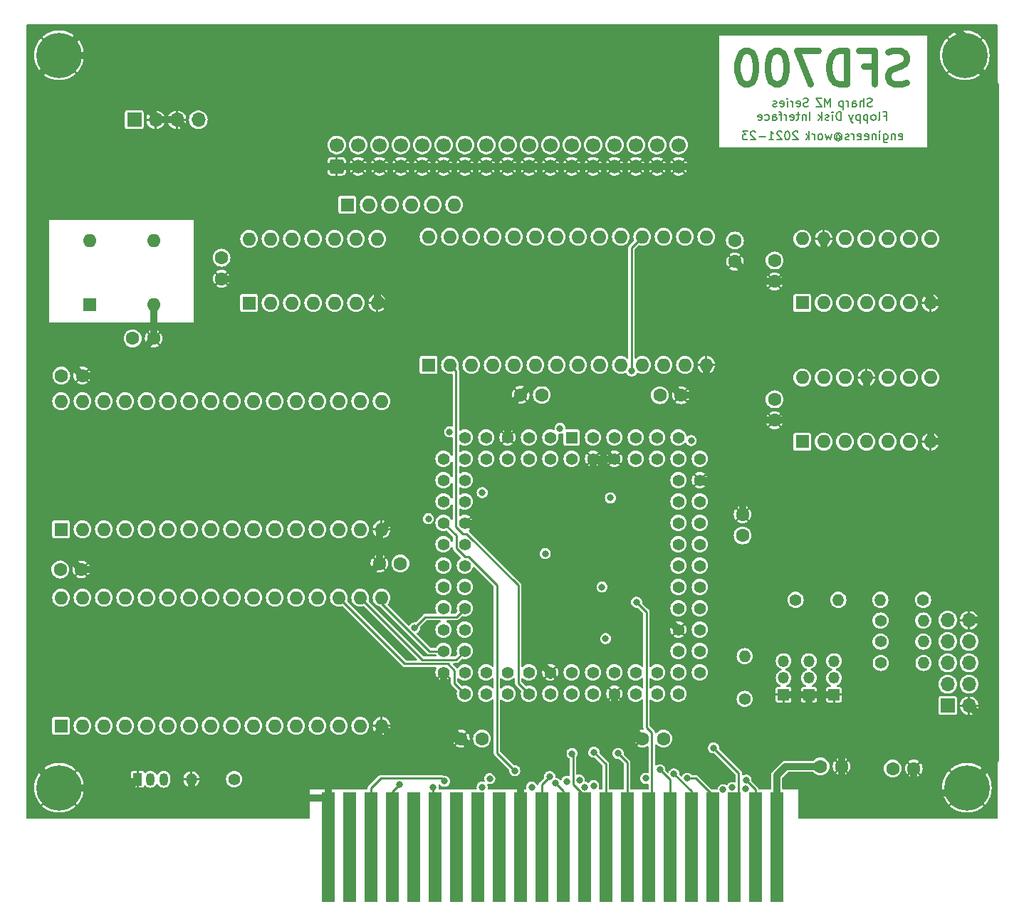
<source format=gbr>
G04 #@! TF.GenerationSoftware,KiCad,Pcbnew,(7.0.0-0)*
G04 #@! TF.CreationDate,2023-07-27T10:02:38+01:00*
G04 #@! TF.ProjectId,SFD700,53464437-3030-42e6-9b69-6361645f7063,rev?*
G04 #@! TF.SameCoordinates,Original*
G04 #@! TF.FileFunction,Copper,L4,Bot*
G04 #@! TF.FilePolarity,Positive*
%FSLAX46Y46*%
G04 Gerber Fmt 4.6, Leading zero omitted, Abs format (unit mm)*
G04 Created by KiCad (PCBNEW (7.0.0-0)) date 2023-07-27 10:02:38*
%MOMM*%
%LPD*%
G01*
G04 APERTURE LIST*
G04 Aperture macros list*
%AMRoundRect*
0 Rectangle with rounded corners*
0 $1 Rounding radius*
0 $2 $3 $4 $5 $6 $7 $8 $9 X,Y pos of 4 corners*
0 Add a 4 corners polygon primitive as box body*
4,1,4,$2,$3,$4,$5,$6,$7,$8,$9,$2,$3,0*
0 Add four circle primitives for the rounded corners*
1,1,$1+$1,$2,$3*
1,1,$1+$1,$4,$5*
1,1,$1+$1,$6,$7*
1,1,$1+$1,$8,$9*
0 Add four rect primitives between the rounded corners*
20,1,$1+$1,$2,$3,$4,$5,0*
20,1,$1+$1,$4,$5,$6,$7,0*
20,1,$1+$1,$6,$7,$8,$9,0*
20,1,$1+$1,$8,$9,$2,$3,0*%
G04 Aperture macros list end*
%ADD10C,0.200000*%
G04 #@! TA.AperFunction,NonConductor*
%ADD11C,0.200000*%
G04 #@! TD*
%ADD12C,0.750000*%
G04 #@! TA.AperFunction,NonConductor*
%ADD13C,0.750000*%
G04 #@! TD*
G04 #@! TA.AperFunction,ComponentPad*
%ADD14R,1.700000X1.700000*%
G04 #@! TD*
G04 #@! TA.AperFunction,ComponentPad*
%ADD15O,1.700000X1.700000*%
G04 #@! TD*
G04 #@! TA.AperFunction,ComponentPad*
%ADD16C,1.600000*%
G04 #@! TD*
G04 #@! TA.AperFunction,ComponentPad*
%ADD17R,1.350000X1.350000*%
G04 #@! TD*
G04 #@! TA.AperFunction,ComponentPad*
%ADD18O,1.350000X1.350000*%
G04 #@! TD*
G04 #@! TA.AperFunction,ComponentPad*
%ADD19R,1.600000X1.600000*%
G04 #@! TD*
G04 #@! TA.AperFunction,ComponentPad*
%ADD20O,1.600000X1.600000*%
G04 #@! TD*
G04 #@! TA.AperFunction,ComponentPad*
%ADD21O,1.400000X1.400000*%
G04 #@! TD*
G04 #@! TA.AperFunction,ComponentPad*
%ADD22C,1.400000*%
G04 #@! TD*
G04 #@! TA.AperFunction,ComponentPad*
%ADD23C,1.422400*%
G04 #@! TD*
G04 #@! TA.AperFunction,ComponentPad*
%ADD24R,1.422400X1.422400*%
G04 #@! TD*
G04 #@! TA.AperFunction,ConnectorPad*
%ADD25R,1.500000X13.000000*%
G04 #@! TD*
G04 #@! TA.AperFunction,ComponentPad*
%ADD26C,5.400000*%
G04 #@! TD*
G04 #@! TA.AperFunction,ComponentPad*
%ADD27R,1.050000X1.500000*%
G04 #@! TD*
G04 #@! TA.AperFunction,ComponentPad*
%ADD28O,1.050000X1.500000*%
G04 #@! TD*
G04 #@! TA.AperFunction,ComponentPad*
%ADD29RoundRect,0.250000X0.600000X-0.600000X0.600000X0.600000X-0.600000X0.600000X-0.600000X-0.600000X0*%
G04 #@! TD*
G04 #@! TA.AperFunction,ComponentPad*
%ADD30C,1.700000*%
G04 #@! TD*
G04 #@! TA.AperFunction,ViaPad*
%ADD31C,0.800000*%
G04 #@! TD*
G04 #@! TA.AperFunction,Conductor*
%ADD32C,0.812800*%
G04 #@! TD*
G04 #@! TA.AperFunction,Conductor*
%ADD33C,0.250000*%
G04 #@! TD*
G04 #@! TA.AperFunction,Conductor*
%ADD34C,0.500000*%
G04 #@! TD*
G04 #@! TA.AperFunction,Conductor*
%ADD35C,0.508000*%
G04 #@! TD*
G04 APERTURE END LIST*
D10*
D11*
X204005314Y-53939161D02*
X204100552Y-53986780D01*
X204100552Y-53986780D02*
X204291028Y-53986780D01*
X204291028Y-53986780D02*
X204386266Y-53939161D01*
X204386266Y-53939161D02*
X204433885Y-53843923D01*
X204433885Y-53843923D02*
X204433885Y-53462971D01*
X204433885Y-53462971D02*
X204386266Y-53367733D01*
X204386266Y-53367733D02*
X204291028Y-53320114D01*
X204291028Y-53320114D02*
X204100552Y-53320114D01*
X204100552Y-53320114D02*
X204005314Y-53367733D01*
X204005314Y-53367733D02*
X203957695Y-53462971D01*
X203957695Y-53462971D02*
X203957695Y-53558209D01*
X203957695Y-53558209D02*
X204433885Y-53653447D01*
X203529123Y-53320114D02*
X203529123Y-53986780D01*
X203529123Y-53415352D02*
X203481504Y-53367733D01*
X203481504Y-53367733D02*
X203386266Y-53320114D01*
X203386266Y-53320114D02*
X203243409Y-53320114D01*
X203243409Y-53320114D02*
X203148171Y-53367733D01*
X203148171Y-53367733D02*
X203100552Y-53462971D01*
X203100552Y-53462971D02*
X203100552Y-53986780D01*
X202195790Y-53320114D02*
X202195790Y-54129638D01*
X202195790Y-54129638D02*
X202243409Y-54224876D01*
X202243409Y-54224876D02*
X202291028Y-54272495D01*
X202291028Y-54272495D02*
X202386266Y-54320114D01*
X202386266Y-54320114D02*
X202529123Y-54320114D01*
X202529123Y-54320114D02*
X202624361Y-54272495D01*
X202195790Y-53939161D02*
X202291028Y-53986780D01*
X202291028Y-53986780D02*
X202481504Y-53986780D01*
X202481504Y-53986780D02*
X202576742Y-53939161D01*
X202576742Y-53939161D02*
X202624361Y-53891542D01*
X202624361Y-53891542D02*
X202671980Y-53796304D01*
X202671980Y-53796304D02*
X202671980Y-53510590D01*
X202671980Y-53510590D02*
X202624361Y-53415352D01*
X202624361Y-53415352D02*
X202576742Y-53367733D01*
X202576742Y-53367733D02*
X202481504Y-53320114D01*
X202481504Y-53320114D02*
X202291028Y-53320114D01*
X202291028Y-53320114D02*
X202195790Y-53367733D01*
X201719599Y-53986780D02*
X201719599Y-53320114D01*
X201719599Y-52986780D02*
X201767218Y-53034400D01*
X201767218Y-53034400D02*
X201719599Y-53082019D01*
X201719599Y-53082019D02*
X201671980Y-53034400D01*
X201671980Y-53034400D02*
X201719599Y-52986780D01*
X201719599Y-52986780D02*
X201719599Y-53082019D01*
X201243409Y-53320114D02*
X201243409Y-53986780D01*
X201243409Y-53415352D02*
X201195790Y-53367733D01*
X201195790Y-53367733D02*
X201100552Y-53320114D01*
X201100552Y-53320114D02*
X200957695Y-53320114D01*
X200957695Y-53320114D02*
X200862457Y-53367733D01*
X200862457Y-53367733D02*
X200814838Y-53462971D01*
X200814838Y-53462971D02*
X200814838Y-53986780D01*
X199957695Y-53939161D02*
X200052933Y-53986780D01*
X200052933Y-53986780D02*
X200243409Y-53986780D01*
X200243409Y-53986780D02*
X200338647Y-53939161D01*
X200338647Y-53939161D02*
X200386266Y-53843923D01*
X200386266Y-53843923D02*
X200386266Y-53462971D01*
X200386266Y-53462971D02*
X200338647Y-53367733D01*
X200338647Y-53367733D02*
X200243409Y-53320114D01*
X200243409Y-53320114D02*
X200052933Y-53320114D01*
X200052933Y-53320114D02*
X199957695Y-53367733D01*
X199957695Y-53367733D02*
X199910076Y-53462971D01*
X199910076Y-53462971D02*
X199910076Y-53558209D01*
X199910076Y-53558209D02*
X200386266Y-53653447D01*
X199100552Y-53939161D02*
X199195790Y-53986780D01*
X199195790Y-53986780D02*
X199386266Y-53986780D01*
X199386266Y-53986780D02*
X199481504Y-53939161D01*
X199481504Y-53939161D02*
X199529123Y-53843923D01*
X199529123Y-53843923D02*
X199529123Y-53462971D01*
X199529123Y-53462971D02*
X199481504Y-53367733D01*
X199481504Y-53367733D02*
X199386266Y-53320114D01*
X199386266Y-53320114D02*
X199195790Y-53320114D01*
X199195790Y-53320114D02*
X199100552Y-53367733D01*
X199100552Y-53367733D02*
X199052933Y-53462971D01*
X199052933Y-53462971D02*
X199052933Y-53558209D01*
X199052933Y-53558209D02*
X199529123Y-53653447D01*
X198624361Y-53986780D02*
X198624361Y-53320114D01*
X198624361Y-53510590D02*
X198576742Y-53415352D01*
X198576742Y-53415352D02*
X198529123Y-53367733D01*
X198529123Y-53367733D02*
X198433885Y-53320114D01*
X198433885Y-53320114D02*
X198338647Y-53320114D01*
X198052932Y-53939161D02*
X197957694Y-53986780D01*
X197957694Y-53986780D02*
X197767218Y-53986780D01*
X197767218Y-53986780D02*
X197671980Y-53939161D01*
X197671980Y-53939161D02*
X197624361Y-53843923D01*
X197624361Y-53843923D02*
X197624361Y-53796304D01*
X197624361Y-53796304D02*
X197671980Y-53701066D01*
X197671980Y-53701066D02*
X197767218Y-53653447D01*
X197767218Y-53653447D02*
X197910075Y-53653447D01*
X197910075Y-53653447D02*
X198005313Y-53605828D01*
X198005313Y-53605828D02*
X198052932Y-53510590D01*
X198052932Y-53510590D02*
X198052932Y-53462971D01*
X198052932Y-53462971D02*
X198005313Y-53367733D01*
X198005313Y-53367733D02*
X197910075Y-53320114D01*
X197910075Y-53320114D02*
X197767218Y-53320114D01*
X197767218Y-53320114D02*
X197671980Y-53367733D01*
X196576742Y-53510590D02*
X196624361Y-53462971D01*
X196624361Y-53462971D02*
X196719599Y-53415352D01*
X196719599Y-53415352D02*
X196814837Y-53415352D01*
X196814837Y-53415352D02*
X196910075Y-53462971D01*
X196910075Y-53462971D02*
X196957694Y-53510590D01*
X196957694Y-53510590D02*
X197005313Y-53605828D01*
X197005313Y-53605828D02*
X197005313Y-53701066D01*
X197005313Y-53701066D02*
X196957694Y-53796304D01*
X196957694Y-53796304D02*
X196910075Y-53843923D01*
X196910075Y-53843923D02*
X196814837Y-53891542D01*
X196814837Y-53891542D02*
X196719599Y-53891542D01*
X196719599Y-53891542D02*
X196624361Y-53843923D01*
X196624361Y-53843923D02*
X196576742Y-53796304D01*
X196576742Y-53415352D02*
X196576742Y-53796304D01*
X196576742Y-53796304D02*
X196529123Y-53843923D01*
X196529123Y-53843923D02*
X196481504Y-53843923D01*
X196481504Y-53843923D02*
X196386265Y-53796304D01*
X196386265Y-53796304D02*
X196338646Y-53701066D01*
X196338646Y-53701066D02*
X196338646Y-53462971D01*
X196338646Y-53462971D02*
X196433885Y-53320114D01*
X196433885Y-53320114D02*
X196576742Y-53224876D01*
X196576742Y-53224876D02*
X196767218Y-53177257D01*
X196767218Y-53177257D02*
X196957694Y-53224876D01*
X196957694Y-53224876D02*
X197100551Y-53320114D01*
X197100551Y-53320114D02*
X197195789Y-53462971D01*
X197195789Y-53462971D02*
X197243408Y-53653447D01*
X197243408Y-53653447D02*
X197195789Y-53843923D01*
X197195789Y-53843923D02*
X197100551Y-53986780D01*
X197100551Y-53986780D02*
X196957694Y-54082019D01*
X196957694Y-54082019D02*
X196767218Y-54129638D01*
X196767218Y-54129638D02*
X196576742Y-54082019D01*
X196576742Y-54082019D02*
X196433885Y-53986780D01*
X196005313Y-53320114D02*
X195814837Y-53986780D01*
X195814837Y-53986780D02*
X195624361Y-53510590D01*
X195624361Y-53510590D02*
X195433885Y-53986780D01*
X195433885Y-53986780D02*
X195243409Y-53320114D01*
X194719599Y-53986780D02*
X194814837Y-53939161D01*
X194814837Y-53939161D02*
X194862456Y-53891542D01*
X194862456Y-53891542D02*
X194910075Y-53796304D01*
X194910075Y-53796304D02*
X194910075Y-53510590D01*
X194910075Y-53510590D02*
X194862456Y-53415352D01*
X194862456Y-53415352D02*
X194814837Y-53367733D01*
X194814837Y-53367733D02*
X194719599Y-53320114D01*
X194719599Y-53320114D02*
X194576742Y-53320114D01*
X194576742Y-53320114D02*
X194481504Y-53367733D01*
X194481504Y-53367733D02*
X194433885Y-53415352D01*
X194433885Y-53415352D02*
X194386266Y-53510590D01*
X194386266Y-53510590D02*
X194386266Y-53796304D01*
X194386266Y-53796304D02*
X194433885Y-53891542D01*
X194433885Y-53891542D02*
X194481504Y-53939161D01*
X194481504Y-53939161D02*
X194576742Y-53986780D01*
X194576742Y-53986780D02*
X194719599Y-53986780D01*
X193957694Y-53986780D02*
X193957694Y-53320114D01*
X193957694Y-53510590D02*
X193910075Y-53415352D01*
X193910075Y-53415352D02*
X193862456Y-53367733D01*
X193862456Y-53367733D02*
X193767218Y-53320114D01*
X193767218Y-53320114D02*
X193671980Y-53320114D01*
X193338646Y-53986780D02*
X193338646Y-52986780D01*
X193243408Y-53605828D02*
X192957694Y-53986780D01*
X192957694Y-53320114D02*
X193338646Y-53701066D01*
X191976741Y-53082019D02*
X191929122Y-53034400D01*
X191929122Y-53034400D02*
X191833884Y-52986780D01*
X191833884Y-52986780D02*
X191595789Y-52986780D01*
X191595789Y-52986780D02*
X191500551Y-53034400D01*
X191500551Y-53034400D02*
X191452932Y-53082019D01*
X191452932Y-53082019D02*
X191405313Y-53177257D01*
X191405313Y-53177257D02*
X191405313Y-53272495D01*
X191405313Y-53272495D02*
X191452932Y-53415352D01*
X191452932Y-53415352D02*
X192024360Y-53986780D01*
X192024360Y-53986780D02*
X191405313Y-53986780D01*
X190786265Y-52986780D02*
X190691027Y-52986780D01*
X190691027Y-52986780D02*
X190595789Y-53034400D01*
X190595789Y-53034400D02*
X190548170Y-53082019D01*
X190548170Y-53082019D02*
X190500551Y-53177257D01*
X190500551Y-53177257D02*
X190452932Y-53367733D01*
X190452932Y-53367733D02*
X190452932Y-53605828D01*
X190452932Y-53605828D02*
X190500551Y-53796304D01*
X190500551Y-53796304D02*
X190548170Y-53891542D01*
X190548170Y-53891542D02*
X190595789Y-53939161D01*
X190595789Y-53939161D02*
X190691027Y-53986780D01*
X190691027Y-53986780D02*
X190786265Y-53986780D01*
X190786265Y-53986780D02*
X190881503Y-53939161D01*
X190881503Y-53939161D02*
X190929122Y-53891542D01*
X190929122Y-53891542D02*
X190976741Y-53796304D01*
X190976741Y-53796304D02*
X191024360Y-53605828D01*
X191024360Y-53605828D02*
X191024360Y-53367733D01*
X191024360Y-53367733D02*
X190976741Y-53177257D01*
X190976741Y-53177257D02*
X190929122Y-53082019D01*
X190929122Y-53082019D02*
X190881503Y-53034400D01*
X190881503Y-53034400D02*
X190786265Y-52986780D01*
X190071979Y-53082019D02*
X190024360Y-53034400D01*
X190024360Y-53034400D02*
X189929122Y-52986780D01*
X189929122Y-52986780D02*
X189691027Y-52986780D01*
X189691027Y-52986780D02*
X189595789Y-53034400D01*
X189595789Y-53034400D02*
X189548170Y-53082019D01*
X189548170Y-53082019D02*
X189500551Y-53177257D01*
X189500551Y-53177257D02*
X189500551Y-53272495D01*
X189500551Y-53272495D02*
X189548170Y-53415352D01*
X189548170Y-53415352D02*
X190119598Y-53986780D01*
X190119598Y-53986780D02*
X189500551Y-53986780D01*
X188548170Y-53986780D02*
X189119598Y-53986780D01*
X188833884Y-53986780D02*
X188833884Y-52986780D01*
X188833884Y-52986780D02*
X188929122Y-53129638D01*
X188929122Y-53129638D02*
X189024360Y-53224876D01*
X189024360Y-53224876D02*
X189119598Y-53272495D01*
X188119598Y-53605828D02*
X187357694Y-53605828D01*
X186929122Y-53082019D02*
X186881503Y-53034400D01*
X186881503Y-53034400D02*
X186786265Y-52986780D01*
X186786265Y-52986780D02*
X186548170Y-52986780D01*
X186548170Y-52986780D02*
X186452932Y-53034400D01*
X186452932Y-53034400D02*
X186405313Y-53082019D01*
X186405313Y-53082019D02*
X186357694Y-53177257D01*
X186357694Y-53177257D02*
X186357694Y-53272495D01*
X186357694Y-53272495D02*
X186405313Y-53415352D01*
X186405313Y-53415352D02*
X186976741Y-53986780D01*
X186976741Y-53986780D02*
X186357694Y-53986780D01*
X186024360Y-52986780D02*
X185405313Y-52986780D01*
X185405313Y-52986780D02*
X185738646Y-53367733D01*
X185738646Y-53367733D02*
X185595789Y-53367733D01*
X185595789Y-53367733D02*
X185500551Y-53415352D01*
X185500551Y-53415352D02*
X185452932Y-53462971D01*
X185452932Y-53462971D02*
X185405313Y-53558209D01*
X185405313Y-53558209D02*
X185405313Y-53796304D01*
X185405313Y-53796304D02*
X185452932Y-53891542D01*
X185452932Y-53891542D02*
X185500551Y-53939161D01*
X185500551Y-53939161D02*
X185595789Y-53986780D01*
X185595789Y-53986780D02*
X185881503Y-53986780D01*
X185881503Y-53986780D02*
X185976741Y-53939161D01*
X185976741Y-53939161D02*
X186024360Y-53891542D01*
D12*
D13*
X204886257Y-47176847D02*
X204343400Y-47367323D01*
X204343400Y-47367323D02*
X203438638Y-47367323D01*
X203438638Y-47367323D02*
X203076733Y-47176847D01*
X203076733Y-47176847D02*
X202895781Y-46986371D01*
X202895781Y-46986371D02*
X202714828Y-46605419D01*
X202714828Y-46605419D02*
X202714828Y-46224466D01*
X202714828Y-46224466D02*
X202895781Y-45843514D01*
X202895781Y-45843514D02*
X203076733Y-45653038D01*
X203076733Y-45653038D02*
X203438638Y-45462561D01*
X203438638Y-45462561D02*
X204162447Y-45272085D01*
X204162447Y-45272085D02*
X204524352Y-45081609D01*
X204524352Y-45081609D02*
X204705305Y-44891133D01*
X204705305Y-44891133D02*
X204886257Y-44510180D01*
X204886257Y-44510180D02*
X204886257Y-44129228D01*
X204886257Y-44129228D02*
X204705305Y-43748276D01*
X204705305Y-43748276D02*
X204524352Y-43557800D01*
X204524352Y-43557800D02*
X204162447Y-43367323D01*
X204162447Y-43367323D02*
X203257686Y-43367323D01*
X203257686Y-43367323D02*
X202714828Y-43557800D01*
X199819590Y-45272085D02*
X201086257Y-45272085D01*
X201086257Y-47367323D02*
X201086257Y-43367323D01*
X201086257Y-43367323D02*
X199276733Y-43367323D01*
X197829114Y-47367323D02*
X197829114Y-43367323D01*
X197829114Y-43367323D02*
X196924352Y-43367323D01*
X196924352Y-43367323D02*
X196381495Y-43557800D01*
X196381495Y-43557800D02*
X196019590Y-43938752D01*
X196019590Y-43938752D02*
X195838637Y-44319704D01*
X195838637Y-44319704D02*
X195657685Y-45081609D01*
X195657685Y-45081609D02*
X195657685Y-45653038D01*
X195657685Y-45653038D02*
X195838637Y-46414942D01*
X195838637Y-46414942D02*
X196019590Y-46795895D01*
X196019590Y-46795895D02*
X196381495Y-47176847D01*
X196381495Y-47176847D02*
X196924352Y-47367323D01*
X196924352Y-47367323D02*
X197829114Y-47367323D01*
X194391018Y-43367323D02*
X191857685Y-43367323D01*
X191857685Y-43367323D02*
X193486256Y-47367323D01*
X189686256Y-43367323D02*
X189324351Y-43367323D01*
X189324351Y-43367323D02*
X188962447Y-43557800D01*
X188962447Y-43557800D02*
X188781494Y-43748276D01*
X188781494Y-43748276D02*
X188600542Y-44129228D01*
X188600542Y-44129228D02*
X188419589Y-44891133D01*
X188419589Y-44891133D02*
X188419589Y-45843514D01*
X188419589Y-45843514D02*
X188600542Y-46605419D01*
X188600542Y-46605419D02*
X188781494Y-46986371D01*
X188781494Y-46986371D02*
X188962447Y-47176847D01*
X188962447Y-47176847D02*
X189324351Y-47367323D01*
X189324351Y-47367323D02*
X189686256Y-47367323D01*
X189686256Y-47367323D02*
X190048161Y-47176847D01*
X190048161Y-47176847D02*
X190229113Y-46986371D01*
X190229113Y-46986371D02*
X190410066Y-46605419D01*
X190410066Y-46605419D02*
X190591018Y-45843514D01*
X190591018Y-45843514D02*
X190591018Y-44891133D01*
X190591018Y-44891133D02*
X190410066Y-44129228D01*
X190410066Y-44129228D02*
X190229113Y-43748276D01*
X190229113Y-43748276D02*
X190048161Y-43557800D01*
X190048161Y-43557800D02*
X189686256Y-43367323D01*
X186067208Y-43367323D02*
X185705303Y-43367323D01*
X185705303Y-43367323D02*
X185343399Y-43557800D01*
X185343399Y-43557800D02*
X185162446Y-43748276D01*
X185162446Y-43748276D02*
X184981494Y-44129228D01*
X184981494Y-44129228D02*
X184800541Y-44891133D01*
X184800541Y-44891133D02*
X184800541Y-45843514D01*
X184800541Y-45843514D02*
X184981494Y-46605419D01*
X184981494Y-46605419D02*
X185162446Y-46986371D01*
X185162446Y-46986371D02*
X185343399Y-47176847D01*
X185343399Y-47176847D02*
X185705303Y-47367323D01*
X185705303Y-47367323D02*
X186067208Y-47367323D01*
X186067208Y-47367323D02*
X186429113Y-47176847D01*
X186429113Y-47176847D02*
X186610065Y-46986371D01*
X186610065Y-46986371D02*
X186791018Y-46605419D01*
X186791018Y-46605419D02*
X186971970Y-45843514D01*
X186971970Y-45843514D02*
X186971970Y-44891133D01*
X186971970Y-44891133D02*
X186791018Y-44129228D01*
X186791018Y-44129228D02*
X186610065Y-43748276D01*
X186610065Y-43748276D02*
X186429113Y-43557800D01*
X186429113Y-43557800D02*
X186067208Y-43367323D01*
D10*
D11*
X200805314Y-50004961D02*
X200662457Y-50052580D01*
X200662457Y-50052580D02*
X200424362Y-50052580D01*
X200424362Y-50052580D02*
X200329124Y-50004961D01*
X200329124Y-50004961D02*
X200281505Y-49957342D01*
X200281505Y-49957342D02*
X200233886Y-49862104D01*
X200233886Y-49862104D02*
X200233886Y-49766866D01*
X200233886Y-49766866D02*
X200281505Y-49671628D01*
X200281505Y-49671628D02*
X200329124Y-49624009D01*
X200329124Y-49624009D02*
X200424362Y-49576390D01*
X200424362Y-49576390D02*
X200614838Y-49528771D01*
X200614838Y-49528771D02*
X200710076Y-49481152D01*
X200710076Y-49481152D02*
X200757695Y-49433533D01*
X200757695Y-49433533D02*
X200805314Y-49338295D01*
X200805314Y-49338295D02*
X200805314Y-49243057D01*
X200805314Y-49243057D02*
X200757695Y-49147819D01*
X200757695Y-49147819D02*
X200710076Y-49100200D01*
X200710076Y-49100200D02*
X200614838Y-49052580D01*
X200614838Y-49052580D02*
X200376743Y-49052580D01*
X200376743Y-49052580D02*
X200233886Y-49100200D01*
X199805314Y-50052580D02*
X199805314Y-49052580D01*
X199376743Y-50052580D02*
X199376743Y-49528771D01*
X199376743Y-49528771D02*
X199424362Y-49433533D01*
X199424362Y-49433533D02*
X199519600Y-49385914D01*
X199519600Y-49385914D02*
X199662457Y-49385914D01*
X199662457Y-49385914D02*
X199757695Y-49433533D01*
X199757695Y-49433533D02*
X199805314Y-49481152D01*
X198471981Y-50052580D02*
X198471981Y-49528771D01*
X198471981Y-49528771D02*
X198519600Y-49433533D01*
X198519600Y-49433533D02*
X198614838Y-49385914D01*
X198614838Y-49385914D02*
X198805314Y-49385914D01*
X198805314Y-49385914D02*
X198900552Y-49433533D01*
X198471981Y-50004961D02*
X198567219Y-50052580D01*
X198567219Y-50052580D02*
X198805314Y-50052580D01*
X198805314Y-50052580D02*
X198900552Y-50004961D01*
X198900552Y-50004961D02*
X198948171Y-49909723D01*
X198948171Y-49909723D02*
X198948171Y-49814485D01*
X198948171Y-49814485D02*
X198900552Y-49719247D01*
X198900552Y-49719247D02*
X198805314Y-49671628D01*
X198805314Y-49671628D02*
X198567219Y-49671628D01*
X198567219Y-49671628D02*
X198471981Y-49624009D01*
X197995790Y-50052580D02*
X197995790Y-49385914D01*
X197995790Y-49576390D02*
X197948171Y-49481152D01*
X197948171Y-49481152D02*
X197900552Y-49433533D01*
X197900552Y-49433533D02*
X197805314Y-49385914D01*
X197805314Y-49385914D02*
X197710076Y-49385914D01*
X197376742Y-49385914D02*
X197376742Y-50385914D01*
X197376742Y-49433533D02*
X197281504Y-49385914D01*
X197281504Y-49385914D02*
X197091028Y-49385914D01*
X197091028Y-49385914D02*
X196995790Y-49433533D01*
X196995790Y-49433533D02*
X196948171Y-49481152D01*
X196948171Y-49481152D02*
X196900552Y-49576390D01*
X196900552Y-49576390D02*
X196900552Y-49862104D01*
X196900552Y-49862104D02*
X196948171Y-49957342D01*
X196948171Y-49957342D02*
X196995790Y-50004961D01*
X196995790Y-50004961D02*
X197091028Y-50052580D01*
X197091028Y-50052580D02*
X197281504Y-50052580D01*
X197281504Y-50052580D02*
X197376742Y-50004961D01*
X195871980Y-50052580D02*
X195871980Y-49052580D01*
X195871980Y-49052580D02*
X195538647Y-49766866D01*
X195538647Y-49766866D02*
X195205314Y-49052580D01*
X195205314Y-49052580D02*
X195205314Y-50052580D01*
X194824361Y-49052580D02*
X194157695Y-49052580D01*
X194157695Y-49052580D02*
X194824361Y-50052580D01*
X194824361Y-50052580D02*
X194157695Y-50052580D01*
X193224361Y-50004961D02*
X193081504Y-50052580D01*
X193081504Y-50052580D02*
X192843409Y-50052580D01*
X192843409Y-50052580D02*
X192748171Y-50004961D01*
X192748171Y-50004961D02*
X192700552Y-49957342D01*
X192700552Y-49957342D02*
X192652933Y-49862104D01*
X192652933Y-49862104D02*
X192652933Y-49766866D01*
X192652933Y-49766866D02*
X192700552Y-49671628D01*
X192700552Y-49671628D02*
X192748171Y-49624009D01*
X192748171Y-49624009D02*
X192843409Y-49576390D01*
X192843409Y-49576390D02*
X193033885Y-49528771D01*
X193033885Y-49528771D02*
X193129123Y-49481152D01*
X193129123Y-49481152D02*
X193176742Y-49433533D01*
X193176742Y-49433533D02*
X193224361Y-49338295D01*
X193224361Y-49338295D02*
X193224361Y-49243057D01*
X193224361Y-49243057D02*
X193176742Y-49147819D01*
X193176742Y-49147819D02*
X193129123Y-49100200D01*
X193129123Y-49100200D02*
X193033885Y-49052580D01*
X193033885Y-49052580D02*
X192795790Y-49052580D01*
X192795790Y-49052580D02*
X192652933Y-49100200D01*
X191843409Y-50004961D02*
X191938647Y-50052580D01*
X191938647Y-50052580D02*
X192129123Y-50052580D01*
X192129123Y-50052580D02*
X192224361Y-50004961D01*
X192224361Y-50004961D02*
X192271980Y-49909723D01*
X192271980Y-49909723D02*
X192271980Y-49528771D01*
X192271980Y-49528771D02*
X192224361Y-49433533D01*
X192224361Y-49433533D02*
X192129123Y-49385914D01*
X192129123Y-49385914D02*
X191938647Y-49385914D01*
X191938647Y-49385914D02*
X191843409Y-49433533D01*
X191843409Y-49433533D02*
X191795790Y-49528771D01*
X191795790Y-49528771D02*
X191795790Y-49624009D01*
X191795790Y-49624009D02*
X192271980Y-49719247D01*
X191367218Y-50052580D02*
X191367218Y-49385914D01*
X191367218Y-49576390D02*
X191319599Y-49481152D01*
X191319599Y-49481152D02*
X191271980Y-49433533D01*
X191271980Y-49433533D02*
X191176742Y-49385914D01*
X191176742Y-49385914D02*
X191081504Y-49385914D01*
X190748170Y-50052580D02*
X190748170Y-49385914D01*
X190748170Y-49052580D02*
X190795789Y-49100200D01*
X190795789Y-49100200D02*
X190748170Y-49147819D01*
X190748170Y-49147819D02*
X190700551Y-49100200D01*
X190700551Y-49100200D02*
X190748170Y-49052580D01*
X190748170Y-49052580D02*
X190748170Y-49147819D01*
X189891028Y-50004961D02*
X189986266Y-50052580D01*
X189986266Y-50052580D02*
X190176742Y-50052580D01*
X190176742Y-50052580D02*
X190271980Y-50004961D01*
X190271980Y-50004961D02*
X190319599Y-49909723D01*
X190319599Y-49909723D02*
X190319599Y-49528771D01*
X190319599Y-49528771D02*
X190271980Y-49433533D01*
X190271980Y-49433533D02*
X190176742Y-49385914D01*
X190176742Y-49385914D02*
X189986266Y-49385914D01*
X189986266Y-49385914D02*
X189891028Y-49433533D01*
X189891028Y-49433533D02*
X189843409Y-49528771D01*
X189843409Y-49528771D02*
X189843409Y-49624009D01*
X189843409Y-49624009D02*
X190319599Y-49719247D01*
X189462456Y-50004961D02*
X189367218Y-50052580D01*
X189367218Y-50052580D02*
X189176742Y-50052580D01*
X189176742Y-50052580D02*
X189081504Y-50004961D01*
X189081504Y-50004961D02*
X189033885Y-49909723D01*
X189033885Y-49909723D02*
X189033885Y-49862104D01*
X189033885Y-49862104D02*
X189081504Y-49766866D01*
X189081504Y-49766866D02*
X189176742Y-49719247D01*
X189176742Y-49719247D02*
X189319599Y-49719247D01*
X189319599Y-49719247D02*
X189414837Y-49671628D01*
X189414837Y-49671628D02*
X189462456Y-49576390D01*
X189462456Y-49576390D02*
X189462456Y-49528771D01*
X189462456Y-49528771D02*
X189414837Y-49433533D01*
X189414837Y-49433533D02*
X189319599Y-49385914D01*
X189319599Y-49385914D02*
X189176742Y-49385914D01*
X189176742Y-49385914D02*
X189081504Y-49433533D01*
X202233886Y-51148771D02*
X202567219Y-51148771D01*
X202567219Y-51672580D02*
X202567219Y-50672580D01*
X202567219Y-50672580D02*
X202091029Y-50672580D01*
X201567219Y-51672580D02*
X201662457Y-51624961D01*
X201662457Y-51624961D02*
X201710076Y-51529723D01*
X201710076Y-51529723D02*
X201710076Y-50672580D01*
X201043409Y-51672580D02*
X201138647Y-51624961D01*
X201138647Y-51624961D02*
X201186266Y-51577342D01*
X201186266Y-51577342D02*
X201233885Y-51482104D01*
X201233885Y-51482104D02*
X201233885Y-51196390D01*
X201233885Y-51196390D02*
X201186266Y-51101152D01*
X201186266Y-51101152D02*
X201138647Y-51053533D01*
X201138647Y-51053533D02*
X201043409Y-51005914D01*
X201043409Y-51005914D02*
X200900552Y-51005914D01*
X200900552Y-51005914D02*
X200805314Y-51053533D01*
X200805314Y-51053533D02*
X200757695Y-51101152D01*
X200757695Y-51101152D02*
X200710076Y-51196390D01*
X200710076Y-51196390D02*
X200710076Y-51482104D01*
X200710076Y-51482104D02*
X200757695Y-51577342D01*
X200757695Y-51577342D02*
X200805314Y-51624961D01*
X200805314Y-51624961D02*
X200900552Y-51672580D01*
X200900552Y-51672580D02*
X201043409Y-51672580D01*
X200281504Y-51005914D02*
X200281504Y-52005914D01*
X200281504Y-51053533D02*
X200186266Y-51005914D01*
X200186266Y-51005914D02*
X199995790Y-51005914D01*
X199995790Y-51005914D02*
X199900552Y-51053533D01*
X199900552Y-51053533D02*
X199852933Y-51101152D01*
X199852933Y-51101152D02*
X199805314Y-51196390D01*
X199805314Y-51196390D02*
X199805314Y-51482104D01*
X199805314Y-51482104D02*
X199852933Y-51577342D01*
X199852933Y-51577342D02*
X199900552Y-51624961D01*
X199900552Y-51624961D02*
X199995790Y-51672580D01*
X199995790Y-51672580D02*
X200186266Y-51672580D01*
X200186266Y-51672580D02*
X200281504Y-51624961D01*
X199376742Y-51005914D02*
X199376742Y-52005914D01*
X199376742Y-51053533D02*
X199281504Y-51005914D01*
X199281504Y-51005914D02*
X199091028Y-51005914D01*
X199091028Y-51005914D02*
X198995790Y-51053533D01*
X198995790Y-51053533D02*
X198948171Y-51101152D01*
X198948171Y-51101152D02*
X198900552Y-51196390D01*
X198900552Y-51196390D02*
X198900552Y-51482104D01*
X198900552Y-51482104D02*
X198948171Y-51577342D01*
X198948171Y-51577342D02*
X198995790Y-51624961D01*
X198995790Y-51624961D02*
X199091028Y-51672580D01*
X199091028Y-51672580D02*
X199281504Y-51672580D01*
X199281504Y-51672580D02*
X199376742Y-51624961D01*
X198567218Y-51005914D02*
X198329123Y-51672580D01*
X198091028Y-51005914D02*
X198329123Y-51672580D01*
X198329123Y-51672580D02*
X198424361Y-51910676D01*
X198424361Y-51910676D02*
X198471980Y-51958295D01*
X198471980Y-51958295D02*
X198567218Y-52005914D01*
X197110075Y-51672580D02*
X197110075Y-50672580D01*
X197110075Y-50672580D02*
X196871980Y-50672580D01*
X196871980Y-50672580D02*
X196729123Y-50720200D01*
X196729123Y-50720200D02*
X196633885Y-50815438D01*
X196633885Y-50815438D02*
X196586266Y-50910676D01*
X196586266Y-50910676D02*
X196538647Y-51101152D01*
X196538647Y-51101152D02*
X196538647Y-51244009D01*
X196538647Y-51244009D02*
X196586266Y-51434485D01*
X196586266Y-51434485D02*
X196633885Y-51529723D01*
X196633885Y-51529723D02*
X196729123Y-51624961D01*
X196729123Y-51624961D02*
X196871980Y-51672580D01*
X196871980Y-51672580D02*
X197110075Y-51672580D01*
X196110075Y-51672580D02*
X196110075Y-51005914D01*
X196110075Y-50672580D02*
X196157694Y-50720200D01*
X196157694Y-50720200D02*
X196110075Y-50767819D01*
X196110075Y-50767819D02*
X196062456Y-50720200D01*
X196062456Y-50720200D02*
X196110075Y-50672580D01*
X196110075Y-50672580D02*
X196110075Y-50767819D01*
X195681504Y-51624961D02*
X195586266Y-51672580D01*
X195586266Y-51672580D02*
X195395790Y-51672580D01*
X195395790Y-51672580D02*
X195300552Y-51624961D01*
X195300552Y-51624961D02*
X195252933Y-51529723D01*
X195252933Y-51529723D02*
X195252933Y-51482104D01*
X195252933Y-51482104D02*
X195300552Y-51386866D01*
X195300552Y-51386866D02*
X195395790Y-51339247D01*
X195395790Y-51339247D02*
X195538647Y-51339247D01*
X195538647Y-51339247D02*
X195633885Y-51291628D01*
X195633885Y-51291628D02*
X195681504Y-51196390D01*
X195681504Y-51196390D02*
X195681504Y-51148771D01*
X195681504Y-51148771D02*
X195633885Y-51053533D01*
X195633885Y-51053533D02*
X195538647Y-51005914D01*
X195538647Y-51005914D02*
X195395790Y-51005914D01*
X195395790Y-51005914D02*
X195300552Y-51053533D01*
X194824361Y-51672580D02*
X194824361Y-50672580D01*
X194729123Y-51291628D02*
X194443409Y-51672580D01*
X194443409Y-51005914D02*
X194824361Y-51386866D01*
X193414837Y-51672580D02*
X193414837Y-50672580D01*
X192938647Y-51005914D02*
X192938647Y-51672580D01*
X192938647Y-51101152D02*
X192891028Y-51053533D01*
X192891028Y-51053533D02*
X192795790Y-51005914D01*
X192795790Y-51005914D02*
X192652933Y-51005914D01*
X192652933Y-51005914D02*
X192557695Y-51053533D01*
X192557695Y-51053533D02*
X192510076Y-51148771D01*
X192510076Y-51148771D02*
X192510076Y-51672580D01*
X192176742Y-51005914D02*
X191795790Y-51005914D01*
X192033885Y-50672580D02*
X192033885Y-51529723D01*
X192033885Y-51529723D02*
X191986266Y-51624961D01*
X191986266Y-51624961D02*
X191891028Y-51672580D01*
X191891028Y-51672580D02*
X191795790Y-51672580D01*
X191081504Y-51624961D02*
X191176742Y-51672580D01*
X191176742Y-51672580D02*
X191367218Y-51672580D01*
X191367218Y-51672580D02*
X191462456Y-51624961D01*
X191462456Y-51624961D02*
X191510075Y-51529723D01*
X191510075Y-51529723D02*
X191510075Y-51148771D01*
X191510075Y-51148771D02*
X191462456Y-51053533D01*
X191462456Y-51053533D02*
X191367218Y-51005914D01*
X191367218Y-51005914D02*
X191176742Y-51005914D01*
X191176742Y-51005914D02*
X191081504Y-51053533D01*
X191081504Y-51053533D02*
X191033885Y-51148771D01*
X191033885Y-51148771D02*
X191033885Y-51244009D01*
X191033885Y-51244009D02*
X191510075Y-51339247D01*
X190605313Y-51672580D02*
X190605313Y-51005914D01*
X190605313Y-51196390D02*
X190557694Y-51101152D01*
X190557694Y-51101152D02*
X190510075Y-51053533D01*
X190510075Y-51053533D02*
X190414837Y-51005914D01*
X190414837Y-51005914D02*
X190319599Y-51005914D01*
X190129122Y-51005914D02*
X189748170Y-51005914D01*
X189986265Y-51672580D02*
X189986265Y-50815438D01*
X189986265Y-50815438D02*
X189938646Y-50720200D01*
X189938646Y-50720200D02*
X189843408Y-50672580D01*
X189843408Y-50672580D02*
X189748170Y-50672580D01*
X188986265Y-51672580D02*
X188986265Y-51148771D01*
X188986265Y-51148771D02*
X189033884Y-51053533D01*
X189033884Y-51053533D02*
X189129122Y-51005914D01*
X189129122Y-51005914D02*
X189319598Y-51005914D01*
X189319598Y-51005914D02*
X189414836Y-51053533D01*
X188986265Y-51624961D02*
X189081503Y-51672580D01*
X189081503Y-51672580D02*
X189319598Y-51672580D01*
X189319598Y-51672580D02*
X189414836Y-51624961D01*
X189414836Y-51624961D02*
X189462455Y-51529723D01*
X189462455Y-51529723D02*
X189462455Y-51434485D01*
X189462455Y-51434485D02*
X189414836Y-51339247D01*
X189414836Y-51339247D02*
X189319598Y-51291628D01*
X189319598Y-51291628D02*
X189081503Y-51291628D01*
X189081503Y-51291628D02*
X188986265Y-51244009D01*
X188081503Y-51624961D02*
X188176741Y-51672580D01*
X188176741Y-51672580D02*
X188367217Y-51672580D01*
X188367217Y-51672580D02*
X188462455Y-51624961D01*
X188462455Y-51624961D02*
X188510074Y-51577342D01*
X188510074Y-51577342D02*
X188557693Y-51482104D01*
X188557693Y-51482104D02*
X188557693Y-51196390D01*
X188557693Y-51196390D02*
X188510074Y-51101152D01*
X188510074Y-51101152D02*
X188462455Y-51053533D01*
X188462455Y-51053533D02*
X188367217Y-51005914D01*
X188367217Y-51005914D02*
X188176741Y-51005914D01*
X188176741Y-51005914D02*
X188081503Y-51053533D01*
X187271979Y-51624961D02*
X187367217Y-51672580D01*
X187367217Y-51672580D02*
X187557693Y-51672580D01*
X187557693Y-51672580D02*
X187652931Y-51624961D01*
X187652931Y-51624961D02*
X187700550Y-51529723D01*
X187700550Y-51529723D02*
X187700550Y-51148771D01*
X187700550Y-51148771D02*
X187652931Y-51053533D01*
X187652931Y-51053533D02*
X187557693Y-51005914D01*
X187557693Y-51005914D02*
X187367217Y-51005914D01*
X187367217Y-51005914D02*
X187271979Y-51053533D01*
X187271979Y-51053533D02*
X187224360Y-51148771D01*
X187224360Y-51148771D02*
X187224360Y-51244009D01*
X187224360Y-51244009D02*
X187700550Y-51339247D01*
D14*
X113090799Y-51618999D03*
D15*
X115630799Y-51618999D03*
X118170799Y-51618999D03*
X120710799Y-51618999D03*
D16*
X194685600Y-128524000D03*
X197185600Y-128524000D03*
X112897600Y-77622400D03*
X115397600Y-77622400D03*
X184505600Y-68478400D03*
X184505600Y-65978400D03*
D17*
X196291199Y-119989599D03*
D18*
X196291199Y-117989599D03*
X196291199Y-115989599D03*
D19*
X104393999Y-100329999D03*
D20*
X106933999Y-100329999D03*
X109473999Y-100329999D03*
X112013999Y-100329999D03*
X114553999Y-100329999D03*
X117093999Y-100329999D03*
X119633999Y-100329999D03*
X122173999Y-100329999D03*
X124713999Y-100329999D03*
X127253999Y-100329999D03*
X129793999Y-100329999D03*
X132333999Y-100329999D03*
X134873999Y-100329999D03*
X137413999Y-100329999D03*
X139953999Y-100329999D03*
X142493999Y-100329999D03*
X142493999Y-85089999D03*
X139953999Y-85089999D03*
X137413999Y-85089999D03*
X134873999Y-85089999D03*
X132333999Y-85089999D03*
X129793999Y-85089999D03*
X127253999Y-85089999D03*
X124713999Y-85089999D03*
X122173999Y-85089999D03*
X119633999Y-85089999D03*
X117093999Y-85089999D03*
X114553999Y-85089999D03*
X112013999Y-85089999D03*
X109473999Y-85089999D03*
X106933999Y-85089999D03*
X104393999Y-85089999D03*
D21*
X201802999Y-108711999D03*
D22*
X206883000Y-108712000D03*
D21*
X206933799Y-116230399D03*
D22*
X201853800Y-116230400D03*
D21*
X206908399Y-111175799D03*
D22*
X201828400Y-111175800D03*
D21*
X206908399Y-113690399D03*
D22*
X201828400Y-113690400D03*
D16*
X104414000Y-82042000D03*
X106914000Y-82042000D03*
X123469400Y-68021200D03*
X123469400Y-70521200D03*
D20*
X148091999Y-65536999D03*
X150631999Y-65536999D03*
X153171999Y-65536999D03*
X155711999Y-65536999D03*
X158251999Y-65536999D03*
X160791999Y-65536999D03*
X163331999Y-65536999D03*
X165871999Y-65536999D03*
X168411999Y-65536999D03*
X170951999Y-65536999D03*
X173491999Y-65536999D03*
X176031999Y-65536999D03*
X178571999Y-65536999D03*
X181111999Y-65536999D03*
X181111999Y-80776999D03*
X178571999Y-80776999D03*
X176031999Y-80776999D03*
X173491999Y-80776999D03*
X170951999Y-80776999D03*
X168411999Y-80776999D03*
X165871999Y-80776999D03*
X163331999Y-80776999D03*
X160791999Y-80776999D03*
X158251999Y-80776999D03*
X155711999Y-80776999D03*
X153171999Y-80776999D03*
X150631999Y-80776999D03*
D19*
X148091999Y-80776999D03*
X104393999Y-123702999D03*
D20*
X106933999Y-123702999D03*
X109473999Y-123702999D03*
X112013999Y-123702999D03*
X114553999Y-123702999D03*
X117093999Y-123702999D03*
X119633999Y-123702999D03*
X122173999Y-123702999D03*
X124713999Y-123702999D03*
X127253999Y-123702999D03*
X129793999Y-123702999D03*
X132333999Y-123702999D03*
X134873999Y-123702999D03*
X137413999Y-123702999D03*
X139953999Y-123702999D03*
X142493999Y-123702999D03*
X142493999Y-108462999D03*
X139953999Y-108462999D03*
X137413999Y-108462999D03*
X134873999Y-108462999D03*
X132333999Y-108462999D03*
X129793999Y-108462999D03*
X127253999Y-108462999D03*
X124713999Y-108462999D03*
X122173999Y-108462999D03*
X119633999Y-108462999D03*
X117093999Y-108462999D03*
X114553999Y-108462999D03*
X112013999Y-108462999D03*
X109473999Y-108462999D03*
X106933999Y-108462999D03*
X104393999Y-108462999D03*
D16*
X189225000Y-84866000D03*
X189225000Y-87366000D03*
X189225000Y-68356000D03*
X189225000Y-70856000D03*
X176002000Y-125222000D03*
X173502000Y-125222000D03*
X185420000Y-101052000D03*
X185420000Y-98552000D03*
X154432000Y-125222000D03*
X151932000Y-125222000D03*
X161544000Y-84328000D03*
X159044000Y-84328000D03*
X175584800Y-84378800D03*
X178084800Y-84378800D03*
D15*
X212343999Y-111124999D03*
X209803999Y-111124999D03*
X212343999Y-113664999D03*
X209803999Y-113664999D03*
X212343999Y-116204999D03*
X209803999Y-116204999D03*
X212343999Y-118744999D03*
X209803999Y-118744999D03*
X212343999Y-121284999D03*
D14*
X209803999Y-121284999D03*
D21*
X185673999Y-115417599D03*
D22*
X185674000Y-120497600D03*
D21*
X119887999Y-130047999D03*
D22*
X124968000Y-130048000D03*
D19*
X138429999Y-61721999D03*
D20*
X140969999Y-61721999D03*
X143509999Y-61721999D03*
X146049999Y-61721999D03*
X148589999Y-61721999D03*
X151129999Y-61721999D03*
D19*
X192526999Y-73395999D03*
D20*
X195066999Y-73395999D03*
X197606999Y-73395999D03*
X200146999Y-73395999D03*
X202686999Y-73395999D03*
X205226999Y-73395999D03*
X207766999Y-73395999D03*
X207766999Y-65775999D03*
X205226999Y-65775999D03*
X202686999Y-65775999D03*
X200146999Y-65775999D03*
X197606999Y-65775999D03*
X195066999Y-65775999D03*
X192526999Y-65775999D03*
D19*
X192526999Y-89905999D03*
D20*
X195066999Y-89905999D03*
X197606999Y-89905999D03*
X200146999Y-89905999D03*
X202686999Y-89905999D03*
X205226999Y-89905999D03*
X207766999Y-89905999D03*
X207766999Y-82285999D03*
X205226999Y-82285999D03*
X202686999Y-82285999D03*
X200146999Y-82285999D03*
X197606999Y-82285999D03*
X195066999Y-82285999D03*
X192526999Y-82285999D03*
D23*
X167640000Y-91948000D03*
X167640000Y-89408000D03*
X170180000Y-91948000D03*
X170180000Y-89408000D03*
X172720000Y-91948000D03*
X172720000Y-89408000D03*
X175260000Y-91948000D03*
X175260000Y-89408000D03*
X177800000Y-91948000D03*
X177800000Y-89408000D03*
X180340000Y-91948000D03*
X177800000Y-94488000D03*
X180340000Y-94488000D03*
X177800000Y-97028000D03*
X180340000Y-97028000D03*
X177800000Y-99568000D03*
X180340000Y-99568000D03*
X177800000Y-102108000D03*
X180340000Y-102108000D03*
X177800000Y-104648000D03*
X180340000Y-104648000D03*
X177800000Y-107188000D03*
X180340000Y-107188000D03*
X177800000Y-109728000D03*
X180340000Y-109728000D03*
X177800000Y-112268000D03*
X180340000Y-112268000D03*
X177800000Y-114808000D03*
X180340000Y-114808000D03*
X177800000Y-117348000D03*
X180340000Y-117348000D03*
X177800000Y-119888000D03*
X175260000Y-117348000D03*
X175260000Y-119888000D03*
X172720000Y-117348000D03*
X172720000Y-119888000D03*
X170180000Y-117348000D03*
X170180000Y-119888000D03*
X167640000Y-117348000D03*
X167640000Y-119888000D03*
X165100000Y-117348000D03*
X165100000Y-119888000D03*
X162560000Y-117348000D03*
X162560000Y-119888000D03*
X160020000Y-117348000D03*
X160020000Y-119888000D03*
X157480000Y-117348000D03*
X157480000Y-119888000D03*
X154940000Y-117348000D03*
X154940000Y-119888000D03*
X152400000Y-117348000D03*
X152400000Y-119888000D03*
X149860000Y-117348000D03*
X152400000Y-114808000D03*
X149860000Y-114808000D03*
X152400000Y-112268000D03*
X149860000Y-112268000D03*
X152400000Y-109728000D03*
X149860000Y-109728000D03*
X152400000Y-107188000D03*
X149860000Y-107188000D03*
X152400000Y-104648000D03*
X149860000Y-104648000D03*
X152400000Y-102108000D03*
X149860000Y-102108000D03*
X152400000Y-99568000D03*
X149860000Y-99568000D03*
X152400000Y-97028000D03*
X149860000Y-97028000D03*
X152400000Y-94488000D03*
X149860000Y-94488000D03*
X152400000Y-91948000D03*
X149860000Y-91948000D03*
X152400000Y-89408000D03*
X154940000Y-91948000D03*
X154940000Y-89408000D03*
X157480000Y-91948000D03*
X157480000Y-89408000D03*
X160020000Y-91948000D03*
X160020000Y-89408000D03*
X162560000Y-91948000D03*
X162560000Y-89408000D03*
X165100000Y-91948000D03*
D24*
X165099999Y-89407999D03*
D25*
X189469999Y-138153199D03*
X186929999Y-138153199D03*
X184389999Y-138153199D03*
X181849999Y-138153199D03*
X179309999Y-138153199D03*
X176769999Y-138153199D03*
X174229999Y-138153199D03*
X171689999Y-138153199D03*
X169149999Y-138153199D03*
X166609999Y-138153199D03*
X164069999Y-138153199D03*
X161529999Y-138153199D03*
X158989999Y-138153199D03*
X156449999Y-138153199D03*
X153909999Y-138153199D03*
X151369999Y-138153199D03*
X148829999Y-138153199D03*
X146289999Y-138153199D03*
X143749999Y-138153199D03*
X141209999Y-138153199D03*
X138669999Y-138153199D03*
X136129999Y-138153199D03*
D16*
X144740000Y-104394000D03*
X142240000Y-104394000D03*
D26*
X104140000Y-131064000D03*
D16*
X203270800Y-128778000D03*
X205770800Y-128778000D03*
D17*
X190296799Y-119991999D03*
D18*
X190296799Y-117991999D03*
X190296799Y-115991999D03*
D17*
X193296799Y-119991999D03*
D18*
X193296799Y-117991999D03*
X193296799Y-115991999D03*
D20*
X107779999Y-65971999D03*
X115399999Y-65971999D03*
X115399999Y-73591999D03*
D19*
X107779999Y-73591999D03*
D21*
X196799199Y-108711999D03*
D22*
X191719200Y-108712000D03*
D26*
X212090000Y-131064000D03*
D27*
X113487199Y-130047999D03*
D28*
X115011199Y-130047999D03*
X116585999Y-130047999D03*
D16*
X104292400Y-105105200D03*
X106792400Y-105105200D03*
D26*
X104140000Y-43942000D03*
X211836000Y-43942000D03*
D29*
X137160000Y-57150000D03*
D30*
X137160000Y-54610000D03*
X139700000Y-57150000D03*
X139700000Y-54610000D03*
X142240000Y-57150000D03*
X142240000Y-54610000D03*
X144780000Y-57150000D03*
X144780000Y-54610000D03*
X147320000Y-57150000D03*
X147320000Y-54610000D03*
X149860000Y-57150000D03*
X149860000Y-54610000D03*
X152400000Y-57150000D03*
X152400000Y-54610000D03*
X154940000Y-57150000D03*
X154940000Y-54610000D03*
X157480000Y-57150000D03*
X157480000Y-54610000D03*
X160020000Y-57150000D03*
X160020000Y-54610000D03*
X162560000Y-57150000D03*
X162560000Y-54610000D03*
X165100000Y-57150000D03*
X165100000Y-54610000D03*
X167640000Y-57150000D03*
X167640000Y-54610000D03*
X170180000Y-57150000D03*
X170180000Y-54610000D03*
X172720000Y-57150000D03*
X172720000Y-54610000D03*
X175260000Y-57150000D03*
X175260000Y-54610000D03*
X177800000Y-57150000D03*
X177800000Y-54610000D03*
D19*
X126745999Y-73405999D03*
D20*
X129285999Y-73405999D03*
X131825999Y-73405999D03*
X134365999Y-73405999D03*
X136905999Y-73405999D03*
X139445999Y-73405999D03*
X141985999Y-73405999D03*
X141985999Y-65785999D03*
X139445999Y-65785999D03*
X136905999Y-65785999D03*
X134365999Y-65785999D03*
X131825999Y-65785999D03*
X129285999Y-65785999D03*
X126745999Y-65785999D03*
D31*
X161955100Y-103210900D03*
X148059400Y-99067600D03*
X172222000Y-81496400D03*
X169133600Y-113327700D03*
X169711600Y-96585900D03*
X179303500Y-89772800D03*
X163715700Y-88305000D03*
X168714100Y-107188000D03*
X154467200Y-95954500D03*
X149973000Y-130287800D03*
X144627600Y-130683000D03*
X148632200Y-131033000D03*
X154464100Y-130981100D03*
X150590200Y-88733600D03*
X160335700Y-130972100D03*
X162488000Y-129727700D03*
X155374400Y-129963800D03*
X163160400Y-130529800D03*
X158328400Y-129027700D03*
X165145700Y-126998400D03*
X166610000Y-130983300D03*
X167737100Y-126835800D03*
X167709200Y-130807400D03*
X170622100Y-126982900D03*
X166007300Y-130150200D03*
X172820500Y-108994900D03*
X164513800Y-130300000D03*
X175587500Y-128938400D03*
X173903400Y-129944800D03*
X177258900Y-129405100D03*
X178843600Y-129935200D03*
X146423700Y-112033400D03*
X183102400Y-131300700D03*
X181963100Y-126324300D03*
X184181100Y-131052600D03*
X185831500Y-130152000D03*
X185758800Y-131192100D03*
D32*
X136130000Y-132778500D02*
X135660500Y-132309000D01*
X135660500Y-132309000D02*
X119380000Y-132309000D01*
D33*
X164070000Y-138153200D02*
X164070000Y-131439400D01*
X164070000Y-131439400D02*
X163160400Y-130529800D01*
X166610000Y-138153200D02*
X166610000Y-131708300D01*
X165282300Y-130680905D02*
X165282300Y-127135000D01*
X166610000Y-131708300D02*
X166309695Y-131708300D01*
X166309695Y-131708300D02*
X165282300Y-130680905D01*
X165282300Y-127135000D02*
X165145700Y-126998400D01*
X181850000Y-138153200D02*
X181850000Y-131939000D01*
X181850000Y-131939000D02*
X179846200Y-129935200D01*
X179846200Y-129935200D02*
X178843600Y-129935200D01*
X176770000Y-138153200D02*
X176770000Y-130120900D01*
X176770000Y-130120900D02*
X175587500Y-128938400D01*
X171690000Y-138153200D02*
X171690000Y-128050800D01*
X171690000Y-128050800D02*
X170622100Y-126982900D01*
X144627600Y-130683000D02*
X143750000Y-131560600D01*
X143750000Y-131560600D02*
X143750000Y-138153200D01*
X141210000Y-138153200D02*
X141210000Y-131128800D01*
X141210000Y-131128800D02*
X142392400Y-129946400D01*
X142392400Y-129946400D02*
X149631600Y-129946400D01*
X149631600Y-129946400D02*
X149973000Y-130287800D01*
D32*
X159044000Y-84328000D02*
X157505400Y-85866600D01*
X157505400Y-85866600D02*
X157505400Y-89382600D01*
X157505400Y-89382600D02*
X157480000Y-89408000D01*
D33*
X172222000Y-66807000D02*
X173492000Y-65537000D01*
X172222000Y-81496400D02*
X172222000Y-66807000D01*
X148632200Y-137955400D02*
X148632200Y-131033000D01*
X148830000Y-138153200D02*
X148632200Y-137955400D01*
X161530000Y-130685700D02*
X162488000Y-129727700D01*
X161530000Y-138153200D02*
X161530000Y-130685700D01*
X151363400Y-101071400D02*
X149860000Y-99568000D01*
X151363400Y-102546800D02*
X151363400Y-101071400D01*
X152428000Y-103611400D02*
X151363400Y-102546800D01*
X152869700Y-103611400D02*
X152428000Y-103611400D01*
X156210000Y-106951700D02*
X152869700Y-103611400D01*
X156210000Y-126909300D02*
X156210000Y-106951700D01*
X158328400Y-129027700D02*
X156210000Y-126909300D01*
X169150000Y-128248700D02*
X167737100Y-126835800D01*
X169150000Y-138153200D02*
X169150000Y-128248700D01*
X151347500Y-81492500D02*
X150632000Y-80777000D01*
X151347500Y-99998900D02*
X151347500Y-81492500D01*
X152186600Y-100838000D02*
X151347500Y-99998900D01*
X152606300Y-100838000D02*
X152186600Y-100838000D01*
X158750000Y-106981700D02*
X152606300Y-100838000D01*
X158750000Y-118618000D02*
X158750000Y-106981700D01*
X160020000Y-119888000D02*
X158750000Y-118618000D01*
X173990000Y-110164400D02*
X172820500Y-108994900D01*
X173990000Y-123863200D02*
X173990000Y-110164400D01*
X174629600Y-124502800D02*
X173990000Y-123863200D01*
X174629600Y-137753600D02*
X174629600Y-124502800D01*
X174230000Y-138153200D02*
X174629600Y-137753600D01*
X179310000Y-131456200D02*
X177258900Y-129405100D01*
X179310000Y-138153200D02*
X179310000Y-131456200D01*
X145262500Y-116311500D02*
X137414000Y-108463000D01*
X150349700Y-116311500D02*
X145262500Y-116311500D01*
X151130000Y-117091800D02*
X150349700Y-116311500D01*
X151130000Y-118618000D02*
X151130000Y-117091800D01*
X152400000Y-119888000D02*
X151130000Y-118618000D01*
X147692500Y-110764600D02*
X146423700Y-112033400D01*
X151363400Y-110764600D02*
X147692500Y-110764600D01*
X152400000Y-109728000D02*
X151363400Y-110764600D01*
X147344900Y-115853900D02*
X139954000Y-108463000D01*
X151354100Y-115853900D02*
X147344900Y-115853900D01*
X152400000Y-114808000D02*
X151354100Y-115853900D01*
X184953100Y-137590100D02*
X184390000Y-138153200D01*
X184953100Y-129314300D02*
X184953100Y-137590100D01*
X181963100Y-126324300D02*
X184953100Y-129314300D01*
X148172600Y-114808000D02*
X149860000Y-114808000D01*
X142494000Y-109129400D02*
X148172600Y-114808000D01*
X142494000Y-108463000D02*
X142494000Y-109129400D01*
X186930000Y-131250500D02*
X185831500Y-130152000D01*
X186930000Y-138153200D02*
X186930000Y-131250500D01*
D32*
X190551000Y-128524000D02*
X194685600Y-128524000D01*
X189470000Y-129605000D02*
X190551000Y-128524000D01*
X189470000Y-138153000D02*
X189470000Y-129605000D01*
D34*
X189470000Y-138153200D02*
X189470000Y-138153000D01*
D32*
X162560000Y-117348000D02*
X162560000Y-117704000D01*
D35*
X168805000Y-83407400D02*
X169291000Y-82921600D01*
X168805000Y-90573200D02*
X168805000Y-83407400D01*
X170180000Y-91948000D02*
X168805000Y-90573200D01*
D32*
X170180000Y-121900000D02*
X173502000Y-125222000D01*
X170180000Y-119888000D02*
X170180000Y-121900000D01*
X215454000Y-112344000D02*
X215454000Y-91516200D01*
X214234000Y-111125000D02*
X215454000Y-112344000D01*
X212344000Y-111125000D02*
X214234000Y-111125000D01*
X181112000Y-82382200D02*
X183109000Y-84378800D01*
X181112000Y-80777000D02*
X181112000Y-82382200D01*
X100706000Y-75834400D02*
X100706000Y-75717400D01*
X106914000Y-82042000D02*
X100706000Y-75834400D01*
X141986000Y-72110600D02*
X141986000Y-72694800D01*
X140397000Y-70521200D02*
X141986000Y-72110600D01*
X123469400Y-70521200D02*
X140397000Y-70521200D01*
X110978000Y-82042000D02*
X144069000Y-82042000D01*
X144069000Y-98755200D02*
X142494000Y-100330000D01*
X144069000Y-82042000D02*
X144069000Y-98755200D01*
X165100000Y-99568000D02*
X177800000Y-112268000D01*
X165024000Y-99568000D02*
X165100000Y-99568000D01*
X160020000Y-99568000D02*
X152400000Y-99568000D01*
X167640000Y-91948000D02*
X170180000Y-91948000D01*
X215454000Y-91516200D02*
X215454000Y-75895200D01*
X213843000Y-89906000D02*
X215454000Y-91516200D01*
X207767000Y-89906000D02*
X213843000Y-89906000D01*
X212954000Y-73396000D02*
X215454000Y-75895200D01*
X207767000Y-73396000D02*
X212954000Y-73396000D01*
X189225000Y-70856000D02*
X187325000Y-70856000D01*
X186334000Y-57150000D02*
X177800000Y-57150000D01*
X187325000Y-58140600D02*
X186334000Y-57150000D01*
X187325000Y-70856000D02*
X187325000Y-58140600D01*
X186883000Y-70856000D02*
X184506000Y-68478400D01*
X187325000Y-70856000D02*
X186883000Y-70856000D01*
X108327000Y-43942000D02*
X104140000Y-43942000D01*
X115631000Y-51246200D02*
X108327000Y-43942000D01*
X115631000Y-51619000D02*
X115631000Y-51246200D01*
X118171000Y-51619000D02*
X118170800Y-51619000D01*
X123702000Y-57150000D02*
X118171000Y-51619000D01*
X137160000Y-57150000D02*
X123702000Y-57150000D01*
X142240000Y-100584000D02*
X142494000Y-100330000D01*
X142240000Y-104394000D02*
X142240000Y-100584000D01*
X189240000Y-70840600D02*
X192862000Y-70840600D01*
X189225000Y-70856000D02*
X189240000Y-70840600D01*
X207767000Y-72766000D02*
X207767000Y-73396000D01*
X205842000Y-70840600D02*
X207767000Y-72766000D01*
X192862000Y-70840600D02*
X205842000Y-70840600D01*
X197434000Y-87366000D02*
X198790000Y-87366000D01*
X189225000Y-87366000D02*
X197434000Y-87366000D01*
X200147000Y-86009400D02*
X200147000Y-82286000D01*
X198790000Y-87366000D02*
X200147000Y-86009400D01*
X186096000Y-87366000D02*
X189225000Y-87366000D01*
X185420000Y-86690200D02*
X186096000Y-87366000D01*
X185420000Y-98552000D02*
X185420000Y-95656400D01*
X184252000Y-94488000D02*
X180340000Y-94488000D01*
X185420000Y-95656400D02*
X184252000Y-94488000D01*
X196289000Y-119992000D02*
X196291000Y-119990000D01*
X193297000Y-119992000D02*
X196289000Y-119992000D01*
X100706000Y-47375600D02*
X100706000Y-75717400D01*
X104140000Y-43942000D02*
X100706000Y-47375600D01*
X107416000Y-40666400D02*
X104140000Y-43942000D01*
X210643000Y-40666400D02*
X107416000Y-40666400D01*
X211836000Y-41859200D02*
X210643000Y-40666400D01*
X211836000Y-43942000D02*
X211836000Y-41859200D01*
X215454000Y-47559600D02*
X211836000Y-43942000D01*
X215454000Y-75895200D02*
X215454000Y-47559600D01*
X211430000Y-131724000D02*
X212090000Y-131064000D01*
X206589000Y-131724000D02*
X211430000Y-131724000D01*
X205771000Y-130906000D02*
X206589000Y-131724000D01*
X205771000Y-130906000D02*
X205771000Y-128778000D01*
X204978000Y-131699000D02*
X205771000Y-130906000D01*
X198222000Y-131699000D02*
X204978000Y-131699000D01*
X197186000Y-130663000D02*
X198222000Y-131699000D01*
X197186000Y-126599000D02*
X197186000Y-130663000D01*
X193297000Y-122710000D02*
X197186000Y-126599000D01*
X193297000Y-119992000D02*
X193297000Y-122710000D01*
X190297000Y-119992000D02*
X193296800Y-119992000D01*
X193296800Y-119992000D02*
X193297000Y-119992000D01*
X212344000Y-121285000D02*
X215454000Y-124395000D01*
X215454000Y-124395000D02*
X215454000Y-124943000D01*
X215454000Y-124395000D02*
X215454000Y-112344000D01*
X215454000Y-127700000D02*
X215454000Y-124943000D01*
X212090000Y-131064000D02*
X215454000Y-127700000D01*
X215454000Y-124943000D02*
X215454000Y-124395000D01*
X103145000Y-102591000D02*
X100706000Y-100152000D01*
X104278000Y-102591000D02*
X103145000Y-102591000D01*
X106792000Y-105105000D02*
X104278000Y-102591000D01*
X141529000Y-105105000D02*
X106792000Y-105105000D01*
X142240000Y-104394000D02*
X141529000Y-105105000D01*
X100706000Y-127630000D02*
X104140000Y-131064000D01*
X100706000Y-100152000D02*
X100706000Y-127630000D01*
X104140000Y-131064000D02*
X112471000Y-131064000D01*
X112471000Y-131064000D02*
X113487000Y-130048000D01*
X113716000Y-132309000D02*
X119380000Y-132309000D01*
X112471000Y-131064000D02*
X113716000Y-132309000D01*
X119888000Y-131801000D02*
X119888000Y-130048000D01*
X119380000Y-132309000D02*
X119888000Y-131801000D01*
X149860000Y-123150000D02*
X151932000Y-125222000D01*
X149860000Y-117348000D02*
X149860000Y-123150000D01*
X144013000Y-125222000D02*
X142494000Y-123703000D01*
X151932000Y-125222000D02*
X144013000Y-125222000D01*
X183109000Y-84378800D02*
X185420000Y-86690200D01*
X185420000Y-86690200D02*
X185420000Y-95656400D01*
X160450000Y-82921600D02*
X169291000Y-82921600D01*
X159044000Y-84328000D02*
X160450000Y-82921600D01*
X178085000Y-84378800D02*
X183109000Y-84378800D01*
X176628000Y-82921600D02*
X178085000Y-84378800D01*
X169291000Y-82921600D02*
X176628000Y-82921600D01*
X197434000Y-87366000D02*
X198790000Y-87366000D01*
X207767000Y-88691800D02*
X207767000Y-89906000D01*
X206441000Y-87366000D02*
X207767000Y-88691800D01*
X198790000Y-87366000D02*
X206441000Y-87366000D01*
X195067000Y-68635800D02*
X195067000Y-65776000D01*
X192862000Y-70840600D02*
X195067000Y-68635800D01*
X123469000Y-70521200D02*
X123469400Y-70521200D01*
X115398000Y-77622400D02*
X110978000Y-82042000D01*
X115400000Y-77620000D02*
X115398000Y-77622400D01*
X115400000Y-73592000D02*
X115400000Y-77620000D01*
X110978000Y-82042000D02*
X106914000Y-82042000D01*
X115631000Y-51619000D02*
X118170800Y-51619000D01*
X175260000Y-57150000D02*
X177800000Y-57150000D01*
X160020000Y-114808000D02*
X162560000Y-117348000D01*
X160020000Y-99568000D02*
X160020000Y-114808000D01*
X167640000Y-96951800D02*
X165024000Y-99568000D01*
X167640000Y-91948000D02*
X167640000Y-96951800D01*
X165024000Y-99568000D02*
X160020000Y-99568000D01*
X144069000Y-74777600D02*
X141986000Y-72694800D01*
X144069000Y-82042000D02*
X144069000Y-74777600D01*
X141986000Y-72694800D02*
X141986000Y-73406000D01*
X100706000Y-75717400D02*
X100706000Y-75834400D01*
X100706000Y-75834400D02*
X100706000Y-100152000D01*
X159106000Y-130073000D02*
X158990000Y-130189000D01*
X152070000Y-125222000D02*
X151932000Y-125222000D01*
X157277000Y-130429000D02*
X152070000Y-125222000D01*
X158750000Y-130429000D02*
X157277000Y-130429000D01*
X158990000Y-130189000D02*
X158750000Y-130429000D01*
X158990000Y-130189000D02*
X159106000Y-130073000D01*
D35*
X163725000Y-118513000D02*
X163725000Y-125454000D01*
X162560000Y-117348000D02*
X163725000Y-118513000D01*
X163725000Y-125454000D02*
X163347000Y-125832000D01*
D32*
X163957000Y-125222000D02*
X173502000Y-125222000D01*
X163725000Y-125454000D02*
X163957000Y-125222000D01*
X159106000Y-130073000D02*
X163347000Y-125832000D01*
X163347000Y-125832000D02*
X163725000Y-125454000D01*
X172720000Y-57150000D02*
X175260000Y-57150000D01*
X170180000Y-57150000D02*
X172720000Y-57150000D01*
X167640000Y-57150000D02*
X170180000Y-57150000D01*
X165100000Y-57150000D02*
X167640000Y-57150000D01*
X162560000Y-57150000D02*
X165100000Y-57150000D01*
X160020000Y-57150000D02*
X162560000Y-57150000D01*
X157480000Y-57150000D02*
X160020000Y-57150000D01*
X154940000Y-57150000D02*
X157480000Y-57150000D01*
X152400000Y-57150000D02*
X154940000Y-57150000D01*
X149860000Y-57150000D02*
X152400000Y-57150000D01*
X147320000Y-57150000D02*
X149860000Y-57150000D01*
X144780000Y-57150000D02*
X147320000Y-57150000D01*
X142240000Y-57150000D02*
X144780000Y-57150000D01*
X137160000Y-57150000D02*
X139700000Y-57150000D01*
X139700000Y-57150000D02*
X142240000Y-57150000D01*
D34*
X136130000Y-132778500D02*
X136130000Y-138153200D01*
D32*
X136130000Y-130468000D02*
X136130000Y-132778500D01*
X142494000Y-124104000D02*
X136130000Y-130468000D01*
X142494000Y-123703000D02*
X142494000Y-124104000D01*
X158990000Y-138153000D02*
X158990000Y-130189000D01*
D34*
X158990000Y-138153000D02*
X158990000Y-138153200D01*
G04 #@! TA.AperFunction,Conductor*
G36*
X215687994Y-40266620D02*
G01*
X215733385Y-40312008D01*
X215750000Y-40374011D01*
X215750000Y-134626000D01*
X215733387Y-134688000D01*
X215688000Y-134733387D01*
X215626000Y-134750000D01*
X192124000Y-134750000D01*
X192062000Y-134733387D01*
X192016613Y-134688000D01*
X192000000Y-134626000D01*
X192000000Y-133238345D01*
X210097711Y-133238345D01*
X210105398Y-133249671D01*
X210322624Y-133431946D01*
X210328422Y-133436263D01*
X210609480Y-133621118D01*
X210615729Y-133624725D01*
X210916347Y-133775702D01*
X210922986Y-133778565D01*
X211239107Y-133893624D01*
X211246004Y-133895689D01*
X211573363Y-133973275D01*
X211580447Y-133974524D01*
X211914611Y-134013582D01*
X211921780Y-134014000D01*
X212258220Y-134014000D01*
X212265388Y-134013582D01*
X212599552Y-133974524D01*
X212606636Y-133973275D01*
X212933995Y-133895689D01*
X212940892Y-133893624D01*
X213257013Y-133778565D01*
X213263652Y-133775702D01*
X213564270Y-133624725D01*
X213570519Y-133621118D01*
X213851577Y-133436263D01*
X213857375Y-133431946D01*
X214074600Y-133249671D01*
X214082287Y-133238345D01*
X214075616Y-133226393D01*
X212101542Y-131252319D01*
X212090000Y-131245655D01*
X212078457Y-131252319D01*
X210104382Y-133226393D01*
X210097711Y-133238345D01*
X192000000Y-133238345D01*
X192000000Y-131266326D01*
X192000000Y-131250000D01*
X191983674Y-131250000D01*
X190254900Y-131250000D01*
X190192900Y-131233387D01*
X190147513Y-131188000D01*
X190130900Y-131126000D01*
X190130900Y-131067605D01*
X209135211Y-131067605D01*
X209154771Y-131403439D01*
X209155610Y-131410619D01*
X209214025Y-131741912D01*
X209215687Y-131748925D01*
X209312177Y-132071223D01*
X209314634Y-132077972D01*
X209447887Y-132386890D01*
X209451120Y-132393326D01*
X209619325Y-132684666D01*
X209623293Y-132690698D01*
X209824186Y-132960546D01*
X209828813Y-132966059D01*
X209905921Y-133047788D01*
X209917409Y-133054798D01*
X209929094Y-133048127D01*
X211901680Y-131075542D01*
X211908344Y-131064000D01*
X211908343Y-131063999D01*
X212271655Y-131063999D01*
X212278319Y-131075542D01*
X214250904Y-133048127D01*
X214262590Y-133054798D01*
X214274076Y-133047791D01*
X214351186Y-132966059D01*
X214355816Y-132960541D01*
X214556706Y-132690698D01*
X214560674Y-132684666D01*
X214728879Y-132393326D01*
X214732112Y-132386890D01*
X214865365Y-132077972D01*
X214867822Y-132071223D01*
X214964312Y-131748925D01*
X214965974Y-131741912D01*
X215024389Y-131410619D01*
X215025228Y-131403439D01*
X215044789Y-131067605D01*
X215044789Y-131060395D01*
X215025228Y-130724560D01*
X215024388Y-130717372D01*
X214965974Y-130386087D01*
X214964312Y-130379074D01*
X214867822Y-130056776D01*
X214865365Y-130050027D01*
X214732112Y-129741109D01*
X214728879Y-129734673D01*
X214560674Y-129443333D01*
X214556706Y-129437301D01*
X214355813Y-129167453D01*
X214351186Y-129161940D01*
X214274077Y-129080210D01*
X214262589Y-129073200D01*
X214250904Y-129079871D01*
X212278319Y-131052457D01*
X212271655Y-131063999D01*
X211908343Y-131063999D01*
X211901680Y-131052457D01*
X209929094Y-129079871D01*
X209917408Y-129073200D01*
X209905923Y-129080207D01*
X209828805Y-129161949D01*
X209824190Y-129167448D01*
X209623293Y-129437301D01*
X209619325Y-129443333D01*
X209451120Y-129734673D01*
X209447887Y-129741109D01*
X209314634Y-130050027D01*
X209312177Y-130056776D01*
X209215687Y-130379074D01*
X209214025Y-130386087D01*
X209155612Y-130717372D01*
X209154771Y-130724560D01*
X209135211Y-131060395D01*
X209135211Y-131067605D01*
X190130900Y-131067605D01*
X190130900Y-129930115D01*
X190140339Y-129882662D01*
X190167219Y-129842434D01*
X190788435Y-129221219D01*
X190828663Y-129194339D01*
X190876116Y-129184900D01*
X193805192Y-129184900D01*
X193858209Y-129196805D01*
X193901045Y-129230235D01*
X193936348Y-129273252D01*
X194096917Y-129405027D01*
X194280108Y-129502945D01*
X194478882Y-129563242D01*
X194685600Y-129583602D01*
X194892318Y-129563242D01*
X195091092Y-129502945D01*
X195274283Y-129405027D01*
X195341989Y-129349462D01*
X196542244Y-129349462D01*
X196550056Y-129360750D01*
X196594715Y-129397400D01*
X196604806Y-129404143D01*
X196776465Y-129495896D01*
X196787665Y-129500535D01*
X196973933Y-129557039D01*
X196985828Y-129559405D01*
X197179539Y-129578484D01*
X197191661Y-129578484D01*
X197385371Y-129559405D01*
X197397266Y-129557039D01*
X197583534Y-129500535D01*
X197594734Y-129495896D01*
X197766395Y-129404142D01*
X197776483Y-129397400D01*
X197821141Y-129360751D01*
X197828954Y-129349461D01*
X197822287Y-129337464D01*
X197197142Y-128712319D01*
X197185600Y-128705655D01*
X197174057Y-128712319D01*
X196548912Y-129337463D01*
X196542244Y-129349462D01*
X195341989Y-129349462D01*
X195434852Y-129273252D01*
X195566627Y-129112683D01*
X195664545Y-128929492D01*
X195724842Y-128730718D01*
X195744605Y-128530061D01*
X196131116Y-128530061D01*
X196150194Y-128723771D01*
X196152560Y-128735666D01*
X196209064Y-128921934D01*
X196213703Y-128933134D01*
X196305456Y-129104793D01*
X196312199Y-129114885D01*
X196348848Y-129159542D01*
X196360136Y-129167354D01*
X196372135Y-129160686D01*
X196997280Y-128535542D01*
X197003944Y-128524000D01*
X197367255Y-128524000D01*
X197373919Y-128535542D01*
X197999064Y-129160687D01*
X198011061Y-129167354D01*
X198022351Y-129159541D01*
X198059000Y-129114883D01*
X198065742Y-129104795D01*
X198157496Y-128933134D01*
X198162135Y-128921934D01*
X198205797Y-128778000D01*
X202211198Y-128778000D01*
X202211795Y-128784061D01*
X202230960Y-128978653D01*
X202230961Y-128978659D01*
X202231558Y-128984718D01*
X202233325Y-128990543D01*
X202233326Y-128990548D01*
X202286988Y-129167448D01*
X202291855Y-129183492D01*
X202294724Y-129188860D01*
X202294726Y-129188864D01*
X202386602Y-129360751D01*
X202389773Y-129366683D01*
X202393639Y-129371394D01*
X202393640Y-129371395D01*
X202508447Y-129511289D01*
X202521548Y-129527252D01*
X202682117Y-129659027D01*
X202865308Y-129756945D01*
X203064082Y-129817242D01*
X203270800Y-129837602D01*
X203477518Y-129817242D01*
X203676292Y-129756945D01*
X203859483Y-129659027D01*
X203927189Y-129603462D01*
X205127444Y-129603462D01*
X205135256Y-129614750D01*
X205179915Y-129651400D01*
X205190006Y-129658143D01*
X205361665Y-129749896D01*
X205372865Y-129754535D01*
X205559133Y-129811039D01*
X205571028Y-129813405D01*
X205764739Y-129832484D01*
X205776861Y-129832484D01*
X205970571Y-129813405D01*
X205982466Y-129811039D01*
X206168734Y-129754535D01*
X206179934Y-129749896D01*
X206351595Y-129658142D01*
X206361683Y-129651400D01*
X206406341Y-129614751D01*
X206414154Y-129603461D01*
X206407487Y-129591464D01*
X205782342Y-128966319D01*
X205770800Y-128959655D01*
X205759257Y-128966319D01*
X205134112Y-129591463D01*
X205127444Y-129603462D01*
X203927189Y-129603462D01*
X204020052Y-129527252D01*
X204151827Y-129366683D01*
X204249745Y-129183492D01*
X204310042Y-128984718D01*
X204329805Y-128784061D01*
X204716316Y-128784061D01*
X204735394Y-128977771D01*
X204737760Y-128989666D01*
X204794264Y-129175934D01*
X204798903Y-129187134D01*
X204890656Y-129358793D01*
X204897399Y-129368885D01*
X204934048Y-129413542D01*
X204945336Y-129421354D01*
X204957335Y-129414686D01*
X205582480Y-128789542D01*
X205589144Y-128778000D01*
X205952455Y-128778000D01*
X205959119Y-128789542D01*
X206584264Y-129414687D01*
X206596261Y-129421354D01*
X206607551Y-129413541D01*
X206644200Y-129368883D01*
X206650942Y-129358795D01*
X206742696Y-129187134D01*
X206747335Y-129175934D01*
X206803839Y-128989666D01*
X206806205Y-128977771D01*
X206814884Y-128889653D01*
X210097711Y-128889653D01*
X210104381Y-128901604D01*
X212078457Y-130875680D01*
X212090000Y-130882344D01*
X212101542Y-130875680D01*
X214075617Y-128901604D01*
X214082287Y-128889653D01*
X214074600Y-128878327D01*
X213857375Y-128696053D01*
X213851577Y-128691736D01*
X213570519Y-128506881D01*
X213564270Y-128503274D01*
X213263652Y-128352297D01*
X213257013Y-128349434D01*
X212940892Y-128234375D01*
X212933995Y-128232310D01*
X212606636Y-128154724D01*
X212599552Y-128153475D01*
X212265388Y-128114417D01*
X212258220Y-128114000D01*
X211921780Y-128114000D01*
X211914611Y-128114417D01*
X211580447Y-128153475D01*
X211573363Y-128154724D01*
X211246004Y-128232310D01*
X211239107Y-128234375D01*
X210922986Y-128349434D01*
X210916347Y-128352297D01*
X210615729Y-128503274D01*
X210609480Y-128506881D01*
X210328422Y-128691736D01*
X210322624Y-128696053D01*
X210105398Y-128878327D01*
X210097711Y-128889653D01*
X206814884Y-128889653D01*
X206825284Y-128784061D01*
X206825284Y-128771939D01*
X206806205Y-128578228D01*
X206803839Y-128566333D01*
X206747335Y-128380065D01*
X206742696Y-128368865D01*
X206650943Y-128197206D01*
X206644200Y-128187115D01*
X206607550Y-128142456D01*
X206596262Y-128134644D01*
X206584263Y-128141312D01*
X205959119Y-128766457D01*
X205952455Y-128778000D01*
X205589144Y-128778000D01*
X205582480Y-128766457D01*
X204957335Y-128141312D01*
X204945336Y-128134644D01*
X204934047Y-128142458D01*
X204897399Y-128187115D01*
X204890658Y-128197203D01*
X204798903Y-128368865D01*
X204794264Y-128380065D01*
X204737760Y-128566333D01*
X204735394Y-128578228D01*
X204716316Y-128771939D01*
X204716316Y-128784061D01*
X204329805Y-128784061D01*
X204330402Y-128778000D01*
X204310042Y-128571282D01*
X204249745Y-128372508D01*
X204151827Y-128189317D01*
X204020052Y-128028748D01*
X203927187Y-127952536D01*
X205127444Y-127952536D01*
X205134112Y-127964535D01*
X205759257Y-128589680D01*
X205770800Y-128596344D01*
X205782342Y-128589680D01*
X206407486Y-127964535D01*
X206414154Y-127952536D01*
X206406342Y-127941248D01*
X206361685Y-127904599D01*
X206351593Y-127897856D01*
X206179934Y-127806103D01*
X206168734Y-127801464D01*
X205982466Y-127744960D01*
X205970571Y-127742594D01*
X205776861Y-127723516D01*
X205764739Y-127723516D01*
X205571028Y-127742594D01*
X205559133Y-127744960D01*
X205372865Y-127801464D01*
X205361665Y-127806103D01*
X205190003Y-127897858D01*
X205179915Y-127904599D01*
X205135258Y-127941247D01*
X205127444Y-127952536D01*
X203927187Y-127952536D01*
X203913432Y-127941248D01*
X203864195Y-127900840D01*
X203864194Y-127900839D01*
X203859483Y-127896973D01*
X203854107Y-127894099D01*
X203854105Y-127894098D01*
X203681664Y-127801926D01*
X203681660Y-127801924D01*
X203676292Y-127799055D01*
X203611676Y-127779454D01*
X203483348Y-127740526D01*
X203483343Y-127740525D01*
X203477518Y-127738758D01*
X203471459Y-127738161D01*
X203471453Y-127738160D01*
X203276861Y-127718995D01*
X203270800Y-127718398D01*
X203264739Y-127718995D01*
X203070146Y-127738160D01*
X203070138Y-127738161D01*
X203064082Y-127738758D01*
X203058258Y-127740524D01*
X203058251Y-127740526D01*
X202871135Y-127797287D01*
X202871131Y-127797288D01*
X202865308Y-127799055D01*
X202859942Y-127801922D01*
X202859935Y-127801926D01*
X202687494Y-127894098D01*
X202687487Y-127894102D01*
X202682117Y-127896973D01*
X202677409Y-127900836D01*
X202677404Y-127900840D01*
X202526254Y-128024885D01*
X202526248Y-128024890D01*
X202521548Y-128028748D01*
X202517690Y-128033448D01*
X202517685Y-128033454D01*
X202393640Y-128184604D01*
X202393636Y-128184609D01*
X202389773Y-128189317D01*
X202386902Y-128194687D01*
X202386898Y-128194694D01*
X202294726Y-128367135D01*
X202294722Y-128367142D01*
X202291855Y-128372508D01*
X202290088Y-128378331D01*
X202290087Y-128378335D01*
X202233326Y-128565451D01*
X202233324Y-128565458D01*
X202231558Y-128571282D01*
X202230961Y-128577338D01*
X202230960Y-128577346D01*
X202215281Y-128736548D01*
X202211198Y-128778000D01*
X198205797Y-128778000D01*
X198218639Y-128735666D01*
X198221005Y-128723771D01*
X198240084Y-128530061D01*
X198240084Y-128517939D01*
X198221005Y-128324228D01*
X198218639Y-128312333D01*
X198162135Y-128126065D01*
X198157496Y-128114865D01*
X198065743Y-127943206D01*
X198059000Y-127933115D01*
X198022350Y-127888456D01*
X198011062Y-127880644D01*
X197999063Y-127887312D01*
X197373919Y-128512457D01*
X197367255Y-128524000D01*
X197003944Y-128524000D01*
X196997280Y-128512457D01*
X196372135Y-127887312D01*
X196360136Y-127880644D01*
X196348847Y-127888458D01*
X196312199Y-127933115D01*
X196305458Y-127943203D01*
X196213703Y-128114865D01*
X196209064Y-128126065D01*
X196152560Y-128312333D01*
X196150194Y-128324228D01*
X196131116Y-128517939D01*
X196131116Y-128530061D01*
X195744605Y-128530061D01*
X195745202Y-128524000D01*
X195724842Y-128317282D01*
X195664545Y-128118508D01*
X195566627Y-127935317D01*
X195434852Y-127774748D01*
X195366916Y-127718995D01*
X195341987Y-127698536D01*
X196542244Y-127698536D01*
X196548912Y-127710535D01*
X197174057Y-128335680D01*
X197185599Y-128342344D01*
X197197142Y-128335680D01*
X197822286Y-127710535D01*
X197828954Y-127698536D01*
X197821142Y-127687248D01*
X197776485Y-127650599D01*
X197766393Y-127643856D01*
X197594734Y-127552103D01*
X197583534Y-127547464D01*
X197397266Y-127490960D01*
X197385371Y-127488594D01*
X197191661Y-127469516D01*
X197179539Y-127469516D01*
X196985828Y-127488594D01*
X196973933Y-127490960D01*
X196787665Y-127547464D01*
X196776465Y-127552103D01*
X196604803Y-127643858D01*
X196594715Y-127650599D01*
X196550058Y-127687247D01*
X196542244Y-127698536D01*
X195341987Y-127698536D01*
X195278995Y-127646840D01*
X195278994Y-127646839D01*
X195274283Y-127642973D01*
X195268907Y-127640099D01*
X195268905Y-127640098D01*
X195096464Y-127547926D01*
X195096460Y-127547924D01*
X195091092Y-127545055D01*
X195061321Y-127536024D01*
X194898148Y-127486526D01*
X194898143Y-127486525D01*
X194892318Y-127484758D01*
X194886259Y-127484161D01*
X194886253Y-127484160D01*
X194691661Y-127464995D01*
X194685600Y-127464398D01*
X194679539Y-127464995D01*
X194484946Y-127484160D01*
X194484938Y-127484161D01*
X194478882Y-127484758D01*
X194473058Y-127486524D01*
X194473051Y-127486526D01*
X194285935Y-127543287D01*
X194285931Y-127543288D01*
X194280108Y-127545055D01*
X194274742Y-127547922D01*
X194274735Y-127547926D01*
X194102294Y-127640098D01*
X194102287Y-127640102D01*
X194096917Y-127642973D01*
X194092209Y-127646836D01*
X194092204Y-127646840D01*
X193941054Y-127770885D01*
X193941048Y-127770890D01*
X193936348Y-127774748D01*
X193932490Y-127779448D01*
X193932485Y-127779454D01*
X193901046Y-127817764D01*
X193858209Y-127851195D01*
X193805192Y-127863100D01*
X190574727Y-127863100D01*
X190567240Y-127862874D01*
X190518290Y-127859912D01*
X190518282Y-127859912D01*
X190510803Y-127859460D01*
X190503425Y-127860811D01*
X190503424Y-127860812D01*
X190455191Y-127869651D01*
X190447788Y-127870778D01*
X190399121Y-127876687D01*
X190399114Y-127876688D01*
X190391675Y-127877592D01*
X190384665Y-127880250D01*
X190384654Y-127880253D01*
X190383327Y-127880757D01*
X190361723Y-127886780D01*
X190360309Y-127887039D01*
X190360303Y-127887040D01*
X190352936Y-127888391D01*
X190346108Y-127891463D01*
X190346101Y-127891466D01*
X190301391Y-127911588D01*
X190294477Y-127914452D01*
X190248618Y-127931845D01*
X190248612Y-127931847D01*
X190241609Y-127934504D01*
X190235448Y-127938756D01*
X190235437Y-127938762D01*
X190234252Y-127939581D01*
X190214723Y-127950595D01*
X190213418Y-127951182D01*
X190213410Y-127951186D01*
X190206580Y-127954261D01*
X190200680Y-127958882D01*
X190200680Y-127958883D01*
X190162080Y-127989122D01*
X190156055Y-127993556D01*
X190125754Y-128014472D01*
X190109523Y-128025676D01*
X190104552Y-128031286D01*
X190104544Y-128031294D01*
X190072036Y-128067988D01*
X190066904Y-128073440D01*
X189019457Y-129120888D01*
X189014005Y-129126021D01*
X188977292Y-129158546D01*
X188977285Y-129158553D01*
X188971676Y-129163523D01*
X188967415Y-129169694D01*
X188967413Y-129169698D01*
X188939558Y-129210052D01*
X188935123Y-129216080D01*
X188904885Y-129254677D01*
X188904882Y-129254680D01*
X188900261Y-129260580D01*
X188897183Y-129267417D01*
X188897180Y-129267423D01*
X188896595Y-129268723D01*
X188885581Y-129288252D01*
X188884762Y-129289437D01*
X188884756Y-129289448D01*
X188880504Y-129295609D01*
X188877847Y-129302612D01*
X188877845Y-129302618D01*
X188860452Y-129348477D01*
X188857588Y-129355391D01*
X188837466Y-129400101D01*
X188837463Y-129400108D01*
X188834391Y-129406936D01*
X188833040Y-129414303D01*
X188833039Y-129414309D01*
X188832780Y-129415723D01*
X188826757Y-129437327D01*
X188826253Y-129438654D01*
X188826250Y-129438665D01*
X188823592Y-129445675D01*
X188822688Y-129453114D01*
X188822687Y-129453121D01*
X188816778Y-129501788D01*
X188815651Y-129509191D01*
X188806917Y-129556855D01*
X188805460Y-129564803D01*
X188805912Y-129572282D01*
X188805912Y-129572290D01*
X188808874Y-129621240D01*
X188809100Y-129628727D01*
X188809100Y-131126000D01*
X188792487Y-131188000D01*
X188747100Y-131233387D01*
X188685100Y-131250000D01*
X187421877Y-131250000D01*
X187364344Y-131235845D01*
X187319946Y-131196612D01*
X187305927Y-131159882D01*
X187302957Y-131160767D01*
X187300022Y-131150913D01*
X187298752Y-131140718D01*
X187295222Y-131133498D01*
X187293900Y-131125573D01*
X187268720Y-131079046D01*
X187266375Y-131074490D01*
X187265896Y-131073511D01*
X187243126Y-131026932D01*
X187237441Y-131021247D01*
X187233619Y-131014184D01*
X187226057Y-131007223D01*
X187226056Y-131007221D01*
X187194701Y-130978357D01*
X187191003Y-130974809D01*
X186520223Y-130304029D01*
X186490687Y-130256796D01*
X186484808Y-130201403D01*
X186490807Y-130152000D01*
X186471649Y-129994218D01*
X186462936Y-129971245D01*
X186417948Y-129852622D01*
X186415287Y-129845605D01*
X186345983Y-129745201D01*
X186329257Y-129720969D01*
X186329256Y-129720968D01*
X186324998Y-129714799D01*
X186252235Y-129650336D01*
X186211644Y-129614375D01*
X186211641Y-129614373D01*
X186206029Y-129609401D01*
X186193258Y-129602698D01*
X186071932Y-129539021D01*
X186071929Y-129539019D01*
X186065293Y-129535537D01*
X186038198Y-129528858D01*
X185918252Y-129499294D01*
X185918247Y-129499293D01*
X185910971Y-129497500D01*
X185752029Y-129497500D01*
X185744753Y-129499293D01*
X185744747Y-129499294D01*
X185604989Y-129533742D01*
X185604987Y-129533742D01*
X185597707Y-129535537D01*
X185591070Y-129539020D01*
X185591063Y-129539023D01*
X185514225Y-129579351D01*
X185452855Y-129593497D01*
X185392450Y-129575671D01*
X185348594Y-129530470D01*
X185332600Y-129469554D01*
X185332600Y-129366521D01*
X185335239Y-129341072D01*
X185337519Y-129330200D01*
X185333552Y-129298376D01*
X185333223Y-129293079D01*
X185333023Y-129293096D01*
X185332600Y-129287993D01*
X185332600Y-129282857D01*
X185330959Y-129273023D01*
X185329139Y-129262115D01*
X185328399Y-129257041D01*
X185328115Y-129254765D01*
X185321852Y-129204518D01*
X185318322Y-129197298D01*
X185317000Y-129189373D01*
X185291820Y-129142846D01*
X185289475Y-129138290D01*
X185270739Y-129099963D01*
X185270737Y-129099961D01*
X185266226Y-129090732D01*
X185260541Y-129085047D01*
X185256719Y-129077984D01*
X185249157Y-129071023D01*
X185249156Y-129071021D01*
X185217801Y-129042157D01*
X185214103Y-129038609D01*
X182651823Y-126476329D01*
X182622287Y-126429096D01*
X182616408Y-126373703D01*
X182622407Y-126324300D01*
X182603249Y-126166518D01*
X182546887Y-126017905D01*
X182456598Y-125887099D01*
X182391468Y-125829399D01*
X182343244Y-125786675D01*
X182343241Y-125786673D01*
X182337629Y-125781701D01*
X182330989Y-125778216D01*
X182203532Y-125711321D01*
X182203529Y-125711319D01*
X182196893Y-125707837D01*
X182169798Y-125701158D01*
X182049852Y-125671594D01*
X182049847Y-125671593D01*
X182042571Y-125669800D01*
X181883629Y-125669800D01*
X181876353Y-125671593D01*
X181876347Y-125671594D01*
X181736589Y-125706042D01*
X181736587Y-125706042D01*
X181729307Y-125707837D01*
X181722673Y-125711318D01*
X181722667Y-125711321D01*
X181595210Y-125778216D01*
X181595206Y-125778218D01*
X181588571Y-125781701D01*
X181582962Y-125786670D01*
X181582955Y-125786675D01*
X181475215Y-125882126D01*
X181469602Y-125887099D01*
X181465347Y-125893263D01*
X181465342Y-125893269D01*
X181383576Y-126011728D01*
X181383573Y-126011732D01*
X181379313Y-126017905D01*
X181376653Y-126024916D01*
X181376651Y-126024922D01*
X181343157Y-126113239D01*
X181322951Y-126166518D01*
X181322047Y-126173958D01*
X181322046Y-126173965D01*
X181311377Y-126261839D01*
X181303793Y-126324300D01*
X181304697Y-126331743D01*
X181304697Y-126331745D01*
X181322046Y-126474634D01*
X181322047Y-126474639D01*
X181322951Y-126482082D01*
X181325610Y-126489095D01*
X181325611Y-126489096D01*
X181343559Y-126536422D01*
X181379313Y-126630695D01*
X181383576Y-126636871D01*
X181460418Y-126748197D01*
X181469602Y-126761501D01*
X181499993Y-126788425D01*
X181577486Y-126857079D01*
X181588571Y-126866899D01*
X181729307Y-126940763D01*
X181883629Y-126978800D01*
X181891129Y-126978800D01*
X182029544Y-126978800D01*
X182076997Y-126988239D01*
X182117225Y-127015119D01*
X184537281Y-129435175D01*
X184564161Y-129475403D01*
X184573600Y-129522856D01*
X184573600Y-130317648D01*
X184559398Y-130375272D01*
X184520043Y-130419696D01*
X184464553Y-130440743D01*
X184415232Y-130434757D01*
X184414893Y-130436137D01*
X184267852Y-130399894D01*
X184267847Y-130399893D01*
X184260571Y-130398100D01*
X184101629Y-130398100D01*
X184094353Y-130399893D01*
X184094347Y-130399894D01*
X183954589Y-130434342D01*
X183954587Y-130434342D01*
X183947307Y-130436137D01*
X183940673Y-130439618D01*
X183940667Y-130439621D01*
X183813210Y-130506516D01*
X183813206Y-130506518D01*
X183806571Y-130510001D01*
X183800962Y-130514970D01*
X183800955Y-130514975D01*
X183693215Y-130610426D01*
X183687602Y-130615399D01*
X183683345Y-130621564D01*
X183683345Y-130621566D01*
X183621676Y-130710909D01*
X183577251Y-130750265D01*
X183519626Y-130764468D01*
X183462001Y-130750265D01*
X183342836Y-130687723D01*
X183342832Y-130687721D01*
X183336193Y-130684237D01*
X183289475Y-130672722D01*
X183189152Y-130647994D01*
X183189147Y-130647993D01*
X183181871Y-130646200D01*
X183022929Y-130646200D01*
X183015653Y-130647993D01*
X183015647Y-130647994D01*
X182875889Y-130682442D01*
X182875887Y-130682442D01*
X182868607Y-130684237D01*
X182861973Y-130687718D01*
X182861967Y-130687721D01*
X182734510Y-130754616D01*
X182734506Y-130754618D01*
X182727871Y-130758101D01*
X182722262Y-130763070D01*
X182722255Y-130763075D01*
X182614515Y-130858526D01*
X182608902Y-130863499D01*
X182604647Y-130869663D01*
X182604642Y-130869669D01*
X182522876Y-130988128D01*
X182522873Y-130988132D01*
X182518613Y-130994305D01*
X182515953Y-131001316D01*
X182515951Y-131001322D01*
X182464911Y-131135903D01*
X182462251Y-131142918D01*
X182461346Y-131150364D01*
X182460038Y-131155675D01*
X182435692Y-131204423D01*
X182392799Y-131238028D01*
X182339641Y-131250000D01*
X181749056Y-131250000D01*
X181701603Y-131240561D01*
X181661375Y-131213681D01*
X180151471Y-129703777D01*
X180135342Y-129683915D01*
X180134889Y-129683221D01*
X180134887Y-129683219D01*
X180129268Y-129674618D01*
X180103956Y-129654917D01*
X180099980Y-129651405D01*
X180099851Y-129651559D01*
X180095941Y-129648247D01*
X180092313Y-129644619D01*
X180086849Y-129640718D01*
X180085476Y-129639737D01*
X180075167Y-129632376D01*
X180071080Y-129629328D01*
X180037428Y-129603136D01*
X180037426Y-129603135D01*
X180029319Y-129596825D01*
X180021717Y-129594215D01*
X180015179Y-129589547D01*
X180005341Y-129586618D01*
X180005337Y-129586616D01*
X179964466Y-129574449D01*
X179959585Y-129572885D01*
X179919243Y-129559035D01*
X179919239Y-129559034D01*
X179909527Y-129555700D01*
X179901489Y-129555700D01*
X179893790Y-129553408D01*
X179883524Y-129553832D01*
X179883520Y-129553832D01*
X179840938Y-129555594D01*
X179835814Y-129555700D01*
X179442006Y-129555700D01*
X179384377Y-129541495D01*
X179347461Y-129508788D01*
X179346334Y-129509787D01*
X179341357Y-129504169D01*
X179337098Y-129497999D01*
X179266185Y-129435175D01*
X179223744Y-129397575D01*
X179223741Y-129397573D01*
X179218129Y-129392601D01*
X179183654Y-129374507D01*
X179084032Y-129322221D01*
X179084029Y-129322219D01*
X179077393Y-129318737D01*
X179017603Y-129304000D01*
X178930352Y-129282494D01*
X178930347Y-129282493D01*
X178923071Y-129280700D01*
X178764129Y-129280700D01*
X178756853Y-129282493D01*
X178756847Y-129282494D01*
X178617089Y-129316942D01*
X178617087Y-129316942D01*
X178609807Y-129318737D01*
X178603173Y-129322218D01*
X178603167Y-129322221D01*
X178475710Y-129389116D01*
X178475706Y-129389118D01*
X178469071Y-129392601D01*
X178463462Y-129397570D01*
X178463455Y-129397575D01*
X178365359Y-129484482D01*
X178350102Y-129497999D01*
X178345847Y-129504163D01*
X178345842Y-129504169D01*
X178264072Y-129622634D01*
X178264070Y-129622637D01*
X178259813Y-129628805D01*
X178257154Y-129635814D01*
X178256014Y-129637988D01*
X178218191Y-129681337D01*
X178164875Y-129702950D01*
X178107544Y-129698177D01*
X178058537Y-129668043D01*
X177947623Y-129557129D01*
X177918087Y-129509896D01*
X177912208Y-129454503D01*
X177918207Y-129405100D01*
X177899049Y-129247318D01*
X177842687Y-129098705D01*
X177782852Y-129012019D01*
X177756657Y-128974069D01*
X177756656Y-128974068D01*
X177752398Y-128967899D01*
X177648294Y-128875670D01*
X177639044Y-128867475D01*
X177639041Y-128867473D01*
X177633429Y-128862501D01*
X177626789Y-128859016D01*
X177499332Y-128792121D01*
X177499329Y-128792119D01*
X177492693Y-128788637D01*
X177424947Y-128771939D01*
X177345652Y-128752394D01*
X177345647Y-128752393D01*
X177338371Y-128750600D01*
X177179429Y-128750600D01*
X177172153Y-128752393D01*
X177172147Y-128752394D01*
X177032389Y-128786842D01*
X177032387Y-128786842D01*
X177025107Y-128788637D01*
X177018473Y-128792118D01*
X177018467Y-128792121D01*
X176891010Y-128859016D01*
X176891006Y-128859018D01*
X176884371Y-128862501D01*
X176878762Y-128867470D01*
X176878755Y-128867475D01*
X176774707Y-128959655D01*
X176765402Y-128967899D01*
X176761147Y-128974063D01*
X176761142Y-128974069D01*
X176679376Y-129092528D01*
X176679373Y-129092532D01*
X176675113Y-129098705D01*
X176672453Y-129105716D01*
X176672451Y-129105722D01*
X176635715Y-129202588D01*
X176600589Y-129252664D01*
X176545798Y-129279855D01*
X176484675Y-129277546D01*
X176432092Y-129246298D01*
X176276223Y-129090429D01*
X176246687Y-129043196D01*
X176240808Y-128987803D01*
X176246807Y-128938400D01*
X176227649Y-128780618D01*
X176171287Y-128632005D01*
X176100920Y-128530061D01*
X176085257Y-128507369D01*
X176085256Y-128507368D01*
X176080998Y-128501199D01*
X175995139Y-128425134D01*
X175967644Y-128400775D01*
X175967641Y-128400773D01*
X175962029Y-128395801D01*
X175932047Y-128380065D01*
X175827932Y-128325421D01*
X175827929Y-128325419D01*
X175821293Y-128321937D01*
X175778750Y-128311451D01*
X175674252Y-128285694D01*
X175674247Y-128285693D01*
X175666971Y-128283900D01*
X175508029Y-128283900D01*
X175500753Y-128285693D01*
X175500747Y-128285694D01*
X175360989Y-128320142D01*
X175360987Y-128320142D01*
X175353707Y-128321937D01*
X175347073Y-128325418D01*
X175347067Y-128325421D01*
X175242953Y-128380065D01*
X175212971Y-128395801D01*
X175207355Y-128400775D01*
X175203544Y-128403407D01*
X175140591Y-128425134D01*
X175075477Y-128411158D01*
X175026984Y-128365511D01*
X175009100Y-128301360D01*
X175009100Y-126020923D01*
X175023742Y-125962470D01*
X175064209Y-125917821D01*
X175120946Y-125897520D01*
X175180552Y-125906362D01*
X175228953Y-125942258D01*
X175252748Y-125971252D01*
X175413317Y-126103027D01*
X175596508Y-126200945D01*
X175795282Y-126261242D01*
X176002000Y-126281602D01*
X176208718Y-126261242D01*
X176407492Y-126200945D01*
X176590683Y-126103027D01*
X176751252Y-125971252D01*
X176883027Y-125810683D01*
X176980945Y-125627492D01*
X177041242Y-125428718D01*
X177061602Y-125222000D01*
X177041242Y-125015282D01*
X176980945Y-124816508D01*
X176883027Y-124633317D01*
X176751252Y-124472748D01*
X176726277Y-124452252D01*
X176595395Y-124344840D01*
X176595394Y-124344839D01*
X176590683Y-124340973D01*
X176585307Y-124338099D01*
X176585305Y-124338098D01*
X176412864Y-124245926D01*
X176412860Y-124245924D01*
X176407492Y-124243055D01*
X176401664Y-124241287D01*
X176214548Y-124184526D01*
X176214543Y-124184525D01*
X176208718Y-124182758D01*
X176202659Y-124182161D01*
X176202653Y-124182160D01*
X176008061Y-124162995D01*
X176002000Y-124162398D01*
X175995939Y-124162995D01*
X175801346Y-124182160D01*
X175801338Y-124182161D01*
X175795282Y-124182758D01*
X175789458Y-124184524D01*
X175789451Y-124184526D01*
X175602335Y-124241287D01*
X175602331Y-124241288D01*
X175596508Y-124243055D01*
X175591142Y-124245922D01*
X175591135Y-124245926D01*
X175418694Y-124338098D01*
X175418687Y-124338102D01*
X175413317Y-124340973D01*
X175408609Y-124344836D01*
X175408604Y-124344840D01*
X175257454Y-124468885D01*
X175257448Y-124468890D01*
X175252748Y-124472748D01*
X175248890Y-124477448D01*
X175248885Y-124477454D01*
X175223708Y-124508133D01*
X175178134Y-124542817D01*
X175121834Y-124553322D01*
X175066818Y-124537406D01*
X175024823Y-124498464D01*
X175004807Y-124444805D01*
X175000286Y-124408535D01*
X174998352Y-124393017D01*
X174994822Y-124385796D01*
X174993500Y-124377873D01*
X174977658Y-124348599D01*
X174968320Y-124331343D01*
X174965975Y-124326787D01*
X174947240Y-124288466D01*
X174942726Y-124279232D01*
X174937041Y-124273547D01*
X174933219Y-124266484D01*
X174925657Y-124259523D01*
X174925656Y-124259521D01*
X174894301Y-124230657D01*
X174890603Y-124227109D01*
X174405819Y-123742325D01*
X174378939Y-123702097D01*
X174369500Y-123654644D01*
X174369500Y-122153986D01*
X208699500Y-122153986D01*
X208699501Y-122160066D01*
X208700687Y-122166030D01*
X208700688Y-122166037D01*
X208711883Y-122222324D01*
X208711884Y-122222327D01*
X208714266Y-122234301D01*
X208770516Y-122318484D01*
X208854699Y-122374734D01*
X208928933Y-122389500D01*
X210679066Y-122389499D01*
X210753301Y-122374734D01*
X210837484Y-122318484D01*
X210893734Y-122234301D01*
X210908500Y-122160067D01*
X210908499Y-121427225D01*
X211252466Y-121427225D01*
X211257568Y-121482282D01*
X211259666Y-121493506D01*
X211312314Y-121678545D01*
X211316445Y-121689208D01*
X211402199Y-121861424D01*
X211408206Y-121871127D01*
X211524149Y-122024662D01*
X211531847Y-122033106D01*
X211674027Y-122162719D01*
X211683131Y-122169595D01*
X211846715Y-122270882D01*
X211856928Y-122275968D01*
X212036338Y-122345471D01*
X212047314Y-122348594D01*
X212205570Y-122378176D01*
X212216598Y-122377794D01*
X212219000Y-122367027D01*
X212469000Y-122367027D01*
X212471401Y-122377794D01*
X212482429Y-122378176D01*
X212640685Y-122348594D01*
X212651661Y-122345471D01*
X212831071Y-122275968D01*
X212841284Y-122270882D01*
X213004868Y-122169595D01*
X213013972Y-122162719D01*
X213156152Y-122033106D01*
X213163850Y-122024662D01*
X213279793Y-121871127D01*
X213285800Y-121861424D01*
X213371554Y-121689208D01*
X213375685Y-121678545D01*
X213428333Y-121493506D01*
X213430431Y-121482282D01*
X213435533Y-121427225D01*
X213433014Y-121413750D01*
X213419834Y-121410000D01*
X212485326Y-121410000D01*
X212472450Y-121413450D01*
X212469000Y-121426326D01*
X212469000Y-122367027D01*
X212219000Y-122367027D01*
X212219000Y-121426326D01*
X212215549Y-121413450D01*
X212202674Y-121410000D01*
X211268166Y-121410000D01*
X211254985Y-121413750D01*
X211252466Y-121427225D01*
X210908499Y-121427225D01*
X210908499Y-121142774D01*
X211252466Y-121142774D01*
X211254985Y-121156249D01*
X211268166Y-121160000D01*
X212202674Y-121160000D01*
X212215549Y-121156549D01*
X212219000Y-121143674D01*
X212469000Y-121143674D01*
X212472450Y-121156549D01*
X212485326Y-121160000D01*
X213419834Y-121160000D01*
X213433014Y-121156249D01*
X213435533Y-121142774D01*
X213430431Y-121087717D01*
X213428333Y-121076493D01*
X213375685Y-120891454D01*
X213371554Y-120880791D01*
X213285800Y-120708575D01*
X213279793Y-120698872D01*
X213163850Y-120545337D01*
X213156152Y-120536893D01*
X213013972Y-120407280D01*
X213004868Y-120400404D01*
X212841284Y-120299117D01*
X212831071Y-120294031D01*
X212651661Y-120224528D01*
X212640685Y-120221405D01*
X212482429Y-120191823D01*
X212471401Y-120192205D01*
X212469000Y-120202973D01*
X212469000Y-121143674D01*
X212219000Y-121143674D01*
X212219000Y-120202973D01*
X212216598Y-120192205D01*
X212205570Y-120191823D01*
X212047314Y-120221405D01*
X212036338Y-120224528D01*
X211856928Y-120294031D01*
X211846715Y-120299117D01*
X211683131Y-120400404D01*
X211674027Y-120407280D01*
X211531847Y-120536893D01*
X211524149Y-120545337D01*
X211408206Y-120698872D01*
X211402199Y-120708575D01*
X211316445Y-120880791D01*
X211312314Y-120891454D01*
X211259666Y-121076493D01*
X211257568Y-121087717D01*
X211252466Y-121142774D01*
X210908499Y-121142774D01*
X210908499Y-120409934D01*
X210893734Y-120335699D01*
X210837484Y-120251516D01*
X210792420Y-120221405D01*
X210763454Y-120202050D01*
X210763453Y-120202049D01*
X210753301Y-120195266D01*
X210741323Y-120192883D01*
X210741322Y-120192883D01*
X210685047Y-120181689D01*
X210685042Y-120181688D01*
X210679067Y-120180500D01*
X210672971Y-120180500D01*
X208935023Y-120180500D01*
X208935012Y-120180500D01*
X208928934Y-120180501D01*
X208922970Y-120181687D01*
X208922962Y-120181688D01*
X208866675Y-120192883D01*
X208866670Y-120192884D01*
X208854699Y-120195266D01*
X208844548Y-120202048D01*
X208844545Y-120202050D01*
X208780669Y-120244731D01*
X208780666Y-120244733D01*
X208770516Y-120251516D01*
X208763733Y-120261666D01*
X208763731Y-120261669D01*
X208721050Y-120325545D01*
X208721048Y-120325548D01*
X208714266Y-120335699D01*
X208711883Y-120347674D01*
X208711883Y-120347677D01*
X208700689Y-120403952D01*
X208700688Y-120403958D01*
X208699500Y-120409933D01*
X208699500Y-120416023D01*
X208699500Y-120416028D01*
X208699500Y-122153976D01*
X208699500Y-122153986D01*
X174369500Y-122153986D01*
X174369500Y-120668332D01*
X174383015Y-120612037D01*
X174420615Y-120568014D01*
X174474102Y-120545859D01*
X174531818Y-120550401D01*
X174572752Y-120575485D01*
X174573843Y-120574157D01*
X174720890Y-120694836D01*
X174888654Y-120784508D01*
X175070690Y-120839728D01*
X175260000Y-120858373D01*
X175449310Y-120839728D01*
X175631346Y-120784508D01*
X175799110Y-120694836D01*
X175946157Y-120574157D01*
X176066836Y-120427110D01*
X176156508Y-120259346D01*
X176211728Y-120077310D01*
X176230373Y-119888000D01*
X176829627Y-119888000D01*
X176830224Y-119894061D01*
X176830224Y-119894062D01*
X176847674Y-120071245D01*
X176847675Y-120071251D01*
X176848272Y-120077310D01*
X176850039Y-120083135D01*
X176850040Y-120083140D01*
X176901117Y-120251516D01*
X176903492Y-120259346D01*
X176906361Y-120264714D01*
X176906363Y-120264718D01*
X176988946Y-120419219D01*
X176993164Y-120427110D01*
X176997030Y-120431821D01*
X176997031Y-120431822D01*
X177109980Y-120569450D01*
X177113843Y-120574157D01*
X177260890Y-120694836D01*
X177428654Y-120784508D01*
X177610690Y-120839728D01*
X177800000Y-120858373D01*
X177989310Y-120839728D01*
X178171346Y-120784508D01*
X178339110Y-120694836D01*
X178486157Y-120574157D01*
X178548986Y-120497600D01*
X184714882Y-120497600D01*
X184715479Y-120503662D01*
X184732713Y-120678650D01*
X184732714Y-120678656D01*
X184733311Y-120684715D01*
X184735078Y-120690541D01*
X184735080Y-120690549D01*
X184786121Y-120858806D01*
X184786123Y-120858811D01*
X184787891Y-120864639D01*
X184790763Y-120870013D01*
X184790764Y-120870014D01*
X184873647Y-121025078D01*
X184873651Y-121025084D01*
X184876523Y-121030457D01*
X184995801Y-121175799D01*
X185141143Y-121295077D01*
X185146518Y-121297950D01*
X185146521Y-121297952D01*
X185217675Y-121335984D01*
X185306961Y-121383709D01*
X185486885Y-121438289D01*
X185674000Y-121456718D01*
X185861115Y-121438289D01*
X186041039Y-121383709D01*
X186206857Y-121295077D01*
X186352199Y-121175799D01*
X186471477Y-121030457D01*
X186560109Y-120864639D01*
X186614442Y-120685528D01*
X189371800Y-120685528D01*
X189372989Y-120697604D01*
X189383922Y-120752566D01*
X189393089Y-120774699D01*
X189434775Y-120837086D01*
X189451713Y-120854024D01*
X189514100Y-120895710D01*
X189536233Y-120904877D01*
X189591195Y-120915810D01*
X189603272Y-120917000D01*
X190155474Y-120917000D01*
X190168349Y-120913549D01*
X190171800Y-120900674D01*
X190421800Y-120900674D01*
X190425250Y-120913549D01*
X190438126Y-120917000D01*
X190990328Y-120917000D01*
X191002404Y-120915810D01*
X191057366Y-120904877D01*
X191079499Y-120895710D01*
X191141886Y-120854024D01*
X191158824Y-120837086D01*
X191200510Y-120774699D01*
X191209677Y-120752566D01*
X191220610Y-120697604D01*
X191221800Y-120685528D01*
X192371800Y-120685528D01*
X192372989Y-120697604D01*
X192383922Y-120752566D01*
X192393089Y-120774699D01*
X192434775Y-120837086D01*
X192451713Y-120854024D01*
X192514100Y-120895710D01*
X192536233Y-120904877D01*
X192591195Y-120915810D01*
X192603272Y-120917000D01*
X193155474Y-120917000D01*
X193168349Y-120913549D01*
X193171800Y-120900674D01*
X193421800Y-120900674D01*
X193425250Y-120913549D01*
X193438126Y-120917000D01*
X193990328Y-120917000D01*
X194002404Y-120915810D01*
X194057366Y-120904877D01*
X194079499Y-120895710D01*
X194141886Y-120854024D01*
X194158824Y-120837086D01*
X194200510Y-120774699D01*
X194209677Y-120752566D01*
X194220610Y-120697604D01*
X194221800Y-120685528D01*
X194221800Y-120683128D01*
X195366200Y-120683128D01*
X195367389Y-120695204D01*
X195378322Y-120750166D01*
X195387489Y-120772299D01*
X195429175Y-120834686D01*
X195446113Y-120851624D01*
X195508500Y-120893310D01*
X195530633Y-120902477D01*
X195585595Y-120913410D01*
X195597672Y-120914600D01*
X196149874Y-120914600D01*
X196162749Y-120911149D01*
X196166200Y-120898274D01*
X196416200Y-120898274D01*
X196419650Y-120911149D01*
X196432526Y-120914600D01*
X196984728Y-120914600D01*
X196996804Y-120913410D01*
X197051766Y-120902477D01*
X197073899Y-120893310D01*
X197136286Y-120851624D01*
X197153224Y-120834686D01*
X197194910Y-120772299D01*
X197204077Y-120750166D01*
X197215010Y-120695204D01*
X197216200Y-120683128D01*
X197216200Y-120130926D01*
X197212749Y-120118050D01*
X197199874Y-120114600D01*
X196432526Y-120114600D01*
X196419650Y-120118050D01*
X196416200Y-120130926D01*
X196416200Y-120898274D01*
X196166200Y-120898274D01*
X196166200Y-120130926D01*
X196162749Y-120118050D01*
X196149874Y-120114600D01*
X195382526Y-120114600D01*
X195369650Y-120118050D01*
X195366200Y-120130926D01*
X195366200Y-120683128D01*
X194221800Y-120683128D01*
X194221800Y-120133326D01*
X194218349Y-120120450D01*
X194205474Y-120117000D01*
X193438126Y-120117000D01*
X193425250Y-120120450D01*
X193421800Y-120133326D01*
X193421800Y-120900674D01*
X193171800Y-120900674D01*
X193171800Y-120133326D01*
X193168349Y-120120450D01*
X193155474Y-120117000D01*
X192388126Y-120117000D01*
X192375250Y-120120450D01*
X192371800Y-120133326D01*
X192371800Y-120685528D01*
X191221800Y-120685528D01*
X191221800Y-120133326D01*
X191218349Y-120120450D01*
X191205474Y-120117000D01*
X190438126Y-120117000D01*
X190425250Y-120120450D01*
X190421800Y-120133326D01*
X190421800Y-120900674D01*
X190171800Y-120900674D01*
X190171800Y-120133326D01*
X190168349Y-120120450D01*
X190155474Y-120117000D01*
X189388126Y-120117000D01*
X189375250Y-120120450D01*
X189371800Y-120133326D01*
X189371800Y-120685528D01*
X186614442Y-120685528D01*
X186614689Y-120684715D01*
X186633118Y-120497600D01*
X186614689Y-120310485D01*
X186560109Y-120130561D01*
X186471477Y-119964743D01*
X186352199Y-119819401D01*
X186344327Y-119812941D01*
X186211569Y-119703990D01*
X186211568Y-119703989D01*
X186206857Y-119700123D01*
X186201484Y-119697251D01*
X186201478Y-119697247D01*
X186046414Y-119614364D01*
X186046413Y-119614363D01*
X186041039Y-119611491D01*
X186035211Y-119609723D01*
X186035206Y-119609721D01*
X185866949Y-119558680D01*
X185866941Y-119558678D01*
X185861115Y-119556911D01*
X185855056Y-119556314D01*
X185855050Y-119556313D01*
X185680062Y-119539079D01*
X185674000Y-119538482D01*
X185667938Y-119539079D01*
X185492949Y-119556313D01*
X185492941Y-119556314D01*
X185486885Y-119556911D01*
X185481060Y-119558678D01*
X185481050Y-119558680D01*
X185312793Y-119609721D01*
X185312785Y-119609724D01*
X185306961Y-119611491D01*
X185301589Y-119614362D01*
X185301585Y-119614364D01*
X185146521Y-119697247D01*
X185146510Y-119697253D01*
X185141143Y-119700123D01*
X185136435Y-119703986D01*
X185136430Y-119703990D01*
X185000507Y-119815538D01*
X185000501Y-119815543D01*
X184995801Y-119819401D01*
X184991943Y-119824101D01*
X184991938Y-119824107D01*
X184880390Y-119960030D01*
X184880386Y-119960035D01*
X184876523Y-119964743D01*
X184873653Y-119970110D01*
X184873647Y-119970121D01*
X184790764Y-120125185D01*
X184790762Y-120125189D01*
X184787891Y-120130561D01*
X184786124Y-120136385D01*
X184786121Y-120136393D01*
X184735080Y-120304650D01*
X184735078Y-120304660D01*
X184733311Y-120310485D01*
X184732714Y-120316541D01*
X184732713Y-120316549D01*
X184717772Y-120468259D01*
X184714882Y-120497600D01*
X178548986Y-120497600D01*
X178606836Y-120427110D01*
X178696508Y-120259346D01*
X178751728Y-120077310D01*
X178770373Y-119888000D01*
X178751728Y-119698690D01*
X178696508Y-119516654D01*
X178606836Y-119348890D01*
X178486157Y-119201843D01*
X178371405Y-119107668D01*
X178343822Y-119085031D01*
X178343821Y-119085030D01*
X178339110Y-119081164D01*
X178333734Y-119078290D01*
X178333732Y-119078289D01*
X178176718Y-118994363D01*
X178176714Y-118994361D01*
X178171346Y-118991492D01*
X178162495Y-118988807D01*
X177995140Y-118938040D01*
X177995135Y-118938039D01*
X177989310Y-118936272D01*
X177983251Y-118935675D01*
X177983245Y-118935674D01*
X177806062Y-118918224D01*
X177800000Y-118917627D01*
X177793938Y-118918224D01*
X177616754Y-118935674D01*
X177616746Y-118935675D01*
X177610690Y-118936272D01*
X177604866Y-118938038D01*
X177604859Y-118938040D01*
X177434481Y-118989724D01*
X177434477Y-118989725D01*
X177428654Y-118991492D01*
X177423288Y-118994359D01*
X177423281Y-118994363D01*
X177266267Y-119078289D01*
X177266260Y-119078293D01*
X177260890Y-119081164D01*
X177256182Y-119085027D01*
X177256177Y-119085031D01*
X177118549Y-119197980D01*
X177118544Y-119197984D01*
X177113843Y-119201843D01*
X177109984Y-119206544D01*
X177109980Y-119206549D01*
X176997031Y-119344177D01*
X176997027Y-119344182D01*
X176993164Y-119348890D01*
X176990293Y-119354260D01*
X176990289Y-119354267D01*
X176906363Y-119511281D01*
X176906359Y-119511288D01*
X176903492Y-119516654D01*
X176901725Y-119522477D01*
X176901724Y-119522481D01*
X176850040Y-119692859D01*
X176850039Y-119692865D01*
X176848272Y-119698690D01*
X176847675Y-119704746D01*
X176847674Y-119704754D01*
X176832035Y-119863549D01*
X176829627Y-119888000D01*
X176230373Y-119888000D01*
X176211728Y-119698690D01*
X176156508Y-119516654D01*
X176066836Y-119348890D01*
X175946157Y-119201843D01*
X175831405Y-119107668D01*
X175803822Y-119085031D01*
X175803821Y-119085030D01*
X175799110Y-119081164D01*
X175793734Y-119078290D01*
X175793732Y-119078289D01*
X175636718Y-118994363D01*
X175636714Y-118994361D01*
X175631346Y-118991492D01*
X175622495Y-118988807D01*
X175455140Y-118938040D01*
X175455135Y-118938039D01*
X175449310Y-118936272D01*
X175443251Y-118935675D01*
X175443245Y-118935674D01*
X175266062Y-118918224D01*
X175260000Y-118917627D01*
X175253938Y-118918224D01*
X175076754Y-118935674D01*
X175076746Y-118935675D01*
X175070690Y-118936272D01*
X175064866Y-118938038D01*
X175064859Y-118938040D01*
X174894481Y-118989724D01*
X174894477Y-118989725D01*
X174888654Y-118991492D01*
X174883288Y-118994359D01*
X174883281Y-118994363D01*
X174726267Y-119078289D01*
X174726260Y-119078293D01*
X174720890Y-119081164D01*
X174716182Y-119085027D01*
X174716177Y-119085031D01*
X174573843Y-119201843D01*
X174572752Y-119200514D01*
X174531818Y-119225599D01*
X174474102Y-119230141D01*
X174420615Y-119207986D01*
X174383015Y-119163963D01*
X174369500Y-119107668D01*
X174369500Y-118128332D01*
X174383015Y-118072037D01*
X174420615Y-118028014D01*
X174474102Y-118005859D01*
X174531818Y-118010401D01*
X174572752Y-118035485D01*
X174573843Y-118034157D01*
X174720890Y-118154836D01*
X174888654Y-118244508D01*
X175070690Y-118299728D01*
X175260000Y-118318373D01*
X175449310Y-118299728D01*
X175631346Y-118244508D01*
X175799110Y-118154836D01*
X175946157Y-118034157D01*
X176066836Y-117887110D01*
X176156508Y-117719346D01*
X176211728Y-117537310D01*
X176230373Y-117348000D01*
X176829627Y-117348000D01*
X176830224Y-117354061D01*
X176830224Y-117354062D01*
X176847674Y-117531245D01*
X176847675Y-117531251D01*
X176848272Y-117537310D01*
X176850039Y-117543135D01*
X176850040Y-117543140D01*
X176868450Y-117603829D01*
X176903492Y-117719346D01*
X176906361Y-117724714D01*
X176906363Y-117724718D01*
X176978574Y-117859814D01*
X176993164Y-117887110D01*
X176997030Y-117891821D01*
X176997031Y-117891822D01*
X177109980Y-118029450D01*
X177113843Y-118034157D01*
X177260890Y-118154836D01*
X177428654Y-118244508D01*
X177610690Y-118299728D01*
X177800000Y-118318373D01*
X177989310Y-118299728D01*
X178171346Y-118244508D01*
X178339110Y-118154836D01*
X178486157Y-118034157D01*
X178606836Y-117887110D01*
X178696508Y-117719346D01*
X178751728Y-117537310D01*
X178770373Y-117348000D01*
X179369627Y-117348000D01*
X179370224Y-117354061D01*
X179370224Y-117354062D01*
X179387674Y-117531245D01*
X179387675Y-117531251D01*
X179388272Y-117537310D01*
X179390039Y-117543135D01*
X179390040Y-117543140D01*
X179408450Y-117603829D01*
X179443492Y-117719346D01*
X179446361Y-117724714D01*
X179446363Y-117724718D01*
X179518574Y-117859814D01*
X179533164Y-117887110D01*
X179537030Y-117891821D01*
X179537031Y-117891822D01*
X179649980Y-118029450D01*
X179653843Y-118034157D01*
X179800890Y-118154836D01*
X179968654Y-118244508D01*
X180150690Y-118299728D01*
X180340000Y-118318373D01*
X180529310Y-118299728D01*
X180711346Y-118244508D01*
X180879110Y-118154836D01*
X181026157Y-118034157D01*
X181060755Y-117992000D01*
X189362180Y-117992000D01*
X189362859Y-117998460D01*
X189381924Y-118179856D01*
X189381925Y-118179863D01*
X189382604Y-118186318D01*
X189384611Y-118192496D01*
X189384612Y-118192499D01*
X189440194Y-118363565D01*
X189442982Y-118372144D01*
X189446229Y-118377768D01*
X189446230Y-118377770D01*
X189537390Y-118535664D01*
X189540677Y-118541356D01*
X189671417Y-118686558D01*
X189829490Y-118801405D01*
X189884783Y-118826022D01*
X189893087Y-118829720D01*
X189944474Y-118872231D01*
X189966407Y-118935214D01*
X189952541Y-119000449D01*
X189906887Y-119049065D01*
X189842652Y-119067000D01*
X189603272Y-119067000D01*
X189591195Y-119068189D01*
X189536233Y-119079122D01*
X189514100Y-119088289D01*
X189451713Y-119129975D01*
X189434775Y-119146913D01*
X189393089Y-119209300D01*
X189383922Y-119231433D01*
X189372989Y-119286395D01*
X189371800Y-119298472D01*
X189371800Y-119850674D01*
X189375250Y-119863549D01*
X189388126Y-119867000D01*
X191205474Y-119867000D01*
X191218349Y-119863549D01*
X191221800Y-119850674D01*
X191221800Y-119298472D01*
X191220610Y-119286395D01*
X191209677Y-119231433D01*
X191200510Y-119209300D01*
X191158824Y-119146913D01*
X191141886Y-119129975D01*
X191079499Y-119088289D01*
X191057366Y-119079122D01*
X191002404Y-119068189D01*
X190990328Y-119067000D01*
X190750948Y-119067000D01*
X190686713Y-119049065D01*
X190641059Y-119000449D01*
X190627193Y-118935214D01*
X190649126Y-118872231D01*
X190700513Y-118829720D01*
X190706235Y-118827172D01*
X190764110Y-118801405D01*
X190922183Y-118686558D01*
X191052923Y-118541356D01*
X191150618Y-118372144D01*
X191210996Y-118186318D01*
X191231420Y-117992000D01*
X192362180Y-117992000D01*
X192362859Y-117998460D01*
X192381924Y-118179856D01*
X192381925Y-118179863D01*
X192382604Y-118186318D01*
X192384611Y-118192496D01*
X192384612Y-118192499D01*
X192440194Y-118363565D01*
X192442982Y-118372144D01*
X192446229Y-118377768D01*
X192446230Y-118377770D01*
X192537390Y-118535664D01*
X192540677Y-118541356D01*
X192671417Y-118686558D01*
X192829490Y-118801405D01*
X192884783Y-118826022D01*
X192893087Y-118829720D01*
X192944474Y-118872231D01*
X192966407Y-118935214D01*
X192952541Y-119000449D01*
X192906887Y-119049065D01*
X192842652Y-119067000D01*
X192603272Y-119067000D01*
X192591195Y-119068189D01*
X192536233Y-119079122D01*
X192514100Y-119088289D01*
X192451713Y-119129975D01*
X192434775Y-119146913D01*
X192393089Y-119209300D01*
X192383922Y-119231433D01*
X192372989Y-119286395D01*
X192371800Y-119298472D01*
X192371800Y-119850674D01*
X192375250Y-119863549D01*
X192388126Y-119867000D01*
X194205474Y-119867000D01*
X194218349Y-119863549D01*
X194221800Y-119850674D01*
X194221800Y-119298472D01*
X194220610Y-119286395D01*
X194209677Y-119231433D01*
X194200510Y-119209300D01*
X194158824Y-119146913D01*
X194141886Y-119129975D01*
X194079499Y-119088289D01*
X194057366Y-119079122D01*
X194002404Y-119068189D01*
X193990328Y-119067000D01*
X193750948Y-119067000D01*
X193686713Y-119049065D01*
X193641059Y-119000449D01*
X193627193Y-118935214D01*
X193649126Y-118872231D01*
X193700513Y-118829720D01*
X193706235Y-118827172D01*
X193764110Y-118801405D01*
X193922183Y-118686558D01*
X194052923Y-118541356D01*
X194150618Y-118372144D01*
X194210996Y-118186318D01*
X194231420Y-117992000D01*
X194231168Y-117989600D01*
X195356580Y-117989600D01*
X195357259Y-117996060D01*
X195376324Y-118177456D01*
X195376325Y-118177463D01*
X195377004Y-118183918D01*
X195379011Y-118190096D01*
X195379012Y-118190099D01*
X195420690Y-118318373D01*
X195437382Y-118369744D01*
X195535077Y-118538956D01*
X195665817Y-118684158D01*
X195671075Y-118687978D01*
X195671076Y-118687979D01*
X195727329Y-118728849D01*
X195823890Y-118799005D01*
X195879183Y-118823622D01*
X195887487Y-118827320D01*
X195938874Y-118869831D01*
X195960807Y-118932814D01*
X195946941Y-118998049D01*
X195901287Y-119046665D01*
X195837052Y-119064600D01*
X195597672Y-119064600D01*
X195585595Y-119065789D01*
X195530633Y-119076722D01*
X195508500Y-119085889D01*
X195446113Y-119127575D01*
X195429175Y-119144513D01*
X195387489Y-119206900D01*
X195378322Y-119229033D01*
X195367389Y-119283995D01*
X195366200Y-119296072D01*
X195366200Y-119848274D01*
X195369650Y-119861149D01*
X195382526Y-119864600D01*
X197199874Y-119864600D01*
X197212749Y-119861149D01*
X197216200Y-119848274D01*
X197216200Y-119296072D01*
X197215010Y-119283995D01*
X197204077Y-119229033D01*
X197194910Y-119206900D01*
X197153224Y-119144513D01*
X197136286Y-119127575D01*
X197073899Y-119085889D01*
X197051766Y-119076722D01*
X196996804Y-119065789D01*
X196984728Y-119064600D01*
X196745348Y-119064600D01*
X196681113Y-119046665D01*
X196635459Y-118998049D01*
X196621593Y-118932814D01*
X196643526Y-118869831D01*
X196694913Y-118827320D01*
X196700635Y-118824772D01*
X196758510Y-118799005D01*
X196832841Y-118745000D01*
X208694768Y-118745000D01*
X208695297Y-118750709D01*
X208707136Y-118878476D01*
X208713655Y-118948821D01*
X208769672Y-119145701D01*
X208772224Y-119150826D01*
X208772226Y-119150831D01*
X208858357Y-119323805D01*
X208858359Y-119323809D01*
X208860912Y-119328935D01*
X208864361Y-119333502D01*
X208864364Y-119333507D01*
X208980810Y-119487707D01*
X208980815Y-119487712D01*
X208984268Y-119492285D01*
X208988504Y-119496146D01*
X208988508Y-119496151D01*
X209091239Y-119589802D01*
X209135538Y-119630186D01*
X209309573Y-119737944D01*
X209500444Y-119811888D01*
X209701653Y-119849500D01*
X209900618Y-119849500D01*
X209906347Y-119849500D01*
X210107556Y-119811888D01*
X210298427Y-119737944D01*
X210472462Y-119630186D01*
X210623732Y-119492285D01*
X210747088Y-119328935D01*
X210838328Y-119145701D01*
X210894345Y-118948821D01*
X210913232Y-118745000D01*
X211234768Y-118745000D01*
X211235297Y-118750709D01*
X211247136Y-118878476D01*
X211253655Y-118948821D01*
X211309672Y-119145701D01*
X211312224Y-119150826D01*
X211312226Y-119150831D01*
X211398357Y-119323805D01*
X211398359Y-119323809D01*
X211400912Y-119328935D01*
X211404361Y-119333502D01*
X211404364Y-119333507D01*
X211520810Y-119487707D01*
X211520815Y-119487712D01*
X211524268Y-119492285D01*
X211528504Y-119496146D01*
X211528508Y-119496151D01*
X211631239Y-119589802D01*
X211675538Y-119630186D01*
X211849573Y-119737944D01*
X212040444Y-119811888D01*
X212241653Y-119849500D01*
X212440618Y-119849500D01*
X212446347Y-119849500D01*
X212647556Y-119811888D01*
X212838427Y-119737944D01*
X213012462Y-119630186D01*
X213163732Y-119492285D01*
X213287088Y-119328935D01*
X213378328Y-119145701D01*
X213434345Y-118948821D01*
X213453232Y-118745000D01*
X213434345Y-118541179D01*
X213378328Y-118344299D01*
X213299663Y-118186318D01*
X213289642Y-118166194D01*
X213289641Y-118166193D01*
X213287088Y-118161065D01*
X213279463Y-118150968D01*
X213167189Y-118002292D01*
X213167185Y-118002288D01*
X213163732Y-117997715D01*
X213159495Y-117993852D01*
X213159491Y-117993848D01*
X213016696Y-117863674D01*
X213016697Y-117863674D01*
X213012462Y-117859814D01*
X213007596Y-117856801D01*
X213007592Y-117856798D01*
X212843298Y-117755072D01*
X212838427Y-117752056D01*
X212833089Y-117749988D01*
X212833085Y-117749986D01*
X212652902Y-117680183D01*
X212652901Y-117680182D01*
X212647556Y-117678112D01*
X212641921Y-117677058D01*
X212641919Y-117677058D01*
X212451977Y-117641552D01*
X212451972Y-117641551D01*
X212446347Y-117640500D01*
X212241653Y-117640500D01*
X212236028Y-117641551D01*
X212236022Y-117641552D01*
X212046080Y-117677058D01*
X212046075Y-117677059D01*
X212040444Y-117678112D01*
X212035101Y-117680181D01*
X212035097Y-117680183D01*
X211854914Y-117749986D01*
X211854906Y-117749989D01*
X211849573Y-117752056D01*
X211844706Y-117755069D01*
X211844701Y-117755072D01*
X211680407Y-117856798D01*
X211680397Y-117856804D01*
X211675538Y-117859814D01*
X211671307Y-117863670D01*
X211671303Y-117863674D01*
X211528508Y-117993848D01*
X211528498Y-117993858D01*
X211524268Y-117997715D01*
X211520819Y-118002281D01*
X211520810Y-118002292D01*
X211404364Y-118156492D01*
X211404357Y-118156502D01*
X211400912Y-118161065D01*
X211398362Y-118166185D01*
X211398357Y-118166194D01*
X211312226Y-118339168D01*
X211312222Y-118339176D01*
X211309672Y-118344299D01*
X211308103Y-118349811D01*
X211308103Y-118349813D01*
X211255889Y-118533329D01*
X211253655Y-118541179D01*
X211253126Y-118546884D01*
X211253126Y-118546886D01*
X211240052Y-118687979D01*
X211234768Y-118745000D01*
X210913232Y-118745000D01*
X210894345Y-118541179D01*
X210838328Y-118344299D01*
X210759663Y-118186318D01*
X210749642Y-118166194D01*
X210749641Y-118166193D01*
X210747088Y-118161065D01*
X210739463Y-118150968D01*
X210627189Y-118002292D01*
X210627185Y-118002288D01*
X210623732Y-117997715D01*
X210619495Y-117993852D01*
X210619491Y-117993848D01*
X210476696Y-117863674D01*
X210476697Y-117863674D01*
X210472462Y-117859814D01*
X210467596Y-117856801D01*
X210467592Y-117856798D01*
X210303298Y-117755072D01*
X210298427Y-117752056D01*
X210293089Y-117749988D01*
X210293085Y-117749986D01*
X210112902Y-117680183D01*
X210112901Y-117680182D01*
X210107556Y-117678112D01*
X210101921Y-117677058D01*
X210101919Y-117677058D01*
X209911977Y-117641552D01*
X209911972Y-117641551D01*
X209906347Y-117640500D01*
X209701653Y-117640500D01*
X209696028Y-117641551D01*
X209696022Y-117641552D01*
X209506080Y-117677058D01*
X209506075Y-117677059D01*
X209500444Y-117678112D01*
X209495101Y-117680181D01*
X209495097Y-117680183D01*
X209314914Y-117749986D01*
X209314906Y-117749989D01*
X209309573Y-117752056D01*
X209304706Y-117755069D01*
X209304701Y-117755072D01*
X209140407Y-117856798D01*
X209140397Y-117856804D01*
X209135538Y-117859814D01*
X209131307Y-117863670D01*
X209131303Y-117863674D01*
X208988508Y-117993848D01*
X208988498Y-117993858D01*
X208984268Y-117997715D01*
X208980819Y-118002281D01*
X208980810Y-118002292D01*
X208864364Y-118156492D01*
X208864357Y-118156502D01*
X208860912Y-118161065D01*
X208858362Y-118166185D01*
X208858357Y-118166194D01*
X208772226Y-118339168D01*
X208772222Y-118339176D01*
X208769672Y-118344299D01*
X208768103Y-118349811D01*
X208768103Y-118349813D01*
X208715889Y-118533329D01*
X208713655Y-118541179D01*
X208713126Y-118546884D01*
X208713126Y-118546886D01*
X208700052Y-118687979D01*
X208694768Y-118745000D01*
X196832841Y-118745000D01*
X196916583Y-118684158D01*
X197047323Y-118538956D01*
X197145018Y-118369744D01*
X197205396Y-118183918D01*
X197225820Y-117989600D01*
X197205396Y-117795282D01*
X197145018Y-117609456D01*
X197047323Y-117440244D01*
X196916583Y-117295042D01*
X196911325Y-117291221D01*
X196911323Y-117291220D01*
X196763768Y-117184015D01*
X196763766Y-117184014D01*
X196758510Y-117180195D01*
X196584854Y-117102879D01*
X196539747Y-117068641D01*
X196514566Y-117017916D01*
X196514566Y-116961284D01*
X196539747Y-116910559D01*
X196584854Y-116876320D01*
X196758510Y-116799005D01*
X196916583Y-116684158D01*
X197047323Y-116538956D01*
X197145018Y-116369744D01*
X197190293Y-116230400D01*
X200894682Y-116230400D01*
X200895279Y-116236462D01*
X200912513Y-116411450D01*
X200912514Y-116411456D01*
X200913111Y-116417515D01*
X200914878Y-116423341D01*
X200914880Y-116423349D01*
X200965921Y-116591606D01*
X200965923Y-116591611D01*
X200967691Y-116597439D01*
X200970563Y-116602813D01*
X200970564Y-116602814D01*
X201053447Y-116757878D01*
X201053451Y-116757884D01*
X201056323Y-116763257D01*
X201060189Y-116767968D01*
X201060190Y-116767969D01*
X201152849Y-116880876D01*
X201175601Y-116908599D01*
X201320943Y-117027877D01*
X201326318Y-117030750D01*
X201326321Y-117030752D01*
X201381228Y-117060100D01*
X201486761Y-117116509D01*
X201492594Y-117118278D01*
X201492593Y-117118278D01*
X201645801Y-117164754D01*
X201666685Y-117171089D01*
X201853800Y-117189518D01*
X202040915Y-117171089D01*
X202220839Y-117116509D01*
X202386657Y-117027877D01*
X202531999Y-116908599D01*
X202651277Y-116763257D01*
X202739909Y-116597439D01*
X202794489Y-116417515D01*
X202812918Y-116230400D01*
X205974682Y-116230400D01*
X205975279Y-116236462D01*
X205992513Y-116411450D01*
X205992514Y-116411456D01*
X205993111Y-116417515D01*
X205994878Y-116423341D01*
X205994880Y-116423349D01*
X206045921Y-116591606D01*
X206045923Y-116591611D01*
X206047691Y-116597439D01*
X206050563Y-116602813D01*
X206050564Y-116602814D01*
X206133447Y-116757878D01*
X206133451Y-116757884D01*
X206136323Y-116763257D01*
X206140189Y-116767968D01*
X206140190Y-116767969D01*
X206232849Y-116880876D01*
X206255601Y-116908599D01*
X206400943Y-117027877D01*
X206406318Y-117030750D01*
X206406321Y-117030752D01*
X206461228Y-117060100D01*
X206566761Y-117116509D01*
X206572594Y-117118278D01*
X206572593Y-117118278D01*
X206725801Y-117164754D01*
X206746685Y-117171089D01*
X206933800Y-117189518D01*
X207120915Y-117171089D01*
X207300839Y-117116509D01*
X207466657Y-117027877D01*
X207611999Y-116908599D01*
X207731277Y-116763257D01*
X207819909Y-116597439D01*
X207874489Y-116417515D01*
X207892918Y-116230400D01*
X207890416Y-116205000D01*
X208694768Y-116205000D01*
X208695297Y-116210709D01*
X208703648Y-116300835D01*
X208713655Y-116408821D01*
X208769672Y-116605701D01*
X208772224Y-116610826D01*
X208772226Y-116610831D01*
X208858357Y-116783805D01*
X208858359Y-116783809D01*
X208860912Y-116788935D01*
X208864361Y-116793502D01*
X208864364Y-116793507D01*
X208980810Y-116947707D01*
X208980815Y-116947712D01*
X208984268Y-116952285D01*
X208988504Y-116956146D01*
X208988508Y-116956151D01*
X209058894Y-117020316D01*
X209135538Y-117090186D01*
X209140405Y-117093199D01*
X209140407Y-117093201D01*
X209173409Y-117113635D01*
X209309573Y-117197944D01*
X209500444Y-117271888D01*
X209701653Y-117309500D01*
X209900618Y-117309500D01*
X209906347Y-117309500D01*
X210107556Y-117271888D01*
X210298427Y-117197944D01*
X210472462Y-117090186D01*
X210623732Y-116952285D01*
X210747088Y-116788935D01*
X210838328Y-116605701D01*
X210894345Y-116408821D01*
X210913232Y-116205000D01*
X211234768Y-116205000D01*
X211235297Y-116210709D01*
X211243648Y-116300835D01*
X211253655Y-116408821D01*
X211309672Y-116605701D01*
X211312224Y-116610826D01*
X211312226Y-116610831D01*
X211398357Y-116783805D01*
X211398359Y-116783809D01*
X211400912Y-116788935D01*
X211404361Y-116793502D01*
X211404364Y-116793507D01*
X211520810Y-116947707D01*
X211520815Y-116947712D01*
X211524268Y-116952285D01*
X211528504Y-116956146D01*
X211528508Y-116956151D01*
X211598894Y-117020316D01*
X211675538Y-117090186D01*
X211680405Y-117093199D01*
X211680407Y-117093201D01*
X211713409Y-117113635D01*
X211849573Y-117197944D01*
X212040444Y-117271888D01*
X212241653Y-117309500D01*
X212440618Y-117309500D01*
X212446347Y-117309500D01*
X212647556Y-117271888D01*
X212838427Y-117197944D01*
X213012462Y-117090186D01*
X213163732Y-116952285D01*
X213287088Y-116788935D01*
X213378328Y-116605701D01*
X213434345Y-116408821D01*
X213453232Y-116205000D01*
X213434345Y-116001179D01*
X213378328Y-115804299D01*
X213287088Y-115621065D01*
X213279147Y-115610549D01*
X213167189Y-115462292D01*
X213167185Y-115462288D01*
X213163732Y-115457715D01*
X213159495Y-115453852D01*
X213159491Y-115453848D01*
X213016696Y-115323674D01*
X213016697Y-115323674D01*
X213012462Y-115319814D01*
X213007596Y-115316801D01*
X213007592Y-115316798D01*
X212843298Y-115215072D01*
X212838427Y-115212056D01*
X212833089Y-115209988D01*
X212833085Y-115209986D01*
X212652902Y-115140183D01*
X212652901Y-115140182D01*
X212647556Y-115138112D01*
X212641921Y-115137058D01*
X212641919Y-115137058D01*
X212451977Y-115101552D01*
X212451972Y-115101551D01*
X212446347Y-115100500D01*
X212241653Y-115100500D01*
X212236028Y-115101551D01*
X212236022Y-115101552D01*
X212046080Y-115137058D01*
X212046075Y-115137059D01*
X212040444Y-115138112D01*
X212035101Y-115140181D01*
X212035097Y-115140183D01*
X211854914Y-115209986D01*
X211854906Y-115209989D01*
X211849573Y-115212056D01*
X211844706Y-115215069D01*
X211844701Y-115215072D01*
X211680407Y-115316798D01*
X211680397Y-115316804D01*
X211675538Y-115319814D01*
X211671307Y-115323670D01*
X211671303Y-115323674D01*
X211528508Y-115453848D01*
X211528498Y-115453858D01*
X211524268Y-115457715D01*
X211520819Y-115462281D01*
X211520810Y-115462292D01*
X211404364Y-115616492D01*
X211404357Y-115616502D01*
X211400912Y-115621065D01*
X211398362Y-115626185D01*
X211398357Y-115626194D01*
X211312226Y-115799168D01*
X211312222Y-115799176D01*
X211309672Y-115804299D01*
X211308103Y-115809811D01*
X211308103Y-115809813D01*
X211256267Y-115992000D01*
X211253655Y-116001179D01*
X211253126Y-116006884D01*
X211253126Y-116006886D01*
X211238476Y-116164989D01*
X211234768Y-116205000D01*
X210913232Y-116205000D01*
X210894345Y-116001179D01*
X210838328Y-115804299D01*
X210747088Y-115621065D01*
X210739147Y-115610549D01*
X210627189Y-115462292D01*
X210627185Y-115462288D01*
X210623732Y-115457715D01*
X210619495Y-115453852D01*
X210619491Y-115453848D01*
X210476696Y-115323674D01*
X210476697Y-115323674D01*
X210472462Y-115319814D01*
X210467596Y-115316801D01*
X210467592Y-115316798D01*
X210303298Y-115215072D01*
X210298427Y-115212056D01*
X210293089Y-115209988D01*
X210293085Y-115209986D01*
X210112902Y-115140183D01*
X210112901Y-115140182D01*
X210107556Y-115138112D01*
X210101921Y-115137058D01*
X210101919Y-115137058D01*
X209911977Y-115101552D01*
X209911972Y-115101551D01*
X209906347Y-115100500D01*
X209701653Y-115100500D01*
X209696028Y-115101551D01*
X209696022Y-115101552D01*
X209506080Y-115137058D01*
X209506075Y-115137059D01*
X209500444Y-115138112D01*
X209495101Y-115140181D01*
X209495097Y-115140183D01*
X209314914Y-115209986D01*
X209314906Y-115209989D01*
X209309573Y-115212056D01*
X209304706Y-115215069D01*
X209304701Y-115215072D01*
X209140407Y-115316798D01*
X209140397Y-115316804D01*
X209135538Y-115319814D01*
X209131307Y-115323670D01*
X209131303Y-115323674D01*
X208988508Y-115453848D01*
X208988498Y-115453858D01*
X208984268Y-115457715D01*
X208980819Y-115462281D01*
X208980810Y-115462292D01*
X208864364Y-115616492D01*
X208864357Y-115616502D01*
X208860912Y-115621065D01*
X208858362Y-115626185D01*
X208858357Y-115626194D01*
X208772226Y-115799168D01*
X208772222Y-115799176D01*
X208769672Y-115804299D01*
X208768103Y-115809811D01*
X208768103Y-115809813D01*
X208716267Y-115992000D01*
X208713655Y-116001179D01*
X208713126Y-116006884D01*
X208713126Y-116006886D01*
X208698476Y-116164989D01*
X208694768Y-116205000D01*
X207890416Y-116205000D01*
X207874489Y-116043285D01*
X207819909Y-115863361D01*
X207736435Y-115707192D01*
X207734152Y-115702921D01*
X207734150Y-115702918D01*
X207731277Y-115697543D01*
X207611999Y-115552201D01*
X207545977Y-115498019D01*
X207471369Y-115436790D01*
X207471368Y-115436789D01*
X207466657Y-115432923D01*
X207461284Y-115430051D01*
X207461278Y-115430047D01*
X207306214Y-115347164D01*
X207306213Y-115347163D01*
X207300839Y-115344291D01*
X207295011Y-115342523D01*
X207295006Y-115342521D01*
X207126749Y-115291480D01*
X207126741Y-115291478D01*
X207120915Y-115289711D01*
X207114856Y-115289114D01*
X207114850Y-115289113D01*
X206939862Y-115271879D01*
X206933800Y-115271282D01*
X206927738Y-115271879D01*
X206752749Y-115289113D01*
X206752741Y-115289114D01*
X206746685Y-115289711D01*
X206740860Y-115291478D01*
X206740850Y-115291480D01*
X206572593Y-115342521D01*
X206572585Y-115342524D01*
X206566761Y-115344291D01*
X206561389Y-115347162D01*
X206561385Y-115347164D01*
X206406321Y-115430047D01*
X206406310Y-115430053D01*
X206400943Y-115432923D01*
X206396235Y-115436786D01*
X206396230Y-115436790D01*
X206260307Y-115548338D01*
X206260301Y-115548343D01*
X206255601Y-115552201D01*
X206251743Y-115556901D01*
X206251738Y-115556907D01*
X206140190Y-115692830D01*
X206140186Y-115692835D01*
X206136323Y-115697543D01*
X206133453Y-115702910D01*
X206133447Y-115702921D01*
X206050564Y-115857985D01*
X206050562Y-115857989D01*
X206047691Y-115863361D01*
X206045924Y-115869185D01*
X206045921Y-115869193D01*
X205994880Y-116037450D01*
X205994878Y-116037460D01*
X205993111Y-116043285D01*
X205992514Y-116049341D01*
X205992513Y-116049349D01*
X205978651Y-116190099D01*
X205974682Y-116230400D01*
X202812918Y-116230400D01*
X202794489Y-116043285D01*
X202739909Y-115863361D01*
X202656435Y-115707192D01*
X202654152Y-115702921D01*
X202654150Y-115702918D01*
X202651277Y-115697543D01*
X202531999Y-115552201D01*
X202465977Y-115498019D01*
X202391369Y-115436790D01*
X202391368Y-115436789D01*
X202386657Y-115432923D01*
X202381284Y-115430051D01*
X202381278Y-115430047D01*
X202226214Y-115347164D01*
X202226213Y-115347163D01*
X202220839Y-115344291D01*
X202215011Y-115342523D01*
X202215006Y-115342521D01*
X202046749Y-115291480D01*
X202046741Y-115291478D01*
X202040915Y-115289711D01*
X202034856Y-115289114D01*
X202034850Y-115289113D01*
X201859862Y-115271879D01*
X201853800Y-115271282D01*
X201847738Y-115271879D01*
X201672749Y-115289113D01*
X201672741Y-115289114D01*
X201666685Y-115289711D01*
X201660860Y-115291478D01*
X201660850Y-115291480D01*
X201492593Y-115342521D01*
X201492585Y-115342524D01*
X201486761Y-115344291D01*
X201481389Y-115347162D01*
X201481385Y-115347164D01*
X201326321Y-115430047D01*
X201326310Y-115430053D01*
X201320943Y-115432923D01*
X201316235Y-115436786D01*
X201316230Y-115436790D01*
X201180307Y-115548338D01*
X201180301Y-115548343D01*
X201175601Y-115552201D01*
X201171743Y-115556901D01*
X201171738Y-115556907D01*
X201060190Y-115692830D01*
X201060186Y-115692835D01*
X201056323Y-115697543D01*
X201053453Y-115702910D01*
X201053447Y-115702921D01*
X200970564Y-115857985D01*
X200970562Y-115857989D01*
X200967691Y-115863361D01*
X200965924Y-115869185D01*
X200965921Y-115869193D01*
X200914880Y-116037450D01*
X200914878Y-116037460D01*
X200913111Y-116043285D01*
X200912514Y-116049341D01*
X200912513Y-116049349D01*
X200898651Y-116190099D01*
X200894682Y-116230400D01*
X197190293Y-116230400D01*
X197205396Y-116183918D01*
X197225820Y-115989600D01*
X197205396Y-115795282D01*
X197145018Y-115609456D01*
X197047323Y-115440244D01*
X196916583Y-115295042D01*
X196911325Y-115291221D01*
X196911323Y-115291220D01*
X196763768Y-115184015D01*
X196763766Y-115184014D01*
X196758510Y-115180195D01*
X196580013Y-115100724D01*
X196573660Y-115099373D01*
X196573652Y-115099371D01*
X196395256Y-115061452D01*
X196395253Y-115061451D01*
X196388894Y-115060100D01*
X196193506Y-115060100D01*
X196187147Y-115061451D01*
X196187143Y-115061452D01*
X196008747Y-115099371D01*
X196008736Y-115099374D01*
X196002387Y-115100724D01*
X195996449Y-115103367D01*
X195996448Y-115103368D01*
X195849596Y-115168750D01*
X195823890Y-115180195D01*
X195818636Y-115184011D01*
X195818631Y-115184015D01*
X195671076Y-115291220D01*
X195671069Y-115291225D01*
X195665817Y-115295042D01*
X195661472Y-115299866D01*
X195661467Y-115299872D01*
X195550007Y-115423662D01*
X195535077Y-115440244D01*
X195531831Y-115445864D01*
X195531828Y-115445870D01*
X195440630Y-115603829D01*
X195440627Y-115603834D01*
X195437382Y-115609456D01*
X195435376Y-115615628D01*
X195435374Y-115615634D01*
X195379012Y-115789100D01*
X195379010Y-115789105D01*
X195377004Y-115795282D01*
X195376325Y-115801734D01*
X195376324Y-115801743D01*
X195360694Y-115950457D01*
X195356580Y-115989600D01*
X195357259Y-115996060D01*
X195376324Y-116177456D01*
X195376325Y-116177463D01*
X195377004Y-116183918D01*
X195379011Y-116190096D01*
X195379012Y-116190099D01*
X195409689Y-116284515D01*
X195437382Y-116369744D01*
X195440629Y-116375368D01*
X195440630Y-116375370D01*
X195483558Y-116449724D01*
X195535077Y-116538956D01*
X195665817Y-116684158D01*
X195671075Y-116687978D01*
X195671076Y-116687979D01*
X195674379Y-116690379D01*
X195823890Y-116799005D01*
X195963415Y-116861124D01*
X195997544Y-116876320D01*
X196042652Y-116910559D01*
X196067833Y-116961284D01*
X196067833Y-117017916D01*
X196042652Y-117068641D01*
X195997544Y-117102880D01*
X195829826Y-117177552D01*
X195823890Y-117180195D01*
X195818636Y-117184011D01*
X195818631Y-117184015D01*
X195671076Y-117291220D01*
X195671069Y-117291225D01*
X195665817Y-117295042D01*
X195661472Y-117299866D01*
X195661467Y-117299872D01*
X195539424Y-117435416D01*
X195535077Y-117440244D01*
X195531831Y-117445864D01*
X195531828Y-117445870D01*
X195440630Y-117603829D01*
X195440627Y-117603834D01*
X195437382Y-117609456D01*
X195435376Y-117615628D01*
X195435374Y-117615634D01*
X195379012Y-117789100D01*
X195379010Y-117789105D01*
X195377004Y-117795282D01*
X195376325Y-117801734D01*
X195376324Y-117801743D01*
X195363848Y-117920448D01*
X195356580Y-117989600D01*
X194231168Y-117989600D01*
X194210996Y-117797682D01*
X194150618Y-117611856D01*
X194052923Y-117442644D01*
X193922183Y-117297442D01*
X193916925Y-117293621D01*
X193916923Y-117293620D01*
X193769368Y-117186415D01*
X193769366Y-117186414D01*
X193764110Y-117182595D01*
X193590454Y-117105279D01*
X193545347Y-117071041D01*
X193520166Y-117020316D01*
X193520166Y-116963684D01*
X193545347Y-116912959D01*
X193590454Y-116878720D01*
X193764110Y-116801405D01*
X193922183Y-116686558D01*
X194052923Y-116541356D01*
X194150618Y-116372144D01*
X194210996Y-116186318D01*
X194231420Y-115992000D01*
X194210996Y-115797682D01*
X194150618Y-115611856D01*
X194052923Y-115442644D01*
X193922183Y-115297442D01*
X193916925Y-115293621D01*
X193916923Y-115293620D01*
X193769368Y-115186415D01*
X193769366Y-115186414D01*
X193764110Y-115182595D01*
X193585613Y-115103124D01*
X193579260Y-115101773D01*
X193579252Y-115101771D01*
X193400856Y-115063852D01*
X193400853Y-115063851D01*
X193394494Y-115062500D01*
X193199106Y-115062500D01*
X193192747Y-115063851D01*
X193192743Y-115063852D01*
X193014347Y-115101771D01*
X193014336Y-115101774D01*
X193007987Y-115103124D01*
X193002049Y-115105767D01*
X193002048Y-115105768D01*
X192840817Y-115177552D01*
X192829490Y-115182595D01*
X192824236Y-115186411D01*
X192824231Y-115186415D01*
X192676676Y-115293620D01*
X192676669Y-115293625D01*
X192671417Y-115297442D01*
X192667072Y-115302266D01*
X192667067Y-115302272D01*
X192557768Y-115423662D01*
X192540677Y-115442644D01*
X192537431Y-115448264D01*
X192537428Y-115448270D01*
X192446230Y-115606229D01*
X192446227Y-115606234D01*
X192442982Y-115611856D01*
X192440976Y-115618028D01*
X192440974Y-115618034D01*
X192384612Y-115791500D01*
X192384610Y-115791505D01*
X192382604Y-115797682D01*
X192381925Y-115804134D01*
X192381924Y-115804143D01*
X192369907Y-115918485D01*
X192362180Y-115992000D01*
X192362859Y-115998460D01*
X192381924Y-116179856D01*
X192381925Y-116179863D01*
X192382604Y-116186318D01*
X192384611Y-116192496D01*
X192384612Y-116192499D01*
X192440194Y-116363565D01*
X192442982Y-116372144D01*
X192446229Y-116377768D01*
X192446230Y-116377770D01*
X192536042Y-116533329D01*
X192540677Y-116541356D01*
X192671417Y-116686558D01*
X192676675Y-116690378D01*
X192676676Y-116690379D01*
X192699703Y-116707109D01*
X192829490Y-116801405D01*
X192928362Y-116845425D01*
X193003144Y-116878720D01*
X193048252Y-116912959D01*
X193073433Y-116963684D01*
X193073433Y-117020316D01*
X193048252Y-117071041D01*
X193003144Y-117105280D01*
X192855333Y-117171089D01*
X192829490Y-117182595D01*
X192824236Y-117186411D01*
X192824231Y-117186415D01*
X192676676Y-117293620D01*
X192676669Y-117293625D01*
X192671417Y-117297442D01*
X192667072Y-117302266D01*
X192667067Y-117302272D01*
X192547185Y-117435416D01*
X192540677Y-117442644D01*
X192537431Y-117448264D01*
X192537428Y-117448270D01*
X192446230Y-117606229D01*
X192446227Y-117606234D01*
X192442982Y-117611856D01*
X192440976Y-117618028D01*
X192440974Y-117618034D01*
X192384612Y-117791500D01*
X192384610Y-117791505D01*
X192382604Y-117797682D01*
X192381925Y-117804134D01*
X192381924Y-117804143D01*
X192368636Y-117930576D01*
X192362180Y-117992000D01*
X191231420Y-117992000D01*
X191210996Y-117797682D01*
X191150618Y-117611856D01*
X191052923Y-117442644D01*
X190922183Y-117297442D01*
X190916925Y-117293621D01*
X190916923Y-117293620D01*
X190769368Y-117186415D01*
X190769366Y-117186414D01*
X190764110Y-117182595D01*
X190590454Y-117105279D01*
X190545347Y-117071041D01*
X190520166Y-117020316D01*
X190520166Y-116963684D01*
X190545347Y-116912959D01*
X190590454Y-116878720D01*
X190764110Y-116801405D01*
X190922183Y-116686558D01*
X191052923Y-116541356D01*
X191150618Y-116372144D01*
X191210996Y-116186318D01*
X191231420Y-115992000D01*
X191210996Y-115797682D01*
X191150618Y-115611856D01*
X191052923Y-115442644D01*
X190922183Y-115297442D01*
X190916925Y-115293621D01*
X190916923Y-115293620D01*
X190769368Y-115186415D01*
X190769366Y-115186414D01*
X190764110Y-115182595D01*
X190585613Y-115103124D01*
X190579260Y-115101773D01*
X190579252Y-115101771D01*
X190400856Y-115063852D01*
X190400853Y-115063851D01*
X190394494Y-115062500D01*
X190199106Y-115062500D01*
X190192747Y-115063851D01*
X190192743Y-115063852D01*
X190014347Y-115101771D01*
X190014336Y-115101774D01*
X190007987Y-115103124D01*
X190002049Y-115105767D01*
X190002048Y-115105768D01*
X189840817Y-115177552D01*
X189829490Y-115182595D01*
X189824236Y-115186411D01*
X189824231Y-115186415D01*
X189676676Y-115293620D01*
X189676669Y-115293625D01*
X189671417Y-115297442D01*
X189667072Y-115302266D01*
X189667067Y-115302272D01*
X189557768Y-115423662D01*
X189540677Y-115442644D01*
X189537431Y-115448264D01*
X189537428Y-115448270D01*
X189446230Y-115606229D01*
X189446227Y-115606234D01*
X189442982Y-115611856D01*
X189440976Y-115618028D01*
X189440974Y-115618034D01*
X189384612Y-115791500D01*
X189384610Y-115791505D01*
X189382604Y-115797682D01*
X189381925Y-115804134D01*
X189381924Y-115804143D01*
X189369907Y-115918485D01*
X189362180Y-115992000D01*
X189362859Y-115998460D01*
X189381924Y-116179856D01*
X189381925Y-116179863D01*
X189382604Y-116186318D01*
X189384611Y-116192496D01*
X189384612Y-116192499D01*
X189440194Y-116363565D01*
X189442982Y-116372144D01*
X189446229Y-116377768D01*
X189446230Y-116377770D01*
X189536042Y-116533329D01*
X189540677Y-116541356D01*
X189671417Y-116686558D01*
X189676675Y-116690378D01*
X189676676Y-116690379D01*
X189699703Y-116707109D01*
X189829490Y-116801405D01*
X189928362Y-116845425D01*
X190003144Y-116878720D01*
X190048252Y-116912959D01*
X190073433Y-116963684D01*
X190073433Y-117020316D01*
X190048252Y-117071041D01*
X190003144Y-117105280D01*
X189855333Y-117171089D01*
X189829490Y-117182595D01*
X189824236Y-117186411D01*
X189824231Y-117186415D01*
X189676676Y-117293620D01*
X189676669Y-117293625D01*
X189671417Y-117297442D01*
X189667072Y-117302266D01*
X189667067Y-117302272D01*
X189547185Y-117435416D01*
X189540677Y-117442644D01*
X189537431Y-117448264D01*
X189537428Y-117448270D01*
X189446230Y-117606229D01*
X189446227Y-117606234D01*
X189442982Y-117611856D01*
X189440976Y-117618028D01*
X189440974Y-117618034D01*
X189384612Y-117791500D01*
X189384610Y-117791505D01*
X189382604Y-117797682D01*
X189381925Y-117804134D01*
X189381924Y-117804143D01*
X189368636Y-117930576D01*
X189362180Y-117992000D01*
X181060755Y-117992000D01*
X181146836Y-117887110D01*
X181236508Y-117719346D01*
X181291728Y-117537310D01*
X181310373Y-117348000D01*
X181291728Y-117158690D01*
X181236508Y-116976654D01*
X181146836Y-116808890D01*
X181026157Y-116661843D01*
X180919540Y-116574344D01*
X180883822Y-116545031D01*
X180883821Y-116545030D01*
X180879110Y-116541164D01*
X180873734Y-116538290D01*
X180873732Y-116538289D01*
X180716718Y-116454363D01*
X180716714Y-116454361D01*
X180711346Y-116451492D01*
X180690212Y-116445081D01*
X180535140Y-116398040D01*
X180535135Y-116398039D01*
X180529310Y-116396272D01*
X180523251Y-116395675D01*
X180523245Y-116395674D01*
X180346062Y-116378224D01*
X180340000Y-116377627D01*
X180333938Y-116378224D01*
X180156754Y-116395674D01*
X180156746Y-116395675D01*
X180150690Y-116396272D01*
X180144866Y-116398038D01*
X180144859Y-116398040D01*
X179974481Y-116449724D01*
X179974477Y-116449725D01*
X179968654Y-116451492D01*
X179963288Y-116454359D01*
X179963281Y-116454363D01*
X179806267Y-116538289D01*
X179806260Y-116538293D01*
X179800890Y-116541164D01*
X179796182Y-116545027D01*
X179796177Y-116545031D01*
X179658549Y-116657980D01*
X179658544Y-116657984D01*
X179653843Y-116661843D01*
X179649984Y-116666544D01*
X179649980Y-116666549D01*
X179537031Y-116804177D01*
X179537027Y-116804182D01*
X179533164Y-116808890D01*
X179530293Y-116814260D01*
X179530289Y-116814267D01*
X179446363Y-116971281D01*
X179446359Y-116971288D01*
X179443492Y-116976654D01*
X179441725Y-116982477D01*
X179441724Y-116982481D01*
X179390040Y-117152859D01*
X179390038Y-117152866D01*
X179388272Y-117158690D01*
X179387675Y-117164746D01*
X179387674Y-117164754D01*
X179373419Y-117309500D01*
X179369627Y-117348000D01*
X178770373Y-117348000D01*
X178751728Y-117158690D01*
X178696508Y-116976654D01*
X178606836Y-116808890D01*
X178486157Y-116661843D01*
X178379540Y-116574344D01*
X178343822Y-116545031D01*
X178343821Y-116545030D01*
X178339110Y-116541164D01*
X178333734Y-116538290D01*
X178333732Y-116538289D01*
X178176718Y-116454363D01*
X178176714Y-116454361D01*
X178171346Y-116451492D01*
X178150212Y-116445081D01*
X177995140Y-116398040D01*
X177995135Y-116398039D01*
X177989310Y-116396272D01*
X177983251Y-116395675D01*
X177983245Y-116395674D01*
X177806062Y-116378224D01*
X177800000Y-116377627D01*
X177793938Y-116378224D01*
X177616754Y-116395674D01*
X177616746Y-116395675D01*
X177610690Y-116396272D01*
X177604866Y-116398038D01*
X177604859Y-116398040D01*
X177434481Y-116449724D01*
X177434477Y-116449725D01*
X177428654Y-116451492D01*
X177423288Y-116454359D01*
X177423281Y-116454363D01*
X177266267Y-116538289D01*
X177266260Y-116538293D01*
X177260890Y-116541164D01*
X177256182Y-116545027D01*
X177256177Y-116545031D01*
X177118549Y-116657980D01*
X177118544Y-116657984D01*
X177113843Y-116661843D01*
X177109984Y-116666544D01*
X177109980Y-116666549D01*
X176997031Y-116804177D01*
X176997027Y-116804182D01*
X176993164Y-116808890D01*
X176990293Y-116814260D01*
X176990289Y-116814267D01*
X176906363Y-116971281D01*
X176906359Y-116971288D01*
X176903492Y-116976654D01*
X176901725Y-116982477D01*
X176901724Y-116982481D01*
X176850040Y-117152859D01*
X176850038Y-117152866D01*
X176848272Y-117158690D01*
X176847675Y-117164746D01*
X176847674Y-117164754D01*
X176833419Y-117309500D01*
X176829627Y-117348000D01*
X176230373Y-117348000D01*
X176211728Y-117158690D01*
X176156508Y-116976654D01*
X176066836Y-116808890D01*
X175946157Y-116661843D01*
X175839540Y-116574344D01*
X175803822Y-116545031D01*
X175803821Y-116545030D01*
X175799110Y-116541164D01*
X175793734Y-116538290D01*
X175793732Y-116538289D01*
X175636718Y-116454363D01*
X175636714Y-116454361D01*
X175631346Y-116451492D01*
X175610212Y-116445081D01*
X175455140Y-116398040D01*
X175455135Y-116398039D01*
X175449310Y-116396272D01*
X175443251Y-116395675D01*
X175443245Y-116395674D01*
X175266062Y-116378224D01*
X175260000Y-116377627D01*
X175253938Y-116378224D01*
X175076754Y-116395674D01*
X175076746Y-116395675D01*
X175070690Y-116396272D01*
X175064866Y-116398038D01*
X175064859Y-116398040D01*
X174894481Y-116449724D01*
X174894477Y-116449725D01*
X174888654Y-116451492D01*
X174883288Y-116454359D01*
X174883281Y-116454363D01*
X174726267Y-116538289D01*
X174726260Y-116538293D01*
X174720890Y-116541164D01*
X174716182Y-116545027D01*
X174716177Y-116545031D01*
X174573843Y-116661843D01*
X174572752Y-116660514D01*
X174531818Y-116685599D01*
X174474102Y-116690141D01*
X174420615Y-116667986D01*
X174383015Y-116623963D01*
X174369500Y-116567668D01*
X174369500Y-114808000D01*
X176829627Y-114808000D01*
X176830224Y-114814062D01*
X176847674Y-114991245D01*
X176847675Y-114991251D01*
X176848272Y-114997310D01*
X176850039Y-115003135D01*
X176850040Y-115003140D01*
X176899292Y-115165501D01*
X176903492Y-115179346D01*
X176906361Y-115184714D01*
X176906363Y-115184718D01*
X176978574Y-115319814D01*
X176993164Y-115347110D01*
X176997030Y-115351821D01*
X176997031Y-115351822D01*
X177071567Y-115442644D01*
X177113843Y-115494157D01*
X177260890Y-115614836D01*
X177428654Y-115704508D01*
X177610690Y-115759728D01*
X177800000Y-115778373D01*
X177989310Y-115759728D01*
X178171346Y-115704508D01*
X178339110Y-115614836D01*
X178486157Y-115494157D01*
X178606836Y-115347110D01*
X178696508Y-115179346D01*
X178751728Y-114997310D01*
X178770373Y-114808000D01*
X179369627Y-114808000D01*
X179370224Y-114814062D01*
X179387674Y-114991245D01*
X179387675Y-114991251D01*
X179388272Y-114997310D01*
X179390039Y-115003135D01*
X179390040Y-115003140D01*
X179439292Y-115165501D01*
X179443492Y-115179346D01*
X179446361Y-115184714D01*
X179446363Y-115184718D01*
X179518574Y-115319814D01*
X179533164Y-115347110D01*
X179537030Y-115351821D01*
X179537031Y-115351822D01*
X179611567Y-115442644D01*
X179653843Y-115494157D01*
X179800890Y-115614836D01*
X179968654Y-115704508D01*
X180150690Y-115759728D01*
X180340000Y-115778373D01*
X180529310Y-115759728D01*
X180711346Y-115704508D01*
X180879110Y-115614836D01*
X181026157Y-115494157D01*
X181088986Y-115417600D01*
X184714882Y-115417600D01*
X184715479Y-115423662D01*
X184732713Y-115598650D01*
X184732714Y-115598656D01*
X184733311Y-115604715D01*
X184735078Y-115610541D01*
X184735080Y-115610549D01*
X184786121Y-115778806D01*
X184786123Y-115778811D01*
X184787891Y-115784639D01*
X184790763Y-115790013D01*
X184790764Y-115790014D01*
X184873647Y-115945078D01*
X184873651Y-115945084D01*
X184876523Y-115950457D01*
X184995801Y-116095799D01*
X185141143Y-116215077D01*
X185146518Y-116217950D01*
X185146521Y-116217952D01*
X185200707Y-116246915D01*
X185306961Y-116303709D01*
X185486885Y-116358289D01*
X185674000Y-116376718D01*
X185861115Y-116358289D01*
X186041039Y-116303709D01*
X186206857Y-116215077D01*
X186352199Y-116095799D01*
X186471477Y-115950457D01*
X186560109Y-115784639D01*
X186614689Y-115604715D01*
X186633118Y-115417600D01*
X186614689Y-115230485D01*
X186610013Y-115215072D01*
X186576054Y-115103124D01*
X186560109Y-115050561D01*
X186471477Y-114884743D01*
X186352199Y-114739401D01*
X186344327Y-114732941D01*
X186211569Y-114623990D01*
X186211568Y-114623989D01*
X186206857Y-114620123D01*
X186201484Y-114617251D01*
X186201478Y-114617247D01*
X186046414Y-114534364D01*
X186046413Y-114534363D01*
X186041039Y-114531491D01*
X186035211Y-114529723D01*
X186035206Y-114529721D01*
X185866949Y-114478680D01*
X185866941Y-114478678D01*
X185861115Y-114476911D01*
X185855056Y-114476314D01*
X185855050Y-114476313D01*
X185680062Y-114459079D01*
X185674000Y-114458482D01*
X185667938Y-114459079D01*
X185492949Y-114476313D01*
X185492941Y-114476314D01*
X185486885Y-114476911D01*
X185481060Y-114478678D01*
X185481050Y-114478680D01*
X185312793Y-114529721D01*
X185312785Y-114529724D01*
X185306961Y-114531491D01*
X185301589Y-114534362D01*
X185301585Y-114534364D01*
X185146521Y-114617247D01*
X185146510Y-114617253D01*
X185141143Y-114620123D01*
X185136435Y-114623986D01*
X185136430Y-114623990D01*
X185000507Y-114735538D01*
X185000501Y-114735543D01*
X184995801Y-114739401D01*
X184991943Y-114744101D01*
X184991938Y-114744107D01*
X184880390Y-114880030D01*
X184880386Y-114880035D01*
X184876523Y-114884743D01*
X184873653Y-114890110D01*
X184873647Y-114890121D01*
X184790764Y-115045185D01*
X184790762Y-115045189D01*
X184787891Y-115050561D01*
X184786124Y-115056385D01*
X184786121Y-115056393D01*
X184735080Y-115224650D01*
X184735078Y-115224660D01*
X184733311Y-115230485D01*
X184732714Y-115236541D01*
X184732713Y-115236549D01*
X184721819Y-115347164D01*
X184714882Y-115417600D01*
X181088986Y-115417600D01*
X181146836Y-115347110D01*
X181236508Y-115179346D01*
X181291728Y-114997310D01*
X181310373Y-114808000D01*
X181291728Y-114618690D01*
X181236508Y-114436654D01*
X181146836Y-114268890D01*
X181026157Y-114121843D01*
X180879110Y-114001164D01*
X180873734Y-113998290D01*
X180873732Y-113998289D01*
X180716718Y-113914363D01*
X180716714Y-113914361D01*
X180711346Y-113911492D01*
X180705518Y-113909724D01*
X180535140Y-113858040D01*
X180535135Y-113858039D01*
X180529310Y-113856272D01*
X180523251Y-113855675D01*
X180523245Y-113855674D01*
X180346062Y-113838224D01*
X180340000Y-113837627D01*
X180333938Y-113838224D01*
X180156754Y-113855674D01*
X180156746Y-113855675D01*
X180150690Y-113856272D01*
X180144866Y-113858038D01*
X180144859Y-113858040D01*
X179974481Y-113909724D01*
X179974477Y-113909725D01*
X179968654Y-113911492D01*
X179963288Y-113914359D01*
X179963281Y-113914363D01*
X179806267Y-113998289D01*
X179806260Y-113998293D01*
X179800890Y-114001164D01*
X179796182Y-114005027D01*
X179796177Y-114005031D01*
X179658549Y-114117980D01*
X179658544Y-114117984D01*
X179653843Y-114121843D01*
X179649984Y-114126544D01*
X179649980Y-114126549D01*
X179537031Y-114264177D01*
X179537027Y-114264182D01*
X179533164Y-114268890D01*
X179530295Y-114274258D01*
X179530289Y-114274267D01*
X179446363Y-114431281D01*
X179446359Y-114431288D01*
X179443492Y-114436654D01*
X179441725Y-114442477D01*
X179441724Y-114442481D01*
X179390040Y-114612859D01*
X179390038Y-114612866D01*
X179388272Y-114618690D01*
X179387675Y-114624746D01*
X179387674Y-114624754D01*
X179373419Y-114769500D01*
X179369627Y-114808000D01*
X178770373Y-114808000D01*
X178751728Y-114618690D01*
X178696508Y-114436654D01*
X178606836Y-114268890D01*
X178486157Y-114121843D01*
X178339110Y-114001164D01*
X178333734Y-113998290D01*
X178333732Y-113998289D01*
X178176718Y-113914363D01*
X178176714Y-113914361D01*
X178171346Y-113911492D01*
X178165518Y-113909724D01*
X177995140Y-113858040D01*
X177995135Y-113858039D01*
X177989310Y-113856272D01*
X177983251Y-113855675D01*
X177983245Y-113855674D01*
X177806062Y-113838224D01*
X177800000Y-113837627D01*
X177793938Y-113838224D01*
X177616754Y-113855674D01*
X177616746Y-113855675D01*
X177610690Y-113856272D01*
X177604866Y-113858038D01*
X177604859Y-113858040D01*
X177434481Y-113909724D01*
X177434477Y-113909725D01*
X177428654Y-113911492D01*
X177423288Y-113914359D01*
X177423281Y-113914363D01*
X177266267Y-113998289D01*
X177266260Y-113998293D01*
X177260890Y-114001164D01*
X177256182Y-114005027D01*
X177256177Y-114005031D01*
X177118549Y-114117980D01*
X177118544Y-114117984D01*
X177113843Y-114121843D01*
X177109984Y-114126544D01*
X177109980Y-114126549D01*
X176997031Y-114264177D01*
X176997027Y-114264182D01*
X176993164Y-114268890D01*
X176990295Y-114274258D01*
X176990289Y-114274267D01*
X176906363Y-114431281D01*
X176906359Y-114431288D01*
X176903492Y-114436654D01*
X176901725Y-114442477D01*
X176901724Y-114442481D01*
X176850040Y-114612859D01*
X176850038Y-114612866D01*
X176848272Y-114618690D01*
X176847675Y-114624746D01*
X176847674Y-114624754D01*
X176833419Y-114769500D01*
X176829627Y-114808000D01*
X174369500Y-114808000D01*
X174369500Y-113690400D01*
X200869282Y-113690400D01*
X200869879Y-113696462D01*
X200887113Y-113871450D01*
X200887114Y-113871456D01*
X200887711Y-113877515D01*
X200889478Y-113883341D01*
X200889480Y-113883349D01*
X200940521Y-114051606D01*
X200940523Y-114051611D01*
X200942291Y-114057439D01*
X200945163Y-114062813D01*
X200945164Y-114062814D01*
X201028047Y-114217878D01*
X201028051Y-114217884D01*
X201030923Y-114223257D01*
X201150201Y-114368599D01*
X201295543Y-114487877D01*
X201300918Y-114490750D01*
X201300921Y-114490752D01*
X201372075Y-114528784D01*
X201461361Y-114576509D01*
X201467194Y-114578278D01*
X201467193Y-114578278D01*
X201620401Y-114624754D01*
X201641285Y-114631089D01*
X201828400Y-114649518D01*
X202015515Y-114631089D01*
X202195439Y-114576509D01*
X202361257Y-114487877D01*
X202506599Y-114368599D01*
X202625877Y-114223257D01*
X202714509Y-114057439D01*
X202769089Y-113877515D01*
X202787518Y-113690400D01*
X205949282Y-113690400D01*
X205949879Y-113696462D01*
X205967113Y-113871450D01*
X205967114Y-113871456D01*
X205967711Y-113877515D01*
X205969478Y-113883341D01*
X205969480Y-113883349D01*
X206020521Y-114051606D01*
X206020523Y-114051611D01*
X206022291Y-114057439D01*
X206025163Y-114062813D01*
X206025164Y-114062814D01*
X206108047Y-114217878D01*
X206108051Y-114217884D01*
X206110923Y-114223257D01*
X206230201Y-114368599D01*
X206375543Y-114487877D01*
X206380918Y-114490750D01*
X206380921Y-114490752D01*
X206452075Y-114528784D01*
X206541361Y-114576509D01*
X206547194Y-114578278D01*
X206547193Y-114578278D01*
X206700401Y-114624754D01*
X206721285Y-114631089D01*
X206908400Y-114649518D01*
X207095515Y-114631089D01*
X207275439Y-114576509D01*
X207441257Y-114487877D01*
X207586599Y-114368599D01*
X207705877Y-114223257D01*
X207794509Y-114057439D01*
X207849089Y-113877515D01*
X207867518Y-113690400D01*
X207865016Y-113665000D01*
X208694768Y-113665000D01*
X208713655Y-113868821D01*
X208769672Y-114065701D01*
X208772224Y-114070826D01*
X208772226Y-114070831D01*
X208858357Y-114243805D01*
X208858359Y-114243809D01*
X208860912Y-114248935D01*
X208864361Y-114253502D01*
X208864364Y-114253507D01*
X208980810Y-114407707D01*
X208980815Y-114407712D01*
X208984268Y-114412285D01*
X208988504Y-114416146D01*
X208988508Y-114416151D01*
X209062945Y-114484009D01*
X209135538Y-114550186D01*
X209309573Y-114657944D01*
X209500444Y-114731888D01*
X209701653Y-114769500D01*
X209900618Y-114769500D01*
X209906347Y-114769500D01*
X210107556Y-114731888D01*
X210298427Y-114657944D01*
X210472462Y-114550186D01*
X210623732Y-114412285D01*
X210747088Y-114248935D01*
X210838328Y-114065701D01*
X210894345Y-113868821D01*
X210913232Y-113665000D01*
X211234768Y-113665000D01*
X211253655Y-113868821D01*
X211309672Y-114065701D01*
X211312224Y-114070826D01*
X211312226Y-114070831D01*
X211398357Y-114243805D01*
X211398359Y-114243809D01*
X211400912Y-114248935D01*
X211404361Y-114253502D01*
X211404364Y-114253507D01*
X211520810Y-114407707D01*
X211520815Y-114407712D01*
X211524268Y-114412285D01*
X211528504Y-114416146D01*
X211528508Y-114416151D01*
X211602945Y-114484009D01*
X211675538Y-114550186D01*
X211849573Y-114657944D01*
X212040444Y-114731888D01*
X212241653Y-114769500D01*
X212440618Y-114769500D01*
X212446347Y-114769500D01*
X212647556Y-114731888D01*
X212838427Y-114657944D01*
X213012462Y-114550186D01*
X213163732Y-114412285D01*
X213287088Y-114248935D01*
X213378328Y-114065701D01*
X213434345Y-113868821D01*
X213453232Y-113665000D01*
X213434345Y-113461179D01*
X213378328Y-113264299D01*
X213287088Y-113081065D01*
X213279463Y-113070968D01*
X213167189Y-112922292D01*
X213167185Y-112922288D01*
X213163732Y-112917715D01*
X213159495Y-112913852D01*
X213159491Y-112913848D01*
X213023718Y-112790075D01*
X213012462Y-112779814D01*
X213007596Y-112776801D01*
X213007592Y-112776798D01*
X212843298Y-112675072D01*
X212838427Y-112672056D01*
X212833089Y-112669988D01*
X212833085Y-112669986D01*
X212652902Y-112600183D01*
X212652901Y-112600182D01*
X212647556Y-112598112D01*
X212641921Y-112597058D01*
X212641919Y-112597058D01*
X212451977Y-112561552D01*
X212451972Y-112561551D01*
X212446347Y-112560500D01*
X212241653Y-112560500D01*
X212236028Y-112561551D01*
X212236022Y-112561552D01*
X212046080Y-112597058D01*
X212046075Y-112597059D01*
X212040444Y-112598112D01*
X212035101Y-112600181D01*
X212035097Y-112600183D01*
X211854914Y-112669986D01*
X211854906Y-112669989D01*
X211849573Y-112672056D01*
X211844706Y-112675069D01*
X211844701Y-112675072D01*
X211680407Y-112776798D01*
X211680397Y-112776804D01*
X211675538Y-112779814D01*
X211671307Y-112783670D01*
X211671303Y-112783674D01*
X211528508Y-112913848D01*
X211528498Y-112913858D01*
X211524268Y-112917715D01*
X211520819Y-112922281D01*
X211520810Y-112922292D01*
X211404364Y-113076492D01*
X211404357Y-113076502D01*
X211400912Y-113081065D01*
X211398362Y-113086185D01*
X211398357Y-113086194D01*
X211312226Y-113259168D01*
X211312222Y-113259176D01*
X211309672Y-113264299D01*
X211253655Y-113461179D01*
X211253126Y-113466884D01*
X211253126Y-113466886D01*
X211235297Y-113659291D01*
X211234768Y-113665000D01*
X210913232Y-113665000D01*
X210894345Y-113461179D01*
X210838328Y-113264299D01*
X210747088Y-113081065D01*
X210739463Y-113070968D01*
X210627189Y-112922292D01*
X210627185Y-112922288D01*
X210623732Y-112917715D01*
X210619495Y-112913852D01*
X210619491Y-112913848D01*
X210483718Y-112790075D01*
X210472462Y-112779814D01*
X210467596Y-112776801D01*
X210467592Y-112776798D01*
X210303298Y-112675072D01*
X210298427Y-112672056D01*
X210293089Y-112669988D01*
X210293085Y-112669986D01*
X210112902Y-112600183D01*
X210112901Y-112600182D01*
X210107556Y-112598112D01*
X210101921Y-112597058D01*
X210101919Y-112597058D01*
X209911977Y-112561552D01*
X209911972Y-112561551D01*
X209906347Y-112560500D01*
X209701653Y-112560500D01*
X209696028Y-112561551D01*
X209696022Y-112561552D01*
X209506080Y-112597058D01*
X209506075Y-112597059D01*
X209500444Y-112598112D01*
X209495101Y-112600181D01*
X209495097Y-112600183D01*
X209314914Y-112669986D01*
X209314906Y-112669989D01*
X209309573Y-112672056D01*
X209304706Y-112675069D01*
X209304701Y-112675072D01*
X209140407Y-112776798D01*
X209140397Y-112776804D01*
X209135538Y-112779814D01*
X209131307Y-112783670D01*
X209131303Y-112783674D01*
X208988508Y-112913848D01*
X208988498Y-112913858D01*
X208984268Y-112917715D01*
X208980819Y-112922281D01*
X208980810Y-112922292D01*
X208864364Y-113076492D01*
X208864357Y-113076502D01*
X208860912Y-113081065D01*
X208858362Y-113086185D01*
X208858357Y-113086194D01*
X208772226Y-113259168D01*
X208772222Y-113259176D01*
X208769672Y-113264299D01*
X208713655Y-113461179D01*
X208713126Y-113466884D01*
X208713126Y-113466886D01*
X208695297Y-113659291D01*
X208694768Y-113665000D01*
X207865016Y-113665000D01*
X207849089Y-113503285D01*
X207794509Y-113323361D01*
X207712492Y-113169918D01*
X207708752Y-113162921D01*
X207708750Y-113162918D01*
X207705877Y-113157543D01*
X207586599Y-113012201D01*
X207520577Y-112958019D01*
X207445969Y-112896790D01*
X207445968Y-112896789D01*
X207441257Y-112892923D01*
X207435884Y-112890051D01*
X207435878Y-112890047D01*
X207280814Y-112807164D01*
X207280813Y-112807163D01*
X207275439Y-112804291D01*
X207269611Y-112802523D01*
X207269606Y-112802521D01*
X207101349Y-112751480D01*
X207101341Y-112751478D01*
X207095515Y-112749711D01*
X207089456Y-112749114D01*
X207089450Y-112749113D01*
X206914462Y-112731879D01*
X206908400Y-112731282D01*
X206902338Y-112731879D01*
X206727349Y-112749113D01*
X206727341Y-112749114D01*
X206721285Y-112749711D01*
X206715460Y-112751478D01*
X206715450Y-112751480D01*
X206547193Y-112802521D01*
X206547185Y-112802524D01*
X206541361Y-112804291D01*
X206535989Y-112807162D01*
X206535985Y-112807164D01*
X206380921Y-112890047D01*
X206380910Y-112890053D01*
X206375543Y-112892923D01*
X206370835Y-112896786D01*
X206370830Y-112896790D01*
X206234907Y-113008338D01*
X206234901Y-113008343D01*
X206230201Y-113012201D01*
X206226343Y-113016901D01*
X206226338Y-113016907D01*
X206114790Y-113152830D01*
X206114786Y-113152835D01*
X206110923Y-113157543D01*
X206108053Y-113162910D01*
X206108047Y-113162921D01*
X206025164Y-113317985D01*
X206025162Y-113317989D01*
X206022291Y-113323361D01*
X206020524Y-113329185D01*
X206020521Y-113329193D01*
X205969480Y-113497450D01*
X205969478Y-113497460D01*
X205967711Y-113503285D01*
X205967114Y-113509341D01*
X205967113Y-113509349D01*
X205954827Y-113634095D01*
X205949282Y-113690400D01*
X202787518Y-113690400D01*
X202769089Y-113503285D01*
X202714509Y-113323361D01*
X202632492Y-113169918D01*
X202628752Y-113162921D01*
X202628750Y-113162918D01*
X202625877Y-113157543D01*
X202506599Y-113012201D01*
X202440577Y-112958019D01*
X202365969Y-112896790D01*
X202365968Y-112896789D01*
X202361257Y-112892923D01*
X202355884Y-112890051D01*
X202355878Y-112890047D01*
X202200814Y-112807164D01*
X202200813Y-112807163D01*
X202195439Y-112804291D01*
X202189611Y-112802523D01*
X202189606Y-112802521D01*
X202021349Y-112751480D01*
X202021341Y-112751478D01*
X202015515Y-112749711D01*
X202009456Y-112749114D01*
X202009450Y-112749113D01*
X201834462Y-112731879D01*
X201828400Y-112731282D01*
X201822338Y-112731879D01*
X201647349Y-112749113D01*
X201647341Y-112749114D01*
X201641285Y-112749711D01*
X201635460Y-112751478D01*
X201635450Y-112751480D01*
X201467193Y-112802521D01*
X201467185Y-112802524D01*
X201461361Y-112804291D01*
X201455989Y-112807162D01*
X201455985Y-112807164D01*
X201300921Y-112890047D01*
X201300910Y-112890053D01*
X201295543Y-112892923D01*
X201290835Y-112896786D01*
X201290830Y-112896790D01*
X201154907Y-113008338D01*
X201154901Y-113008343D01*
X201150201Y-113012201D01*
X201146343Y-113016901D01*
X201146338Y-113016907D01*
X201034790Y-113152830D01*
X201034786Y-113152835D01*
X201030923Y-113157543D01*
X201028053Y-113162910D01*
X201028047Y-113162921D01*
X200945164Y-113317985D01*
X200945162Y-113317989D01*
X200942291Y-113323361D01*
X200940524Y-113329185D01*
X200940521Y-113329193D01*
X200889480Y-113497450D01*
X200889478Y-113497460D01*
X200887711Y-113503285D01*
X200887114Y-113509341D01*
X200887113Y-113509349D01*
X200874827Y-113634095D01*
X200869282Y-113690400D01*
X174369500Y-113690400D01*
X174369500Y-113030366D01*
X177219739Y-113030366D01*
X177227551Y-113041653D01*
X177258695Y-113067213D01*
X177268775Y-113073947D01*
X177425012Y-113157458D01*
X177436211Y-113162097D01*
X177605741Y-113213523D01*
X177617637Y-113215889D01*
X177793939Y-113233254D01*
X177806061Y-113233254D01*
X177982362Y-113215889D01*
X177994258Y-113213523D01*
X178163788Y-113162097D01*
X178174987Y-113157458D01*
X178331219Y-113073950D01*
X178341309Y-113067209D01*
X178372448Y-113041653D01*
X178380259Y-113030366D01*
X178373591Y-113018368D01*
X177811542Y-112456319D01*
X177800000Y-112449655D01*
X177788456Y-112456320D01*
X177226407Y-113018368D01*
X177219739Y-113030366D01*
X174369500Y-113030366D01*
X174369500Y-112274061D01*
X176834746Y-112274061D01*
X176852110Y-112450362D01*
X176854476Y-112462258D01*
X176905902Y-112631788D01*
X176910541Y-112642987D01*
X176994050Y-112799221D01*
X177000790Y-112809309D01*
X177026344Y-112840446D01*
X177037632Y-112848259D01*
X177049630Y-112841591D01*
X177611680Y-112279542D01*
X177618344Y-112268000D01*
X177981655Y-112268000D01*
X177988319Y-112279542D01*
X178550368Y-112841591D01*
X178562366Y-112848259D01*
X178573653Y-112840448D01*
X178599209Y-112809309D01*
X178605950Y-112799219D01*
X178689458Y-112642987D01*
X178694097Y-112631788D01*
X178745523Y-112462258D01*
X178747889Y-112450362D01*
X178765254Y-112274061D01*
X178765254Y-112268000D01*
X179369627Y-112268000D01*
X179370224Y-112274061D01*
X179370224Y-112274062D01*
X179387674Y-112451245D01*
X179387675Y-112451251D01*
X179388272Y-112457310D01*
X179390039Y-112463135D01*
X179390040Y-112463140D01*
X179393812Y-112475573D01*
X179443492Y-112639346D01*
X179446361Y-112644714D01*
X179446363Y-112644718D01*
X179528946Y-112799219D01*
X179533164Y-112807110D01*
X179653843Y-112954157D01*
X179800890Y-113074836D01*
X179968654Y-113164508D01*
X180150690Y-113219728D01*
X180340000Y-113238373D01*
X180529310Y-113219728D01*
X180711346Y-113164508D01*
X180879110Y-113074836D01*
X181026157Y-112954157D01*
X181146836Y-112807110D01*
X181236508Y-112639346D01*
X181291728Y-112457310D01*
X181310373Y-112268000D01*
X181291728Y-112078690D01*
X181236508Y-111896654D01*
X181146836Y-111728890D01*
X181026157Y-111581843D01*
X180910976Y-111487316D01*
X180883822Y-111465031D01*
X180883821Y-111465030D01*
X180879110Y-111461164D01*
X180873734Y-111458290D01*
X180873732Y-111458289D01*
X180716718Y-111374363D01*
X180716714Y-111374361D01*
X180711346Y-111371492D01*
X180702304Y-111368749D01*
X180535140Y-111318040D01*
X180535135Y-111318039D01*
X180529310Y-111316272D01*
X180523251Y-111315675D01*
X180523245Y-111315674D01*
X180346062Y-111298224D01*
X180340000Y-111297627D01*
X180333938Y-111298224D01*
X180156754Y-111315674D01*
X180156746Y-111315675D01*
X180150690Y-111316272D01*
X180144866Y-111318038D01*
X180144859Y-111318040D01*
X179974481Y-111369724D01*
X179974477Y-111369725D01*
X179968654Y-111371492D01*
X179963288Y-111374359D01*
X179963281Y-111374363D01*
X179806267Y-111458289D01*
X179806260Y-111458293D01*
X179800890Y-111461164D01*
X179796182Y-111465027D01*
X179796177Y-111465031D01*
X179658549Y-111577980D01*
X179658544Y-111577984D01*
X179653843Y-111581843D01*
X179649984Y-111586544D01*
X179649980Y-111586549D01*
X179537031Y-111724177D01*
X179537027Y-111724182D01*
X179533164Y-111728890D01*
X179530293Y-111734260D01*
X179530289Y-111734267D01*
X179446363Y-111891281D01*
X179446359Y-111891288D01*
X179443492Y-111896654D01*
X179441725Y-111902477D01*
X179441724Y-111902481D01*
X179390040Y-112072859D01*
X179390038Y-112072866D01*
X179388272Y-112078690D01*
X179387675Y-112084746D01*
X179387674Y-112084754D01*
X179373419Y-112229500D01*
X179369627Y-112268000D01*
X178765254Y-112268000D01*
X178765254Y-112261939D01*
X178747889Y-112085637D01*
X178745523Y-112073741D01*
X178694097Y-111904211D01*
X178689458Y-111893012D01*
X178605947Y-111736775D01*
X178599213Y-111726695D01*
X178573653Y-111695551D01*
X178562366Y-111687739D01*
X178550368Y-111694407D01*
X177988320Y-112256456D01*
X177981655Y-112268000D01*
X177618344Y-112268000D01*
X177611680Y-112256457D01*
X177049631Y-111694408D01*
X177037631Y-111687739D01*
X177026346Y-111695550D01*
X177000791Y-111726689D01*
X176994050Y-111736778D01*
X176910541Y-111893012D01*
X176905902Y-111904211D01*
X176854476Y-112073741D01*
X176852110Y-112085637D01*
X176834746Y-112261939D01*
X176834746Y-112274061D01*
X174369500Y-112274061D01*
X174369500Y-111505631D01*
X177219739Y-111505631D01*
X177226408Y-111517631D01*
X177788457Y-112079680D01*
X177800000Y-112086344D01*
X177811542Y-112079680D01*
X178373591Y-111517630D01*
X178380259Y-111505632D01*
X178372446Y-111494344D01*
X178341309Y-111468790D01*
X178331221Y-111462050D01*
X178174987Y-111378541D01*
X178163788Y-111373902D01*
X177994258Y-111322476D01*
X177982362Y-111320110D01*
X177806061Y-111302746D01*
X177793939Y-111302746D01*
X177617637Y-111320110D01*
X177605741Y-111322476D01*
X177436211Y-111373902D01*
X177425012Y-111378541D01*
X177268778Y-111462050D01*
X177258689Y-111468791D01*
X177227550Y-111494346D01*
X177219739Y-111505631D01*
X174369500Y-111505631D01*
X174369500Y-111175800D01*
X200869282Y-111175800D01*
X200869879Y-111181862D01*
X200887113Y-111356850D01*
X200887114Y-111356856D01*
X200887711Y-111362915D01*
X200889478Y-111368741D01*
X200889480Y-111368749D01*
X200940521Y-111537006D01*
X200940523Y-111537011D01*
X200942291Y-111542839D01*
X200945163Y-111548213D01*
X200945164Y-111548214D01*
X201028047Y-111703278D01*
X201028051Y-111703284D01*
X201030923Y-111708657D01*
X201150201Y-111853999D01*
X201295543Y-111973277D01*
X201300918Y-111976150D01*
X201300921Y-111976152D01*
X201370235Y-112013201D01*
X201461361Y-112061909D01*
X201641285Y-112116489D01*
X201828400Y-112134918D01*
X202015515Y-112116489D01*
X202195439Y-112061909D01*
X202361257Y-111973277D01*
X202506599Y-111853999D01*
X202625877Y-111708657D01*
X202714509Y-111542839D01*
X202769089Y-111362915D01*
X202787518Y-111175800D01*
X205949282Y-111175800D01*
X205949879Y-111181862D01*
X205967113Y-111356850D01*
X205967114Y-111356856D01*
X205967711Y-111362915D01*
X205969478Y-111368741D01*
X205969480Y-111368749D01*
X206020521Y-111537006D01*
X206020523Y-111537011D01*
X206022291Y-111542839D01*
X206025163Y-111548213D01*
X206025164Y-111548214D01*
X206108047Y-111703278D01*
X206108051Y-111703284D01*
X206110923Y-111708657D01*
X206230201Y-111853999D01*
X206375543Y-111973277D01*
X206380918Y-111976150D01*
X206380921Y-111976152D01*
X206450235Y-112013201D01*
X206541361Y-112061909D01*
X206721285Y-112116489D01*
X206908400Y-112134918D01*
X207095515Y-112116489D01*
X207275439Y-112061909D01*
X207441257Y-111973277D01*
X207586599Y-111853999D01*
X207705877Y-111708657D01*
X207794509Y-111542839D01*
X207849089Y-111362915D01*
X207867518Y-111175800D01*
X207862515Y-111125000D01*
X208694768Y-111125000D01*
X208713655Y-111328821D01*
X208769672Y-111525701D01*
X208772224Y-111530826D01*
X208772226Y-111530831D01*
X208858357Y-111703805D01*
X208858359Y-111703809D01*
X208860912Y-111708935D01*
X208864361Y-111713502D01*
X208864364Y-111713507D01*
X208980810Y-111867707D01*
X208980815Y-111867712D01*
X208984268Y-111872285D01*
X208988504Y-111876146D01*
X208988508Y-111876151D01*
X209090808Y-111969409D01*
X209135538Y-112010186D01*
X209309573Y-112117944D01*
X209500444Y-112191888D01*
X209701653Y-112229500D01*
X209900618Y-112229500D01*
X209906347Y-112229500D01*
X210107556Y-112191888D01*
X210298427Y-112117944D01*
X210472462Y-112010186D01*
X210623732Y-111872285D01*
X210747088Y-111708935D01*
X210838328Y-111525701D01*
X210894345Y-111328821D01*
X210900053Y-111267225D01*
X211252466Y-111267225D01*
X211257568Y-111322282D01*
X211259666Y-111333506D01*
X211312314Y-111518545D01*
X211316445Y-111529208D01*
X211402199Y-111701424D01*
X211408206Y-111711127D01*
X211524149Y-111864662D01*
X211531847Y-111873106D01*
X211674027Y-112002719D01*
X211683131Y-112009595D01*
X211846715Y-112110882D01*
X211856928Y-112115968D01*
X212036338Y-112185471D01*
X212047314Y-112188594D01*
X212205570Y-112218176D01*
X212216598Y-112217794D01*
X212219000Y-112207027D01*
X212469000Y-112207027D01*
X212471401Y-112217794D01*
X212482429Y-112218176D01*
X212640685Y-112188594D01*
X212651661Y-112185471D01*
X212831071Y-112115968D01*
X212841284Y-112110882D01*
X213004868Y-112009595D01*
X213013972Y-112002719D01*
X213156152Y-111873106D01*
X213163850Y-111864662D01*
X213279793Y-111711127D01*
X213285800Y-111701424D01*
X213371554Y-111529208D01*
X213375685Y-111518545D01*
X213428333Y-111333506D01*
X213430431Y-111322282D01*
X213435533Y-111267225D01*
X213433014Y-111253750D01*
X213419834Y-111250000D01*
X212485326Y-111250000D01*
X212472450Y-111253450D01*
X212469000Y-111266326D01*
X212469000Y-112207027D01*
X212219000Y-112207027D01*
X212219000Y-111266326D01*
X212215549Y-111253450D01*
X212202674Y-111250000D01*
X211268166Y-111250000D01*
X211254985Y-111253750D01*
X211252466Y-111267225D01*
X210900053Y-111267225D01*
X210913232Y-111125000D01*
X210900053Y-110982774D01*
X211252466Y-110982774D01*
X211254985Y-110996249D01*
X211268166Y-111000000D01*
X212202674Y-111000000D01*
X212215549Y-110996549D01*
X212219000Y-110983674D01*
X212469000Y-110983674D01*
X212472450Y-110996549D01*
X212485326Y-111000000D01*
X213419834Y-111000000D01*
X213433014Y-110996249D01*
X213435533Y-110982774D01*
X213430431Y-110927717D01*
X213428333Y-110916493D01*
X213375685Y-110731454D01*
X213371554Y-110720791D01*
X213285800Y-110548575D01*
X213279793Y-110538872D01*
X213163850Y-110385337D01*
X213156152Y-110376893D01*
X213013972Y-110247280D01*
X213004868Y-110240404D01*
X212841284Y-110139117D01*
X212831071Y-110134031D01*
X212651661Y-110064528D01*
X212640685Y-110061405D01*
X212482429Y-110031823D01*
X212471401Y-110032205D01*
X212469000Y-110042973D01*
X212469000Y-110983674D01*
X212219000Y-110983674D01*
X212219000Y-110042973D01*
X212216598Y-110032205D01*
X212205570Y-110031823D01*
X212047314Y-110061405D01*
X212036338Y-110064528D01*
X211856928Y-110134031D01*
X211846715Y-110139117D01*
X211683131Y-110240404D01*
X211674027Y-110247280D01*
X211531847Y-110376893D01*
X211524149Y-110385337D01*
X211408206Y-110538872D01*
X211402199Y-110548575D01*
X211316445Y-110720791D01*
X211312314Y-110731454D01*
X211259666Y-110916493D01*
X211257568Y-110927717D01*
X211252466Y-110982774D01*
X210900053Y-110982774D01*
X210894345Y-110921179D01*
X210838328Y-110724299D01*
X210747088Y-110541065D01*
X210718800Y-110503605D01*
X210627189Y-110382292D01*
X210627185Y-110382288D01*
X210623732Y-110377715D01*
X210619495Y-110373852D01*
X210619491Y-110373848D01*
X210476696Y-110243674D01*
X210476697Y-110243674D01*
X210472462Y-110239814D01*
X210467596Y-110236801D01*
X210467592Y-110236798D01*
X210303298Y-110135072D01*
X210298427Y-110132056D01*
X210293089Y-110129988D01*
X210293085Y-110129986D01*
X210112902Y-110060183D01*
X210112901Y-110060182D01*
X210107556Y-110058112D01*
X210101921Y-110057058D01*
X210101919Y-110057058D01*
X209911977Y-110021552D01*
X209911972Y-110021551D01*
X209906347Y-110020500D01*
X209701653Y-110020500D01*
X209696028Y-110021551D01*
X209696022Y-110021552D01*
X209506080Y-110057058D01*
X209506075Y-110057059D01*
X209500444Y-110058112D01*
X209495101Y-110060181D01*
X209495097Y-110060183D01*
X209314914Y-110129986D01*
X209314906Y-110129989D01*
X209309573Y-110132056D01*
X209304706Y-110135069D01*
X209304701Y-110135072D01*
X209140407Y-110236798D01*
X209140397Y-110236804D01*
X209135538Y-110239814D01*
X209131307Y-110243670D01*
X209131303Y-110243674D01*
X208988508Y-110373848D01*
X208988498Y-110373858D01*
X208984268Y-110377715D01*
X208980819Y-110382281D01*
X208980810Y-110382292D01*
X208864364Y-110536492D01*
X208864357Y-110536502D01*
X208860912Y-110541065D01*
X208858362Y-110546185D01*
X208858357Y-110546194D01*
X208772226Y-110719168D01*
X208772222Y-110719176D01*
X208769672Y-110724299D01*
X208768103Y-110729811D01*
X208768103Y-110729813D01*
X208745641Y-110808761D01*
X208713655Y-110921179D01*
X208713126Y-110926884D01*
X208713126Y-110926886D01*
X208696995Y-111100972D01*
X208694768Y-111125000D01*
X207862515Y-111125000D01*
X207849089Y-110988685D01*
X207794509Y-110808761D01*
X207724594Y-110677959D01*
X207708752Y-110648321D01*
X207708750Y-110648318D01*
X207705877Y-110642943D01*
X207586599Y-110497601D01*
X207441257Y-110378323D01*
X207435884Y-110375451D01*
X207435878Y-110375447D01*
X207280814Y-110292564D01*
X207280813Y-110292563D01*
X207275439Y-110289691D01*
X207269611Y-110287923D01*
X207269606Y-110287921D01*
X207101349Y-110236880D01*
X207101341Y-110236878D01*
X207095515Y-110235111D01*
X207089456Y-110234514D01*
X207089450Y-110234513D01*
X206914462Y-110217279D01*
X206908400Y-110216682D01*
X206902338Y-110217279D01*
X206727349Y-110234513D01*
X206727341Y-110234514D01*
X206721285Y-110235111D01*
X206715460Y-110236878D01*
X206715450Y-110236880D01*
X206547193Y-110287921D01*
X206547185Y-110287924D01*
X206541361Y-110289691D01*
X206535989Y-110292562D01*
X206535985Y-110292564D01*
X206380921Y-110375447D01*
X206380910Y-110375453D01*
X206375543Y-110378323D01*
X206370835Y-110382186D01*
X206370830Y-110382190D01*
X206234907Y-110493738D01*
X206234901Y-110493743D01*
X206230201Y-110497601D01*
X206226343Y-110502301D01*
X206226338Y-110502307D01*
X206114790Y-110638230D01*
X206114786Y-110638235D01*
X206110923Y-110642943D01*
X206108053Y-110648310D01*
X206108047Y-110648321D01*
X206025164Y-110803385D01*
X206025162Y-110803389D01*
X206022291Y-110808761D01*
X206020524Y-110814585D01*
X206020521Y-110814593D01*
X205969480Y-110982850D01*
X205969478Y-110982860D01*
X205967711Y-110988685D01*
X205967114Y-110994741D01*
X205967113Y-110994749D01*
X205952818Y-111139899D01*
X205949282Y-111175800D01*
X202787518Y-111175800D01*
X202769089Y-110988685D01*
X202714509Y-110808761D01*
X202644594Y-110677959D01*
X202628752Y-110648321D01*
X202628750Y-110648318D01*
X202625877Y-110642943D01*
X202506599Y-110497601D01*
X202361257Y-110378323D01*
X202355884Y-110375451D01*
X202355878Y-110375447D01*
X202200814Y-110292564D01*
X202200813Y-110292563D01*
X202195439Y-110289691D01*
X202189611Y-110287923D01*
X202189606Y-110287921D01*
X202021349Y-110236880D01*
X202021341Y-110236878D01*
X202015515Y-110235111D01*
X202009456Y-110234514D01*
X202009450Y-110234513D01*
X201834462Y-110217279D01*
X201828400Y-110216682D01*
X201822338Y-110217279D01*
X201647349Y-110234513D01*
X201647341Y-110234514D01*
X201641285Y-110235111D01*
X201635460Y-110236878D01*
X201635450Y-110236880D01*
X201467193Y-110287921D01*
X201467185Y-110287924D01*
X201461361Y-110289691D01*
X201455989Y-110292562D01*
X201455985Y-110292564D01*
X201300921Y-110375447D01*
X201300910Y-110375453D01*
X201295543Y-110378323D01*
X201290835Y-110382186D01*
X201290830Y-110382190D01*
X201154907Y-110493738D01*
X201154901Y-110493743D01*
X201150201Y-110497601D01*
X201146343Y-110502301D01*
X201146338Y-110502307D01*
X201034790Y-110638230D01*
X201034786Y-110638235D01*
X201030923Y-110642943D01*
X201028053Y-110648310D01*
X201028047Y-110648321D01*
X200945164Y-110803385D01*
X200945162Y-110803389D01*
X200942291Y-110808761D01*
X200940524Y-110814585D01*
X200940521Y-110814593D01*
X200889480Y-110982850D01*
X200889478Y-110982860D01*
X200887711Y-110988685D01*
X200887114Y-110994741D01*
X200887113Y-110994749D01*
X200872818Y-111139899D01*
X200869282Y-111175800D01*
X174369500Y-111175800D01*
X174369500Y-110216621D01*
X174372139Y-110191172D01*
X174374419Y-110180300D01*
X174370452Y-110148476D01*
X174370123Y-110143179D01*
X174369923Y-110143196D01*
X174369500Y-110138093D01*
X174369500Y-110132957D01*
X174366039Y-110112215D01*
X174365299Y-110107141D01*
X174364996Y-110104714D01*
X174358752Y-110054618D01*
X174355222Y-110047398D01*
X174353900Y-110039473D01*
X174328720Y-109992946D01*
X174326375Y-109988390D01*
X174307639Y-109950063D01*
X174307637Y-109950061D01*
X174303126Y-109940832D01*
X174297441Y-109935147D01*
X174293619Y-109928084D01*
X174286057Y-109921123D01*
X174286056Y-109921121D01*
X174254701Y-109892257D01*
X174251003Y-109888709D01*
X174090294Y-109728000D01*
X176829627Y-109728000D01*
X176830224Y-109734062D01*
X176847674Y-109911245D01*
X176847675Y-109911251D01*
X176848272Y-109917310D01*
X176850039Y-109923135D01*
X176850040Y-109923140D01*
X176899292Y-110085501D01*
X176903492Y-110099346D01*
X176906361Y-110104714D01*
X176906363Y-110104718D01*
X176990289Y-110261732D01*
X176993164Y-110267110D01*
X176997030Y-110271821D01*
X176997031Y-110271822D01*
X177104833Y-110403178D01*
X177113843Y-110414157D01*
X177260890Y-110534836D01*
X177428654Y-110624508D01*
X177610690Y-110679728D01*
X177800000Y-110698373D01*
X177989310Y-110679728D01*
X178171346Y-110624508D01*
X178339110Y-110534836D01*
X178486157Y-110414157D01*
X178606836Y-110267110D01*
X178696508Y-110099346D01*
X178751728Y-109917310D01*
X178770373Y-109728000D01*
X179369627Y-109728000D01*
X179370224Y-109734062D01*
X179387674Y-109911245D01*
X179387675Y-109911251D01*
X179388272Y-109917310D01*
X179390039Y-109923135D01*
X179390040Y-109923140D01*
X179439292Y-110085501D01*
X179443492Y-110099346D01*
X179446361Y-110104714D01*
X179446363Y-110104718D01*
X179530289Y-110261732D01*
X179533164Y-110267110D01*
X179537030Y-110271821D01*
X179537031Y-110271822D01*
X179644833Y-110403178D01*
X179653843Y-110414157D01*
X179800890Y-110534836D01*
X179968654Y-110624508D01*
X180150690Y-110679728D01*
X180340000Y-110698373D01*
X180529310Y-110679728D01*
X180711346Y-110624508D01*
X180879110Y-110534836D01*
X181026157Y-110414157D01*
X181146836Y-110267110D01*
X181236508Y-110099346D01*
X181291728Y-109917310D01*
X181310373Y-109728000D01*
X181291728Y-109538690D01*
X181236508Y-109356654D01*
X181146836Y-109188890D01*
X181026157Y-109041843D01*
X180959885Y-108987455D01*
X180883822Y-108925031D01*
X180883821Y-108925030D01*
X180879110Y-108921164D01*
X180873734Y-108918290D01*
X180873732Y-108918289D01*
X180716718Y-108834363D01*
X180716714Y-108834361D01*
X180711346Y-108831492D01*
X180705518Y-108829724D01*
X180535140Y-108778040D01*
X180535135Y-108778039D01*
X180529310Y-108776272D01*
X180523251Y-108775675D01*
X180523245Y-108775674D01*
X180346062Y-108758224D01*
X180340000Y-108757627D01*
X180333938Y-108758224D01*
X180156754Y-108775674D01*
X180156746Y-108775675D01*
X180150690Y-108776272D01*
X180144866Y-108778038D01*
X180144859Y-108778040D01*
X179974481Y-108829724D01*
X179974477Y-108829725D01*
X179968654Y-108831492D01*
X179963288Y-108834359D01*
X179963281Y-108834363D01*
X179806267Y-108918289D01*
X179806260Y-108918293D01*
X179800890Y-108921164D01*
X179796182Y-108925027D01*
X179796177Y-108925031D01*
X179658549Y-109037980D01*
X179658544Y-109037984D01*
X179653843Y-109041843D01*
X179649984Y-109046544D01*
X179649980Y-109046549D01*
X179537031Y-109184177D01*
X179537027Y-109184182D01*
X179533164Y-109188890D01*
X179530293Y-109194260D01*
X179530289Y-109194267D01*
X179446363Y-109351281D01*
X179446359Y-109351288D01*
X179443492Y-109356654D01*
X179441725Y-109362477D01*
X179441724Y-109362481D01*
X179390040Y-109532859D01*
X179390038Y-109532866D01*
X179388272Y-109538690D01*
X179387675Y-109544746D01*
X179387674Y-109544754D01*
X179375288Y-109670521D01*
X179369627Y-109728000D01*
X178770373Y-109728000D01*
X178751728Y-109538690D01*
X178696508Y-109356654D01*
X178606836Y-109188890D01*
X178486157Y-109041843D01*
X178419885Y-108987455D01*
X178343822Y-108925031D01*
X178343821Y-108925030D01*
X178339110Y-108921164D01*
X178333734Y-108918290D01*
X178333732Y-108918289D01*
X178176718Y-108834363D01*
X178176714Y-108834361D01*
X178171346Y-108831492D01*
X178165518Y-108829724D01*
X177995140Y-108778040D01*
X177995135Y-108778039D01*
X177989310Y-108776272D01*
X177983251Y-108775675D01*
X177983245Y-108775674D01*
X177806062Y-108758224D01*
X177800000Y-108757627D01*
X177793938Y-108758224D01*
X177616754Y-108775674D01*
X177616746Y-108775675D01*
X177610690Y-108776272D01*
X177604866Y-108778038D01*
X177604859Y-108778040D01*
X177434481Y-108829724D01*
X177434477Y-108829725D01*
X177428654Y-108831492D01*
X177423288Y-108834359D01*
X177423281Y-108834363D01*
X177266267Y-108918289D01*
X177266260Y-108918293D01*
X177260890Y-108921164D01*
X177256182Y-108925027D01*
X177256177Y-108925031D01*
X177118549Y-109037980D01*
X177118544Y-109037984D01*
X177113843Y-109041843D01*
X177109984Y-109046544D01*
X177109980Y-109046549D01*
X176997031Y-109184177D01*
X176997027Y-109184182D01*
X176993164Y-109188890D01*
X176990293Y-109194260D01*
X176990289Y-109194267D01*
X176906363Y-109351281D01*
X176906359Y-109351288D01*
X176903492Y-109356654D01*
X176901725Y-109362477D01*
X176901724Y-109362481D01*
X176850040Y-109532859D01*
X176850038Y-109532866D01*
X176848272Y-109538690D01*
X176847675Y-109544746D01*
X176847674Y-109544754D01*
X176835288Y-109670521D01*
X176829627Y-109728000D01*
X174090294Y-109728000D01*
X173509223Y-109146929D01*
X173479687Y-109099696D01*
X173473808Y-109044303D01*
X173479807Y-108994900D01*
X173460649Y-108837118D01*
X173413198Y-108712000D01*
X190760082Y-108712000D01*
X190760679Y-108718062D01*
X190777913Y-108893050D01*
X190777914Y-108893056D01*
X190778511Y-108899115D01*
X190780278Y-108904941D01*
X190780280Y-108904949D01*
X190831321Y-109073206D01*
X190831323Y-109073211D01*
X190833091Y-109079039D01*
X190835963Y-109084413D01*
X190835964Y-109084414D01*
X190918847Y-109239478D01*
X190918851Y-109239484D01*
X190921723Y-109244857D01*
X190925589Y-109249568D01*
X190925590Y-109249569D01*
X190973108Y-109307471D01*
X191041001Y-109390199D01*
X191186343Y-109509477D01*
X191191718Y-109512350D01*
X191191721Y-109512352D01*
X191230087Y-109532859D01*
X191352161Y-109598109D01*
X191532085Y-109652689D01*
X191719200Y-109671118D01*
X191906315Y-109652689D01*
X192086239Y-109598109D01*
X192252057Y-109509477D01*
X192397399Y-109390199D01*
X192516677Y-109244857D01*
X192605309Y-109079039D01*
X192659889Y-108899115D01*
X192678318Y-108712000D01*
X195840082Y-108712000D01*
X195840679Y-108718062D01*
X195857913Y-108893050D01*
X195857914Y-108893056D01*
X195858511Y-108899115D01*
X195860278Y-108904941D01*
X195860280Y-108904949D01*
X195911321Y-109073206D01*
X195911323Y-109073211D01*
X195913091Y-109079039D01*
X195915963Y-109084413D01*
X195915964Y-109084414D01*
X195998847Y-109239478D01*
X195998851Y-109239484D01*
X196001723Y-109244857D01*
X196005589Y-109249568D01*
X196005590Y-109249569D01*
X196053108Y-109307471D01*
X196121001Y-109390199D01*
X196266343Y-109509477D01*
X196271718Y-109512350D01*
X196271721Y-109512352D01*
X196310087Y-109532859D01*
X196432161Y-109598109D01*
X196612085Y-109652689D01*
X196799200Y-109671118D01*
X196986315Y-109652689D01*
X197166239Y-109598109D01*
X197332057Y-109509477D01*
X197477399Y-109390199D01*
X197596677Y-109244857D01*
X197685309Y-109079039D01*
X197739889Y-108899115D01*
X197758318Y-108712000D01*
X200843882Y-108712000D01*
X200844479Y-108718062D01*
X200861713Y-108893050D01*
X200861714Y-108893056D01*
X200862311Y-108899115D01*
X200864078Y-108904941D01*
X200864080Y-108904949D01*
X200915121Y-109073206D01*
X200915123Y-109073211D01*
X200916891Y-109079039D01*
X200919763Y-109084413D01*
X200919764Y-109084414D01*
X201002647Y-109239478D01*
X201002651Y-109239484D01*
X201005523Y-109244857D01*
X201009389Y-109249568D01*
X201009390Y-109249569D01*
X201056908Y-109307471D01*
X201124801Y-109390199D01*
X201270143Y-109509477D01*
X201275518Y-109512350D01*
X201275521Y-109512352D01*
X201313887Y-109532859D01*
X201435961Y-109598109D01*
X201615885Y-109652689D01*
X201803000Y-109671118D01*
X201990115Y-109652689D01*
X202170039Y-109598109D01*
X202335857Y-109509477D01*
X202481199Y-109390199D01*
X202600477Y-109244857D01*
X202689109Y-109079039D01*
X202743689Y-108899115D01*
X202762118Y-108712000D01*
X205923882Y-108712000D01*
X205924479Y-108718062D01*
X205941713Y-108893050D01*
X205941714Y-108893056D01*
X205942311Y-108899115D01*
X205944078Y-108904941D01*
X205944080Y-108904949D01*
X205995121Y-109073206D01*
X205995123Y-109073211D01*
X205996891Y-109079039D01*
X205999763Y-109084413D01*
X205999764Y-109084414D01*
X206082647Y-109239478D01*
X206082651Y-109239484D01*
X206085523Y-109244857D01*
X206089389Y-109249568D01*
X206089390Y-109249569D01*
X206136908Y-109307471D01*
X206204801Y-109390199D01*
X206350143Y-109509477D01*
X206355518Y-109512350D01*
X206355521Y-109512352D01*
X206393887Y-109532859D01*
X206515961Y-109598109D01*
X206695885Y-109652689D01*
X206883000Y-109671118D01*
X207070115Y-109652689D01*
X207250039Y-109598109D01*
X207415857Y-109509477D01*
X207561199Y-109390199D01*
X207680477Y-109244857D01*
X207769109Y-109079039D01*
X207823689Y-108899115D01*
X207842118Y-108712000D01*
X207823689Y-108524885D01*
X207769109Y-108344961D01*
X207680477Y-108179143D01*
X207561199Y-108033801D01*
X207415857Y-107914523D01*
X207410484Y-107911651D01*
X207410478Y-107911647D01*
X207255414Y-107828764D01*
X207255413Y-107828763D01*
X207250039Y-107825891D01*
X207244211Y-107824123D01*
X207244206Y-107824121D01*
X207075949Y-107773080D01*
X207075941Y-107773078D01*
X207070115Y-107771311D01*
X207064056Y-107770714D01*
X207064050Y-107770713D01*
X206889062Y-107753479D01*
X206883000Y-107752882D01*
X206876938Y-107753479D01*
X206701949Y-107770713D01*
X206701941Y-107770714D01*
X206695885Y-107771311D01*
X206690060Y-107773078D01*
X206690050Y-107773080D01*
X206521793Y-107824121D01*
X206521785Y-107824124D01*
X206515961Y-107825891D01*
X206510589Y-107828762D01*
X206510585Y-107828764D01*
X206355521Y-107911647D01*
X206355510Y-107911653D01*
X206350143Y-107914523D01*
X206345435Y-107918386D01*
X206345430Y-107918390D01*
X206209507Y-108029938D01*
X206209501Y-108029943D01*
X206204801Y-108033801D01*
X206200943Y-108038501D01*
X206200938Y-108038507D01*
X206089390Y-108174430D01*
X206089386Y-108174435D01*
X206085523Y-108179143D01*
X206082653Y-108184510D01*
X206082647Y-108184521D01*
X205999764Y-108339585D01*
X205999762Y-108339589D01*
X205996891Y-108344961D01*
X205995124Y-108350785D01*
X205995121Y-108350793D01*
X205944080Y-108519050D01*
X205944078Y-108519060D01*
X205942311Y-108524885D01*
X205941714Y-108530941D01*
X205941713Y-108530949D01*
X205926804Y-108682328D01*
X205923882Y-108712000D01*
X202762118Y-108712000D01*
X202743689Y-108524885D01*
X202689109Y-108344961D01*
X202600477Y-108179143D01*
X202481199Y-108033801D01*
X202335857Y-107914523D01*
X202330484Y-107911651D01*
X202330478Y-107911647D01*
X202175414Y-107828764D01*
X202175413Y-107828763D01*
X202170039Y-107825891D01*
X202164211Y-107824123D01*
X202164206Y-107824121D01*
X201995949Y-107773080D01*
X201995941Y-107773078D01*
X201990115Y-107771311D01*
X201984056Y-107770714D01*
X201984050Y-107770713D01*
X201809062Y-107753479D01*
X201803000Y-107752882D01*
X201796938Y-107753479D01*
X201621949Y-107770713D01*
X201621941Y-107770714D01*
X201615885Y-107771311D01*
X201610060Y-107773078D01*
X201610050Y-107773080D01*
X201441793Y-107824121D01*
X201441785Y-107824124D01*
X201435961Y-107825891D01*
X201430589Y-107828762D01*
X201430585Y-107828764D01*
X201275521Y-107911647D01*
X201275510Y-107911653D01*
X201270143Y-107914523D01*
X201265435Y-107918386D01*
X201265430Y-107918390D01*
X201129507Y-108029938D01*
X201129501Y-108029943D01*
X201124801Y-108033801D01*
X201120943Y-108038501D01*
X201120938Y-108038507D01*
X201009390Y-108174430D01*
X201009386Y-108174435D01*
X201005523Y-108179143D01*
X201002653Y-108184510D01*
X201002647Y-108184521D01*
X200919764Y-108339585D01*
X200919762Y-108339589D01*
X200916891Y-108344961D01*
X200915124Y-108350785D01*
X200915121Y-108350793D01*
X200864080Y-108519050D01*
X200864078Y-108519060D01*
X200862311Y-108524885D01*
X200861714Y-108530941D01*
X200861713Y-108530949D01*
X200846804Y-108682328D01*
X200843882Y-108712000D01*
X197758318Y-108712000D01*
X197739889Y-108524885D01*
X197685309Y-108344961D01*
X197596677Y-108179143D01*
X197477399Y-108033801D01*
X197332057Y-107914523D01*
X197326684Y-107911651D01*
X197326678Y-107911647D01*
X197171614Y-107828764D01*
X197171613Y-107828763D01*
X197166239Y-107825891D01*
X197160411Y-107824123D01*
X197160406Y-107824121D01*
X196992149Y-107773080D01*
X196992141Y-107773078D01*
X196986315Y-107771311D01*
X196980256Y-107770714D01*
X196980250Y-107770713D01*
X196805262Y-107753479D01*
X196799200Y-107752882D01*
X196793138Y-107753479D01*
X196618149Y-107770713D01*
X196618141Y-107770714D01*
X196612085Y-107771311D01*
X196606260Y-107773078D01*
X196606250Y-107773080D01*
X196437993Y-107824121D01*
X196437985Y-107824124D01*
X196432161Y-107825891D01*
X196426789Y-107828762D01*
X196426785Y-107828764D01*
X196271721Y-107911647D01*
X196271710Y-107911653D01*
X196266343Y-107914523D01*
X196261635Y-107918386D01*
X196261630Y-107918390D01*
X196125707Y-108029938D01*
X196125701Y-108029943D01*
X196121001Y-108033801D01*
X196117143Y-108038501D01*
X196117138Y-108038507D01*
X196005590Y-108174430D01*
X196005586Y-108174435D01*
X196001723Y-108179143D01*
X195998853Y-108184510D01*
X195998847Y-108184521D01*
X195915964Y-108339585D01*
X195915962Y-108339589D01*
X195913091Y-108344961D01*
X195911324Y-108350785D01*
X195911321Y-108350793D01*
X195860280Y-108519050D01*
X195860278Y-108519060D01*
X195858511Y-108524885D01*
X195857914Y-108530941D01*
X195857913Y-108530949D01*
X195843004Y-108682328D01*
X195840082Y-108712000D01*
X192678318Y-108712000D01*
X192659889Y-108524885D01*
X192605309Y-108344961D01*
X192516677Y-108179143D01*
X192397399Y-108033801D01*
X192252057Y-107914523D01*
X192246684Y-107911651D01*
X192246678Y-107911647D01*
X192091614Y-107828764D01*
X192091613Y-107828763D01*
X192086239Y-107825891D01*
X192080411Y-107824123D01*
X192080406Y-107824121D01*
X191912149Y-107773080D01*
X191912141Y-107773078D01*
X191906315Y-107771311D01*
X191900256Y-107770714D01*
X191900250Y-107770713D01*
X191725262Y-107753479D01*
X191719200Y-107752882D01*
X191713138Y-107753479D01*
X191538149Y-107770713D01*
X191538141Y-107770714D01*
X191532085Y-107771311D01*
X191526260Y-107773078D01*
X191526250Y-107773080D01*
X191357993Y-107824121D01*
X191357985Y-107824124D01*
X191352161Y-107825891D01*
X191346789Y-107828762D01*
X191346785Y-107828764D01*
X191191721Y-107911647D01*
X191191710Y-107911653D01*
X191186343Y-107914523D01*
X191181635Y-107918386D01*
X191181630Y-107918390D01*
X191045707Y-108029938D01*
X191045701Y-108029943D01*
X191041001Y-108033801D01*
X191037143Y-108038501D01*
X191037138Y-108038507D01*
X190925590Y-108174430D01*
X190925586Y-108174435D01*
X190921723Y-108179143D01*
X190918853Y-108184510D01*
X190918847Y-108184521D01*
X190835964Y-108339585D01*
X190835962Y-108339589D01*
X190833091Y-108344961D01*
X190831324Y-108350785D01*
X190831321Y-108350793D01*
X190780280Y-108519050D01*
X190780278Y-108519060D01*
X190778511Y-108524885D01*
X190777914Y-108530941D01*
X190777913Y-108530949D01*
X190763004Y-108682328D01*
X190760082Y-108712000D01*
X173413198Y-108712000D01*
X173404287Y-108688505D01*
X173313998Y-108557699D01*
X173207106Y-108463000D01*
X173200644Y-108457275D01*
X173200641Y-108457273D01*
X173195029Y-108452301D01*
X173188389Y-108448816D01*
X173060932Y-108381921D01*
X173060929Y-108381919D01*
X173054293Y-108378437D01*
X173027198Y-108371758D01*
X172907252Y-108342194D01*
X172907247Y-108342193D01*
X172899971Y-108340400D01*
X172741029Y-108340400D01*
X172733753Y-108342193D01*
X172733747Y-108342194D01*
X172593989Y-108376642D01*
X172593987Y-108376642D01*
X172586707Y-108378437D01*
X172580073Y-108381918D01*
X172580067Y-108381921D01*
X172452610Y-108448816D01*
X172452606Y-108448818D01*
X172445971Y-108452301D01*
X172440362Y-108457270D01*
X172440355Y-108457275D01*
X172357196Y-108530949D01*
X172327002Y-108557699D01*
X172322747Y-108563863D01*
X172322742Y-108563869D01*
X172240976Y-108682328D01*
X172240973Y-108682332D01*
X172236713Y-108688505D01*
X172234053Y-108695516D01*
X172234051Y-108695522D01*
X172183155Y-108829724D01*
X172180351Y-108837118D01*
X172179447Y-108844558D01*
X172179446Y-108844565D01*
X172166736Y-108949249D01*
X172161193Y-108994900D01*
X172162097Y-109002343D01*
X172162097Y-109002345D01*
X172179446Y-109145234D01*
X172179447Y-109145239D01*
X172180351Y-109152682D01*
X172183010Y-109159695D01*
X172183011Y-109159696D01*
X172217672Y-109251090D01*
X172236713Y-109301295D01*
X172240976Y-109307471D01*
X172274924Y-109356654D01*
X172327002Y-109432101D01*
X172445971Y-109537499D01*
X172586707Y-109611363D01*
X172741029Y-109649400D01*
X172748529Y-109649400D01*
X172886944Y-109649400D01*
X172934397Y-109658839D01*
X172974625Y-109685719D01*
X173574181Y-110285275D01*
X173601061Y-110325503D01*
X173610500Y-110372956D01*
X173610500Y-116567668D01*
X173596985Y-116623963D01*
X173559385Y-116667986D01*
X173505898Y-116690141D01*
X173448182Y-116685599D01*
X173407247Y-116660514D01*
X173406157Y-116661843D01*
X173263822Y-116545031D01*
X173263821Y-116545030D01*
X173259110Y-116541164D01*
X173253734Y-116538290D01*
X173253732Y-116538289D01*
X173096718Y-116454363D01*
X173096714Y-116454361D01*
X173091346Y-116451492D01*
X173070212Y-116445081D01*
X172915140Y-116398040D01*
X172915135Y-116398039D01*
X172909310Y-116396272D01*
X172903251Y-116395675D01*
X172903245Y-116395674D01*
X172726062Y-116378224D01*
X172720000Y-116377627D01*
X172713938Y-116378224D01*
X172536754Y-116395674D01*
X172536746Y-116395675D01*
X172530690Y-116396272D01*
X172524866Y-116398038D01*
X172524859Y-116398040D01*
X172354481Y-116449724D01*
X172354477Y-116449725D01*
X172348654Y-116451492D01*
X172343288Y-116454359D01*
X172343281Y-116454363D01*
X172186267Y-116538289D01*
X172186260Y-116538293D01*
X172180890Y-116541164D01*
X172176182Y-116545027D01*
X172176177Y-116545031D01*
X172038549Y-116657980D01*
X172038544Y-116657984D01*
X172033843Y-116661843D01*
X172029984Y-116666544D01*
X172029980Y-116666549D01*
X171917031Y-116804177D01*
X171917027Y-116804182D01*
X171913164Y-116808890D01*
X171910293Y-116814260D01*
X171910289Y-116814267D01*
X171826363Y-116971281D01*
X171826359Y-116971288D01*
X171823492Y-116976654D01*
X171821725Y-116982477D01*
X171821724Y-116982481D01*
X171770040Y-117152859D01*
X171770038Y-117152866D01*
X171768272Y-117158690D01*
X171767675Y-117164746D01*
X171767674Y-117164754D01*
X171753419Y-117309500D01*
X171749627Y-117348000D01*
X171750224Y-117354061D01*
X171750224Y-117354062D01*
X171767674Y-117531245D01*
X171767675Y-117531251D01*
X171768272Y-117537310D01*
X171770039Y-117543135D01*
X171770040Y-117543140D01*
X171788450Y-117603829D01*
X171823492Y-117719346D01*
X171826361Y-117724714D01*
X171826363Y-117724718D01*
X171898574Y-117859814D01*
X171913164Y-117887110D01*
X171917030Y-117891821D01*
X171917031Y-117891822D01*
X172029980Y-118029450D01*
X172033843Y-118034157D01*
X172180890Y-118154836D01*
X172348654Y-118244508D01*
X172530690Y-118299728D01*
X172720000Y-118318373D01*
X172909310Y-118299728D01*
X173091346Y-118244508D01*
X173259110Y-118154836D01*
X173406157Y-118034157D01*
X173407247Y-118035485D01*
X173448182Y-118010401D01*
X173505898Y-118005859D01*
X173559385Y-118028014D01*
X173596985Y-118072037D01*
X173610500Y-118128332D01*
X173610500Y-119107668D01*
X173596985Y-119163963D01*
X173559385Y-119207986D01*
X173505898Y-119230141D01*
X173448182Y-119225599D01*
X173407247Y-119200514D01*
X173406157Y-119201843D01*
X173263822Y-119085031D01*
X173263821Y-119085030D01*
X173259110Y-119081164D01*
X173253734Y-119078290D01*
X173253732Y-119078289D01*
X173096718Y-118994363D01*
X173096714Y-118994361D01*
X173091346Y-118991492D01*
X173082495Y-118988807D01*
X172915140Y-118938040D01*
X172915135Y-118938039D01*
X172909310Y-118936272D01*
X172903251Y-118935675D01*
X172903245Y-118935674D01*
X172726062Y-118918224D01*
X172720000Y-118917627D01*
X172713938Y-118918224D01*
X172536754Y-118935674D01*
X172536746Y-118935675D01*
X172530690Y-118936272D01*
X172524866Y-118938038D01*
X172524859Y-118938040D01*
X172354481Y-118989724D01*
X172354477Y-118989725D01*
X172348654Y-118991492D01*
X172343288Y-118994359D01*
X172343281Y-118994363D01*
X172186267Y-119078289D01*
X172186260Y-119078293D01*
X172180890Y-119081164D01*
X172176182Y-119085027D01*
X172176177Y-119085031D01*
X172038549Y-119197980D01*
X172038544Y-119197984D01*
X172033843Y-119201843D01*
X172029984Y-119206544D01*
X172029980Y-119206549D01*
X171917031Y-119344177D01*
X171917027Y-119344182D01*
X171913164Y-119348890D01*
X171910293Y-119354260D01*
X171910289Y-119354267D01*
X171826363Y-119511281D01*
X171826359Y-119511288D01*
X171823492Y-119516654D01*
X171821725Y-119522477D01*
X171821724Y-119522481D01*
X171770040Y-119692859D01*
X171770039Y-119692865D01*
X171768272Y-119698690D01*
X171767675Y-119704746D01*
X171767674Y-119704754D01*
X171752035Y-119863549D01*
X171749627Y-119888000D01*
X171750224Y-119894061D01*
X171750224Y-119894062D01*
X171767674Y-120071245D01*
X171767675Y-120071251D01*
X171768272Y-120077310D01*
X171770039Y-120083135D01*
X171770040Y-120083140D01*
X171821117Y-120251516D01*
X171823492Y-120259346D01*
X171826361Y-120264714D01*
X171826363Y-120264718D01*
X171908946Y-120419219D01*
X171913164Y-120427110D01*
X171917030Y-120431821D01*
X171917031Y-120431822D01*
X172029980Y-120569450D01*
X172033843Y-120574157D01*
X172180890Y-120694836D01*
X172348654Y-120784508D01*
X172530690Y-120839728D01*
X172720000Y-120858373D01*
X172909310Y-120839728D01*
X173091346Y-120784508D01*
X173259110Y-120694836D01*
X173406157Y-120574157D01*
X173407247Y-120575485D01*
X173448182Y-120550401D01*
X173505898Y-120545859D01*
X173559385Y-120568014D01*
X173596985Y-120612037D01*
X173610500Y-120668332D01*
X173610500Y-123810979D01*
X173607861Y-123836425D01*
X173605581Y-123847300D01*
X173606851Y-123857489D01*
X173606851Y-123857494D01*
X173609548Y-123879124D01*
X173609876Y-123884419D01*
X173610077Y-123884403D01*
X173610500Y-123889509D01*
X173610500Y-123894643D01*
X173611344Y-123899706D01*
X173611345Y-123899708D01*
X173613959Y-123915373D01*
X173614698Y-123920442D01*
X173619977Y-123962794D01*
X173619978Y-123962798D01*
X173621248Y-123972983D01*
X173624777Y-123980203D01*
X173626100Y-123988127D01*
X173630988Y-123997159D01*
X173633137Y-124003419D01*
X173638087Y-124064555D01*
X173613131Y-124120583D01*
X173564374Y-124157797D01*
X173514154Y-124165495D01*
X173514154Y-124167516D01*
X173495939Y-124167516D01*
X173302228Y-124186594D01*
X173290333Y-124188960D01*
X173104065Y-124245464D01*
X173092865Y-124250103D01*
X172921203Y-124341858D01*
X172911115Y-124348599D01*
X172866458Y-124385247D01*
X172858644Y-124396536D01*
X172865312Y-124408535D01*
X173591095Y-125134318D01*
X173623189Y-125189905D01*
X173623189Y-125254093D01*
X173591095Y-125309680D01*
X172865312Y-126035463D01*
X172858644Y-126047462D01*
X172866456Y-126058750D01*
X172911115Y-126095400D01*
X172921206Y-126102143D01*
X173092865Y-126193896D01*
X173104065Y-126198535D01*
X173290333Y-126255039D01*
X173302228Y-126257405D01*
X173495939Y-126276484D01*
X173508061Y-126276484D01*
X173701771Y-126257405D01*
X173713666Y-126255039D01*
X173899934Y-126198535D01*
X173911134Y-126193896D01*
X174067647Y-126110239D01*
X174129143Y-126095634D01*
X174189849Y-126113239D01*
X174233991Y-126158478D01*
X174250100Y-126219597D01*
X174250100Y-129197892D01*
X174237587Y-129252175D01*
X174202573Y-129295503D01*
X174152125Y-129319130D01*
X174096426Y-129318289D01*
X173982871Y-129290300D01*
X173823929Y-129290300D01*
X173816653Y-129292093D01*
X173816647Y-129292094D01*
X173676889Y-129326542D01*
X173676887Y-129326542D01*
X173669607Y-129328337D01*
X173662973Y-129331818D01*
X173662967Y-129331821D01*
X173535510Y-129398716D01*
X173535506Y-129398718D01*
X173528871Y-129402201D01*
X173523262Y-129407170D01*
X173523255Y-129407175D01*
X173417794Y-129500607D01*
X173409902Y-129507599D01*
X173405647Y-129513763D01*
X173405642Y-129513769D01*
X173323876Y-129632228D01*
X173323873Y-129632232D01*
X173319613Y-129638405D01*
X173316953Y-129645416D01*
X173316951Y-129645422D01*
X173266206Y-129779226D01*
X173263251Y-129787018D01*
X173262347Y-129794458D01*
X173262346Y-129794465D01*
X173248722Y-129906674D01*
X173244093Y-129944800D01*
X173244997Y-129952245D01*
X173262346Y-130095134D01*
X173262347Y-130095139D01*
X173263251Y-130102582D01*
X173265910Y-130109595D01*
X173265911Y-130109596D01*
X173313514Y-130235115D01*
X173319613Y-130251195D01*
X173323876Y-130257371D01*
X173404806Y-130374619D01*
X173409902Y-130382001D01*
X173473263Y-130438134D01*
X173518033Y-130477798D01*
X173528871Y-130487399D01*
X173669607Y-130561263D01*
X173823929Y-130599300D01*
X173975371Y-130599300D01*
X173982871Y-130599300D01*
X174096426Y-130571310D01*
X174152125Y-130570470D01*
X174202573Y-130594097D01*
X174237587Y-130637425D01*
X174250100Y-130691708D01*
X174250100Y-131126000D01*
X174233487Y-131188000D01*
X174188100Y-131233387D01*
X174126100Y-131250000D01*
X172193500Y-131250000D01*
X172131500Y-131233387D01*
X172086113Y-131188000D01*
X172069500Y-131126000D01*
X172069500Y-128103021D01*
X172072139Y-128077572D01*
X172072208Y-128077243D01*
X172074419Y-128066700D01*
X172070452Y-128034876D01*
X172070123Y-128029579D01*
X172069923Y-128029596D01*
X172069500Y-128024493D01*
X172069500Y-128019357D01*
X172067946Y-128010046D01*
X172066039Y-127998615D01*
X172065299Y-127993541D01*
X172060023Y-127951213D01*
X172060022Y-127951212D01*
X172058752Y-127941018D01*
X172055222Y-127933798D01*
X172053900Y-127925873D01*
X172028720Y-127879346D01*
X172026375Y-127874790D01*
X172007639Y-127836463D01*
X172007637Y-127836461D01*
X172003126Y-127827232D01*
X171997441Y-127821547D01*
X171993619Y-127814484D01*
X171986057Y-127807523D01*
X171986056Y-127807521D01*
X171954701Y-127778657D01*
X171951003Y-127775109D01*
X171310823Y-127134929D01*
X171281287Y-127087696D01*
X171275408Y-127032303D01*
X171281407Y-126982900D01*
X171262249Y-126825118D01*
X171205887Y-126676505D01*
X171115598Y-126545699D01*
X171035383Y-126474634D01*
X171002244Y-126445275D01*
X171002241Y-126445273D01*
X170996629Y-126440301D01*
X170975280Y-126429096D01*
X170862532Y-126369921D01*
X170862529Y-126369919D01*
X170855893Y-126366437D01*
X170828798Y-126359758D01*
X170708852Y-126330194D01*
X170708847Y-126330193D01*
X170701571Y-126328400D01*
X170542629Y-126328400D01*
X170535353Y-126330193D01*
X170535347Y-126330194D01*
X170395589Y-126364642D01*
X170395587Y-126364642D01*
X170388307Y-126366437D01*
X170381673Y-126369918D01*
X170381667Y-126369921D01*
X170254210Y-126436816D01*
X170254206Y-126436818D01*
X170247571Y-126440301D01*
X170241962Y-126445270D01*
X170241955Y-126445275D01*
X170134215Y-126540726D01*
X170128602Y-126545699D01*
X170124347Y-126551863D01*
X170124342Y-126551869D01*
X170042576Y-126670328D01*
X170042573Y-126670332D01*
X170038313Y-126676505D01*
X170035653Y-126683516D01*
X170035651Y-126683522D01*
X169984611Y-126818103D01*
X169981951Y-126825118D01*
X169981047Y-126832558D01*
X169981046Y-126832565D01*
X169967912Y-126940743D01*
X169962793Y-126982900D01*
X169963697Y-126990343D01*
X169963697Y-126990345D01*
X169981046Y-127133234D01*
X169981047Y-127133239D01*
X169981951Y-127140682D01*
X169984610Y-127147695D01*
X169984611Y-127147696D01*
X169998754Y-127184989D01*
X170038313Y-127289295D01*
X170042576Y-127295471D01*
X170117905Y-127404605D01*
X170128602Y-127420101D01*
X170247571Y-127525499D01*
X170388307Y-127599363D01*
X170542629Y-127637400D01*
X170550129Y-127637400D01*
X170688544Y-127637400D01*
X170735997Y-127646839D01*
X170776225Y-127673719D01*
X171274181Y-128171675D01*
X171301061Y-128211903D01*
X171310500Y-128259356D01*
X171310500Y-131126000D01*
X171293887Y-131188000D01*
X171248500Y-131233387D01*
X171186500Y-131250000D01*
X169653500Y-131250000D01*
X169591500Y-131233387D01*
X169546113Y-131188000D01*
X169529500Y-131126000D01*
X169529500Y-128300916D01*
X169532139Y-128275469D01*
X169534418Y-128264600D01*
X169530452Y-128232781D01*
X169530123Y-128227483D01*
X169529924Y-128227500D01*
X169529500Y-128222387D01*
X169529500Y-128217257D01*
X169526034Y-128196490D01*
X169525299Y-128191453D01*
X169518752Y-128138917D01*
X169515222Y-128131696D01*
X169513900Y-128123773D01*
X169502670Y-128103021D01*
X169488720Y-128077243D01*
X169486375Y-128072687D01*
X169471582Y-128042430D01*
X169463126Y-128025132D01*
X169457441Y-128019447D01*
X169453619Y-128012384D01*
X169446057Y-128005423D01*
X169446056Y-128005421D01*
X169414701Y-127976557D01*
X169411003Y-127973009D01*
X168425823Y-126987829D01*
X168396287Y-126940596D01*
X168390408Y-126885203D01*
X168396407Y-126835800D01*
X168377249Y-126678018D01*
X168320887Y-126529405D01*
X168230598Y-126398599D01*
X168151360Y-126328400D01*
X168117244Y-126298175D01*
X168117241Y-126298173D01*
X168111629Y-126293201D01*
X168089529Y-126281602D01*
X167977532Y-126222821D01*
X167977529Y-126222819D01*
X167970893Y-126219337D01*
X167943798Y-126212658D01*
X167823852Y-126183094D01*
X167823847Y-126183093D01*
X167816571Y-126181300D01*
X167657629Y-126181300D01*
X167650353Y-126183093D01*
X167650347Y-126183094D01*
X167510589Y-126217542D01*
X167510587Y-126217542D01*
X167503307Y-126219337D01*
X167496673Y-126222818D01*
X167496667Y-126222821D01*
X167369210Y-126289716D01*
X167369206Y-126289718D01*
X167362571Y-126293201D01*
X167356962Y-126298170D01*
X167356955Y-126298175D01*
X167249215Y-126393626D01*
X167243602Y-126398599D01*
X167239347Y-126404763D01*
X167239342Y-126404769D01*
X167157576Y-126523228D01*
X167157573Y-126523232D01*
X167153313Y-126529405D01*
X167150653Y-126536416D01*
X167150651Y-126536422D01*
X167114898Y-126630695D01*
X167096951Y-126678018D01*
X167096047Y-126685458D01*
X167096046Y-126685465D01*
X167083545Y-126788425D01*
X167077793Y-126835800D01*
X167078697Y-126843243D01*
X167078697Y-126843245D01*
X167096046Y-126986134D01*
X167096047Y-126986139D01*
X167096951Y-126993582D01*
X167099610Y-127000595D01*
X167099611Y-127000596D01*
X167149914Y-127133234D01*
X167153313Y-127142195D01*
X167157576Y-127148371D01*
X167182851Y-127184989D01*
X167243602Y-127273001D01*
X167279490Y-127304795D01*
X167354282Y-127371056D01*
X167362571Y-127378399D01*
X167503307Y-127452263D01*
X167657629Y-127490300D01*
X167665129Y-127490300D01*
X167803544Y-127490300D01*
X167850997Y-127499739D01*
X167891225Y-127526619D01*
X168734181Y-128369575D01*
X168761061Y-128409803D01*
X168770500Y-128457256D01*
X168770500Y-131126000D01*
X168753887Y-131188000D01*
X168708500Y-131233387D01*
X168646500Y-131250000D01*
X168420976Y-131250000D01*
X168363350Y-131235796D01*
X168318926Y-131196440D01*
X168297880Y-131140946D01*
X168305034Y-131082029D01*
X168349349Y-130965182D01*
X168368507Y-130807400D01*
X168349349Y-130649618D01*
X168292987Y-130501005D01*
X168209757Y-130380426D01*
X168206957Y-130376369D01*
X168206956Y-130376368D01*
X168202698Y-130370199D01*
X168118093Y-130295245D01*
X168089344Y-130269775D01*
X168089341Y-130269773D01*
X168083729Y-130264801D01*
X168045998Y-130244998D01*
X167949632Y-130194421D01*
X167949629Y-130194419D01*
X167942993Y-130190937D01*
X167913226Y-130183600D01*
X167795952Y-130154694D01*
X167795947Y-130154693D01*
X167788671Y-130152900D01*
X167629729Y-130152900D01*
X167622453Y-130154693D01*
X167622447Y-130154694D01*
X167482689Y-130189142D01*
X167482687Y-130189142D01*
X167475407Y-130190937D01*
X167468773Y-130194418D01*
X167468767Y-130194421D01*
X167341310Y-130261316D01*
X167341306Y-130261318D01*
X167334671Y-130264801D01*
X167329062Y-130269770D01*
X167329055Y-130269775D01*
X167224006Y-130362842D01*
X167215702Y-130370199D01*
X167211448Y-130376361D01*
X167211440Y-130376371D01*
X167177291Y-130425845D01*
X167123845Y-130469482D01*
X167055350Y-130477798D01*
X166996390Y-130449821D01*
X166996313Y-130449934D01*
X166995619Y-130449455D01*
X166993016Y-130448220D01*
X166984529Y-130440701D01*
X166956549Y-130426016D01*
X166850432Y-130370321D01*
X166850429Y-130370319D01*
X166843793Y-130366837D01*
X166836514Y-130365043D01*
X166836512Y-130365042D01*
X166752877Y-130344428D01*
X166700325Y-130316846D01*
X166666611Y-130268002D01*
X166659457Y-130209084D01*
X166661238Y-130194421D01*
X166666607Y-130150200D01*
X166647449Y-129992418D01*
X166591087Y-129843805D01*
X166526266Y-129749896D01*
X166505057Y-129719169D01*
X166505056Y-129719168D01*
X166500798Y-129712999D01*
X166424520Y-129645422D01*
X166387444Y-129612575D01*
X166387441Y-129612573D01*
X166381829Y-129607601D01*
X166371803Y-129602339D01*
X166247732Y-129537221D01*
X166247729Y-129537219D01*
X166241093Y-129533737D01*
X166196947Y-129522856D01*
X166094052Y-129497494D01*
X166094047Y-129497493D01*
X166086771Y-129495700D01*
X165927829Y-129495700D01*
X165920553Y-129497493D01*
X165920547Y-129497494D01*
X165834986Y-129518583D01*
X165815474Y-129523393D01*
X165759775Y-129524234D01*
X165709327Y-129500607D01*
X165674313Y-129457279D01*
X165661800Y-129402996D01*
X165661800Y-127441496D01*
X165667415Y-127404605D01*
X165683750Y-127371056D01*
X165729487Y-127304795D01*
X165785849Y-127156182D01*
X165805007Y-126998400D01*
X165785849Y-126840618D01*
X165729487Y-126692005D01*
X165639198Y-126561199D01*
X165549894Y-126482082D01*
X165525844Y-126460775D01*
X165525841Y-126460773D01*
X165520229Y-126455801D01*
X165513589Y-126452316D01*
X165386132Y-126385421D01*
X165386129Y-126385419D01*
X165379493Y-126381937D01*
X165346074Y-126373700D01*
X165232452Y-126345694D01*
X165232447Y-126345693D01*
X165225171Y-126343900D01*
X165066229Y-126343900D01*
X165058953Y-126345693D01*
X165058947Y-126345694D01*
X164919189Y-126380142D01*
X164919187Y-126380142D01*
X164911907Y-126381937D01*
X164905273Y-126385418D01*
X164905267Y-126385421D01*
X164777810Y-126452316D01*
X164777806Y-126452318D01*
X164771171Y-126455801D01*
X164765562Y-126460770D01*
X164765555Y-126460775D01*
X164662733Y-126551869D01*
X164652202Y-126561199D01*
X164647947Y-126567363D01*
X164647942Y-126567369D01*
X164566176Y-126685828D01*
X164566173Y-126685832D01*
X164561913Y-126692005D01*
X164559253Y-126699016D01*
X164559251Y-126699022D01*
X164508605Y-126832565D01*
X164505551Y-126840618D01*
X164504647Y-126848058D01*
X164504646Y-126848065D01*
X164493391Y-126940763D01*
X164486393Y-126998400D01*
X164487297Y-127005845D01*
X164504646Y-127148734D01*
X164504647Y-127148739D01*
X164505551Y-127156182D01*
X164508210Y-127163195D01*
X164508211Y-127163196D01*
X164558376Y-127295471D01*
X164561913Y-127304795D01*
X164566176Y-127310971D01*
X164637243Y-127413930D01*
X164652202Y-127435601D01*
X164713944Y-127490300D01*
X164757607Y-127528983D01*
X164771171Y-127540999D01*
X164777812Y-127544484D01*
X164777813Y-127544485D01*
X164836425Y-127575247D01*
X164884917Y-127620894D01*
X164902800Y-127685044D01*
X164902800Y-129563721D01*
X164888597Y-129621347D01*
X164849240Y-129665771D01*
X164793747Y-129686817D01*
X164748149Y-129681280D01*
X164747593Y-129683537D01*
X164600552Y-129647294D01*
X164600547Y-129647293D01*
X164593271Y-129645500D01*
X164434329Y-129645500D01*
X164427053Y-129647293D01*
X164427047Y-129647294D01*
X164287289Y-129681742D01*
X164287287Y-129681
... [661197 chars truncated]
</source>
